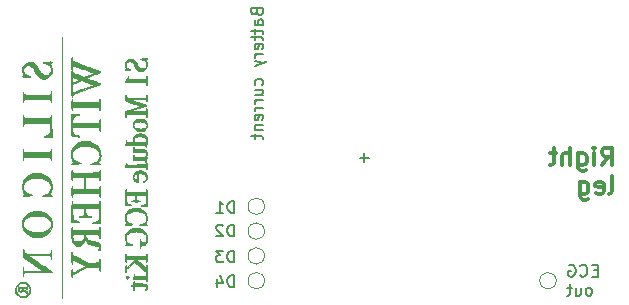
<source format=gbr>
%TF.GenerationSoftware,KiCad,Pcbnew,(6.0.0-0)*%
%TF.CreationDate,2022-01-28T12:00:07+01:00*%
%TF.ProjectId,s1-ecg-demo,73312d65-6367-42d6-9465-6d6f2e6b6963,2*%
%TF.SameCoordinates,Original*%
%TF.FileFunction,Legend,Bot*%
%TF.FilePolarity,Positive*%
%FSLAX46Y46*%
G04 Gerber Fmt 4.6, Leading zero omitted, Abs format (unit mm)*
G04 Created by KiCad (PCBNEW (6.0.0-0)) date 2022-01-28 12:00:07*
%MOMM*%
%LPD*%
G01*
G04 APERTURE LIST*
%ADD10C,0.200000*%
%ADD11C,0.300000*%
%ADD12C,0.010000*%
%ADD13C,0.120000*%
G04 APERTURE END LIST*
D10*
X127428571Y-90060476D02*
X127476190Y-90203333D01*
X127523809Y-90250952D01*
X127619047Y-90298571D01*
X127761904Y-90298571D01*
X127857142Y-90250952D01*
X127904761Y-90203333D01*
X127952380Y-90108095D01*
X127952380Y-89727142D01*
X126952380Y-89727142D01*
X126952380Y-90060476D01*
X127000000Y-90155714D01*
X127047619Y-90203333D01*
X127142857Y-90250952D01*
X127238095Y-90250952D01*
X127333333Y-90203333D01*
X127380952Y-90155714D01*
X127428571Y-90060476D01*
X127428571Y-89727142D01*
X127952380Y-91155714D02*
X127428571Y-91155714D01*
X127333333Y-91108095D01*
X127285714Y-91012857D01*
X127285714Y-90822380D01*
X127333333Y-90727142D01*
X127904761Y-91155714D02*
X127952380Y-91060476D01*
X127952380Y-90822380D01*
X127904761Y-90727142D01*
X127809523Y-90679523D01*
X127714285Y-90679523D01*
X127619047Y-90727142D01*
X127571428Y-90822380D01*
X127571428Y-91060476D01*
X127523809Y-91155714D01*
X127285714Y-91489047D02*
X127285714Y-91870000D01*
X126952380Y-91631904D02*
X127809523Y-91631904D01*
X127904761Y-91679523D01*
X127952380Y-91774761D01*
X127952380Y-91870000D01*
X127285714Y-92060476D02*
X127285714Y-92441428D01*
X126952380Y-92203333D02*
X127809523Y-92203333D01*
X127904761Y-92250952D01*
X127952380Y-92346190D01*
X127952380Y-92441428D01*
X127904761Y-93155714D02*
X127952380Y-93060476D01*
X127952380Y-92870000D01*
X127904761Y-92774761D01*
X127809523Y-92727142D01*
X127428571Y-92727142D01*
X127333333Y-92774761D01*
X127285714Y-92870000D01*
X127285714Y-93060476D01*
X127333333Y-93155714D01*
X127428571Y-93203333D01*
X127523809Y-93203333D01*
X127619047Y-92727142D01*
X127952380Y-93631904D02*
X127285714Y-93631904D01*
X127476190Y-93631904D02*
X127380952Y-93679523D01*
X127333333Y-93727142D01*
X127285714Y-93822380D01*
X127285714Y-93917619D01*
X127285714Y-94155714D02*
X127952380Y-94393809D01*
X127285714Y-94631904D02*
X127952380Y-94393809D01*
X128190476Y-94298571D01*
X128238095Y-94250952D01*
X128285714Y-94155714D01*
X127904761Y-96203333D02*
X127952380Y-96108095D01*
X127952380Y-95917619D01*
X127904761Y-95822380D01*
X127857142Y-95774761D01*
X127761904Y-95727142D01*
X127476190Y-95727142D01*
X127380952Y-95774761D01*
X127333333Y-95822380D01*
X127285714Y-95917619D01*
X127285714Y-96108095D01*
X127333333Y-96203333D01*
X127285714Y-97060476D02*
X127952380Y-97060476D01*
X127285714Y-96631904D02*
X127809523Y-96631904D01*
X127904761Y-96679523D01*
X127952380Y-96774761D01*
X127952380Y-96917619D01*
X127904761Y-97012857D01*
X127857142Y-97060476D01*
X127952380Y-97536666D02*
X127285714Y-97536666D01*
X127476190Y-97536666D02*
X127380952Y-97584285D01*
X127333333Y-97631904D01*
X127285714Y-97727142D01*
X127285714Y-97822380D01*
X127952380Y-98155714D02*
X127285714Y-98155714D01*
X127476190Y-98155714D02*
X127380952Y-98203333D01*
X127333333Y-98250952D01*
X127285714Y-98346190D01*
X127285714Y-98441428D01*
X127904761Y-99155714D02*
X127952380Y-99060476D01*
X127952380Y-98870000D01*
X127904761Y-98774761D01*
X127809523Y-98727142D01*
X127428571Y-98727142D01*
X127333333Y-98774761D01*
X127285714Y-98870000D01*
X127285714Y-99060476D01*
X127333333Y-99155714D01*
X127428571Y-99203333D01*
X127523809Y-99203333D01*
X127619047Y-98727142D01*
X127285714Y-99631904D02*
X127952380Y-99631904D01*
X127380952Y-99631904D02*
X127333333Y-99679523D01*
X127285714Y-99774761D01*
X127285714Y-99917619D01*
X127333333Y-100012857D01*
X127428571Y-100060476D01*
X127952380Y-100060476D01*
X127285714Y-100393809D02*
X127285714Y-100774761D01*
X126952380Y-100536666D02*
X127809523Y-100536666D01*
X127904761Y-100584285D01*
X127952380Y-100679523D01*
X127952380Y-100774761D01*
X136906904Y-102396428D02*
X136145000Y-102396428D01*
X136525952Y-102777380D02*
X136525952Y-102015476D01*
X125531904Y-113352380D02*
X125531904Y-112352380D01*
X125293809Y-112352380D01*
X125150952Y-112400000D01*
X125055714Y-112495238D01*
X125008095Y-112590476D01*
X124960476Y-112780952D01*
X124960476Y-112923809D01*
X125008095Y-113114285D01*
X125055714Y-113209523D01*
X125150952Y-113304761D01*
X125293809Y-113352380D01*
X125531904Y-113352380D01*
X124103333Y-112685714D02*
X124103333Y-113352380D01*
X124341428Y-112304761D02*
X124579523Y-113019047D01*
X123960476Y-113019047D01*
X125531904Y-111252380D02*
X125531904Y-110252380D01*
X125293809Y-110252380D01*
X125150952Y-110300000D01*
X125055714Y-110395238D01*
X125008095Y-110490476D01*
X124960476Y-110680952D01*
X124960476Y-110823809D01*
X125008095Y-111014285D01*
X125055714Y-111109523D01*
X125150952Y-111204761D01*
X125293809Y-111252380D01*
X125531904Y-111252380D01*
X124627142Y-110252380D02*
X124008095Y-110252380D01*
X124341428Y-110633333D01*
X124198571Y-110633333D01*
X124103333Y-110680952D01*
X124055714Y-110728571D01*
X124008095Y-110823809D01*
X124008095Y-111061904D01*
X124055714Y-111157142D01*
X124103333Y-111204761D01*
X124198571Y-111252380D01*
X124484285Y-111252380D01*
X124579523Y-111204761D01*
X124627142Y-111157142D01*
X125531904Y-109052380D02*
X125531904Y-108052380D01*
X125293809Y-108052380D01*
X125150952Y-108100000D01*
X125055714Y-108195238D01*
X125008095Y-108290476D01*
X124960476Y-108480952D01*
X124960476Y-108623809D01*
X125008095Y-108814285D01*
X125055714Y-108909523D01*
X125150952Y-109004761D01*
X125293809Y-109052380D01*
X125531904Y-109052380D01*
X124579523Y-108147619D02*
X124531904Y-108100000D01*
X124436666Y-108052380D01*
X124198571Y-108052380D01*
X124103333Y-108100000D01*
X124055714Y-108147619D01*
X124008095Y-108242857D01*
X124008095Y-108338095D01*
X124055714Y-108480952D01*
X124627142Y-109052380D01*
X124008095Y-109052380D01*
X125531904Y-107052380D02*
X125531904Y-106052380D01*
X125293809Y-106052380D01*
X125150952Y-106100000D01*
X125055714Y-106195238D01*
X125008095Y-106290476D01*
X124960476Y-106480952D01*
X124960476Y-106623809D01*
X125008095Y-106814285D01*
X125055714Y-106909523D01*
X125150952Y-107004761D01*
X125293809Y-107052380D01*
X125531904Y-107052380D01*
X124008095Y-107052380D02*
X124579523Y-107052380D01*
X124293809Y-107052380D02*
X124293809Y-106052380D01*
X124389047Y-106195238D01*
X124484285Y-106290476D01*
X124579523Y-106338095D01*
X156296666Y-111923571D02*
X155963333Y-111923571D01*
X155820476Y-112447380D02*
X156296666Y-112447380D01*
X156296666Y-111447380D01*
X155820476Y-111447380D01*
X154820476Y-112352142D02*
X154868095Y-112399761D01*
X155010952Y-112447380D01*
X155106190Y-112447380D01*
X155249047Y-112399761D01*
X155344285Y-112304523D01*
X155391904Y-112209285D01*
X155439523Y-112018809D01*
X155439523Y-111875952D01*
X155391904Y-111685476D01*
X155344285Y-111590238D01*
X155249047Y-111495000D01*
X155106190Y-111447380D01*
X155010952Y-111447380D01*
X154868095Y-111495000D01*
X154820476Y-111542619D01*
X153868095Y-111495000D02*
X153963333Y-111447380D01*
X154106190Y-111447380D01*
X154249047Y-111495000D01*
X154344285Y-111590238D01*
X154391904Y-111685476D01*
X154439523Y-111875952D01*
X154439523Y-112018809D01*
X154391904Y-112209285D01*
X154344285Y-112304523D01*
X154249047Y-112399761D01*
X154106190Y-112447380D01*
X154010952Y-112447380D01*
X153868095Y-112399761D01*
X153820476Y-112352142D01*
X153820476Y-112018809D01*
X154010952Y-112018809D01*
X155630000Y-114057380D02*
X155725238Y-114009761D01*
X155772857Y-113962142D01*
X155820476Y-113866904D01*
X155820476Y-113581190D01*
X155772857Y-113485952D01*
X155725238Y-113438333D01*
X155630000Y-113390714D01*
X155487142Y-113390714D01*
X155391904Y-113438333D01*
X155344285Y-113485952D01*
X155296666Y-113581190D01*
X155296666Y-113866904D01*
X155344285Y-113962142D01*
X155391904Y-114009761D01*
X155487142Y-114057380D01*
X155630000Y-114057380D01*
X154439523Y-113390714D02*
X154439523Y-114057380D01*
X154868095Y-113390714D02*
X154868095Y-113914523D01*
X154820476Y-114009761D01*
X154725238Y-114057380D01*
X154582380Y-114057380D01*
X154487142Y-114009761D01*
X154439523Y-113962142D01*
X154106190Y-113390714D02*
X153725238Y-113390714D01*
X153963333Y-113057380D02*
X153963333Y-113914523D01*
X153915714Y-114009761D01*
X153820476Y-114057380D01*
X153725238Y-114057380D01*
D11*
X156665714Y-103021071D02*
X157165714Y-102306785D01*
X157522857Y-103021071D02*
X157522857Y-101521071D01*
X156951428Y-101521071D01*
X156808571Y-101592500D01*
X156737142Y-101663928D01*
X156665714Y-101806785D01*
X156665714Y-102021071D01*
X156737142Y-102163928D01*
X156808571Y-102235357D01*
X156951428Y-102306785D01*
X157522857Y-102306785D01*
X156022857Y-103021071D02*
X156022857Y-102021071D01*
X156022857Y-101521071D02*
X156094285Y-101592500D01*
X156022857Y-101663928D01*
X155951428Y-101592500D01*
X156022857Y-101521071D01*
X156022857Y-101663928D01*
X154665714Y-102021071D02*
X154665714Y-103235357D01*
X154737142Y-103378214D01*
X154808571Y-103449642D01*
X154951428Y-103521071D01*
X155165714Y-103521071D01*
X155308571Y-103449642D01*
X154665714Y-102949642D02*
X154808571Y-103021071D01*
X155094285Y-103021071D01*
X155237142Y-102949642D01*
X155308571Y-102878214D01*
X155380000Y-102735357D01*
X155380000Y-102306785D01*
X155308571Y-102163928D01*
X155237142Y-102092500D01*
X155094285Y-102021071D01*
X154808571Y-102021071D01*
X154665714Y-102092500D01*
X153951428Y-103021071D02*
X153951428Y-101521071D01*
X153308571Y-103021071D02*
X153308571Y-102235357D01*
X153380000Y-102092500D01*
X153522857Y-102021071D01*
X153737142Y-102021071D01*
X153880000Y-102092500D01*
X153951428Y-102163928D01*
X152808571Y-102021071D02*
X152237142Y-102021071D01*
X152594285Y-101521071D02*
X152594285Y-102806785D01*
X152522857Y-102949642D01*
X152380000Y-103021071D01*
X152237142Y-103021071D01*
X157308571Y-105436071D02*
X157451428Y-105364642D01*
X157522857Y-105221785D01*
X157522857Y-103936071D01*
X156165714Y-105364642D02*
X156308571Y-105436071D01*
X156594285Y-105436071D01*
X156737142Y-105364642D01*
X156808571Y-105221785D01*
X156808571Y-104650357D01*
X156737142Y-104507500D01*
X156594285Y-104436071D01*
X156308571Y-104436071D01*
X156165714Y-104507500D01*
X156094285Y-104650357D01*
X156094285Y-104793214D01*
X156808571Y-104936071D01*
X154808571Y-104436071D02*
X154808571Y-105650357D01*
X154880000Y-105793214D01*
X154951428Y-105864642D01*
X155094285Y-105936071D01*
X155308571Y-105936071D01*
X155451428Y-105864642D01*
X154808571Y-105364642D02*
X154951428Y-105436071D01*
X155237142Y-105436071D01*
X155380000Y-105364642D01*
X155451428Y-105293214D01*
X155522857Y-105150357D01*
X155522857Y-104721785D01*
X155451428Y-104578928D01*
X155380000Y-104507500D01*
X155237142Y-104436071D01*
X154951428Y-104436071D01*
X154808571Y-104507500D01*
D12*
%TO.C,FID2*%
X116291482Y-94923078D02*
X116336248Y-94930084D01*
X116336248Y-94930084D02*
X116400803Y-94935015D01*
X116400803Y-94935015D02*
X116476924Y-94937785D01*
X116476924Y-94937785D02*
X116556386Y-94938306D01*
X116556386Y-94938306D02*
X116630967Y-94936491D01*
X116630967Y-94936491D02*
X116692443Y-94932253D01*
X116692443Y-94932253D02*
X116732590Y-94925503D01*
X116732590Y-94925503D02*
X116743661Y-94919071D01*
X116743661Y-94919071D02*
X116731435Y-94904226D01*
X116731435Y-94904226D02*
X116693289Y-94884479D01*
X116693289Y-94884479D02*
X116651226Y-94868792D01*
X116651226Y-94868792D02*
X116554494Y-94824770D01*
X116554494Y-94824770D02*
X116467447Y-94762132D01*
X116467447Y-94762132D02*
X116400560Y-94689259D01*
X116400560Y-94689259D02*
X116376851Y-94649321D01*
X116376851Y-94649321D02*
X116352475Y-94566119D01*
X116352475Y-94566119D02*
X116349078Y-94474207D01*
X116349078Y-94474207D02*
X116366292Y-94388924D01*
X116366292Y-94388924D02*
X116384014Y-94351052D01*
X116384014Y-94351052D02*
X116433688Y-94297501D01*
X116433688Y-94297501D02*
X116505240Y-94253294D01*
X116505240Y-94253294D02*
X116584303Y-94226072D01*
X116584303Y-94226072D02*
X116628500Y-94221071D01*
X116628500Y-94221071D02*
X116718902Y-94229293D01*
X116718902Y-94229293D02*
X116798506Y-94257251D01*
X116798506Y-94257251D02*
X116871317Y-94308293D01*
X116871317Y-94308293D02*
X116941340Y-94385765D01*
X116941340Y-94385765D02*
X117012581Y-94493014D01*
X117012581Y-94493014D02*
X117063851Y-94584823D01*
X117063851Y-94584823D02*
X117152653Y-94739451D01*
X117152653Y-94739451D02*
X117238574Y-94860736D01*
X117238574Y-94860736D02*
X117324499Y-94951158D01*
X117324499Y-94951158D02*
X117413312Y-95013201D01*
X117413312Y-95013201D02*
X117507895Y-95049344D01*
X117507895Y-95049344D02*
X117611133Y-95062070D01*
X117611133Y-95062070D02*
X117618538Y-95062148D01*
X117618538Y-95062148D02*
X117753464Y-95045955D01*
X117753464Y-95045955D02*
X117873821Y-94996909D01*
X117873821Y-94996909D02*
X117978205Y-94915967D01*
X117978205Y-94915967D02*
X118065217Y-94804087D01*
X118065217Y-94804087D02*
X118105308Y-94729399D01*
X118105308Y-94729399D02*
X118143312Y-94608468D01*
X118143312Y-94608468D02*
X118153544Y-94472568D01*
X118153544Y-94472568D02*
X118136072Y-94330002D01*
X118136072Y-94330002D02*
X118101092Y-94213876D01*
X118101092Y-94213876D02*
X118072452Y-94137509D01*
X118072452Y-94137509D02*
X118058094Y-94087948D01*
X118058094Y-94087948D02*
X118058240Y-94058549D01*
X118058240Y-94058549D02*
X118073113Y-94042665D01*
X118073113Y-94042665D02*
X118102934Y-94033651D01*
X118102934Y-94033651D02*
X118107143Y-94032793D01*
X118107143Y-94032793D02*
X118149553Y-94014952D01*
X118149553Y-94014952D02*
X118161571Y-93991712D01*
X118161571Y-93991712D02*
X118156487Y-93974562D01*
X118156487Y-93974562D02*
X118135631Y-93967950D01*
X118135631Y-93967950D02*
X118090593Y-93970222D01*
X118090593Y-93970222D02*
X118066321Y-93972958D01*
X118066321Y-93972958D02*
X118006671Y-93977870D01*
X118006671Y-93977870D02*
X117923836Y-93981761D01*
X117923836Y-93981761D02*
X117830916Y-93984108D01*
X117830916Y-93984108D02*
X117776035Y-93984557D01*
X117776035Y-93984557D02*
X117687667Y-93985457D01*
X117687667Y-93985457D02*
X117629816Y-93988520D01*
X117629816Y-93988520D02*
X117596739Y-93994540D01*
X117596739Y-93994540D02*
X117582693Y-94004314D01*
X117582693Y-94004314D02*
X117581000Y-94011583D01*
X117581000Y-94011583D02*
X117596628Y-94034515D01*
X117596628Y-94034515D02*
X117630893Y-94049452D01*
X117630893Y-94049452D02*
X117762516Y-94082954D01*
X117762516Y-94082954D02*
X117863886Y-94119936D01*
X117863886Y-94119936D02*
X117941033Y-94163516D01*
X117941033Y-94163516D02*
X117999987Y-94216810D01*
X117999987Y-94216810D02*
X118029642Y-94255493D01*
X118029642Y-94255493D02*
X118078723Y-94356619D01*
X118078723Y-94356619D02*
X118100227Y-94467285D01*
X118100227Y-94467285D02*
X118093669Y-94577574D01*
X118093669Y-94577574D02*
X118058563Y-94677566D01*
X118058563Y-94677566D02*
X118050992Y-94690755D01*
X118050992Y-94690755D02*
X117995878Y-94748945D01*
X117995878Y-94748945D02*
X117916600Y-94790686D01*
X117916600Y-94790686D02*
X117822211Y-94814130D01*
X117822211Y-94814130D02*
X117721768Y-94817428D01*
X117721768Y-94817428D02*
X117624324Y-94798732D01*
X117624324Y-94798732D02*
X117589059Y-94785066D01*
X117589059Y-94785066D02*
X117527210Y-94747935D01*
X117527210Y-94747935D02*
X117467173Y-94691759D01*
X117467173Y-94691759D02*
X117405476Y-94612272D01*
X117405476Y-94612272D02*
X117338645Y-94505208D01*
X117338645Y-94505208D02*
X117290714Y-94418634D01*
X117290714Y-94418634D02*
X117212065Y-94283276D01*
X117212065Y-94283276D02*
X117136746Y-94179789D01*
X117136746Y-94179789D02*
X117061172Y-94104425D01*
X117061172Y-94104425D02*
X116981762Y-94053433D01*
X116981762Y-94053433D02*
X116918637Y-94029248D01*
X116918637Y-94029248D02*
X116784475Y-94008687D01*
X116784475Y-94008687D02*
X116649640Y-94023605D01*
X116649640Y-94023605D02*
X116555928Y-94055671D01*
X116555928Y-94055671D02*
X116484291Y-94100607D01*
X116484291Y-94100607D02*
X116412268Y-94167200D01*
X116412268Y-94167200D02*
X116350842Y-94243581D01*
X116350842Y-94243581D02*
X116310998Y-94317882D01*
X116310998Y-94317882D02*
X116309578Y-94321884D01*
X116309578Y-94321884D02*
X116290485Y-94418078D01*
X116290485Y-94418078D02*
X116289770Y-94531213D01*
X116289770Y-94531213D02*
X116306813Y-94647313D01*
X116306813Y-94647313D02*
X116327139Y-94717804D01*
X116327139Y-94717804D02*
X116350639Y-94785244D01*
X116350639Y-94785244D02*
X116361469Y-94826661D01*
X116361469Y-94826661D02*
X116359263Y-94850170D01*
X116359263Y-94850170D02*
X116343652Y-94863886D01*
X116343652Y-94863886D02*
X116320071Y-94873714D01*
X116320071Y-94873714D02*
X116286361Y-94894230D01*
X116286361Y-94894230D02*
X116274729Y-94914087D01*
X116274729Y-94914087D02*
X116291482Y-94923078D01*
X116291482Y-94923078D02*
X116291482Y-94923078D01*
G36*
X118156487Y-93974562D02*
G01*
X118161571Y-93991712D01*
X118149553Y-94014952D01*
X118107143Y-94032793D01*
X118102934Y-94033651D01*
X118073113Y-94042665D01*
X118058240Y-94058549D01*
X118058094Y-94087948D01*
X118072452Y-94137509D01*
X118101092Y-94213876D01*
X118136072Y-94330002D01*
X118153544Y-94472568D01*
X118143312Y-94608468D01*
X118105308Y-94729399D01*
X118065217Y-94804087D01*
X117978205Y-94915967D01*
X117873821Y-94996909D01*
X117753464Y-95045955D01*
X117618538Y-95062148D01*
X117611133Y-95062070D01*
X117507895Y-95049344D01*
X117413312Y-95013201D01*
X117324499Y-94951158D01*
X117238574Y-94860736D01*
X117152653Y-94739451D01*
X117063851Y-94584823D01*
X117012581Y-94493014D01*
X116941340Y-94385765D01*
X116871317Y-94308293D01*
X116798506Y-94257251D01*
X116718902Y-94229293D01*
X116628500Y-94221071D01*
X116584303Y-94226072D01*
X116505240Y-94253294D01*
X116433688Y-94297501D01*
X116384014Y-94351052D01*
X116366292Y-94388924D01*
X116349078Y-94474207D01*
X116352475Y-94566119D01*
X116376851Y-94649321D01*
X116400560Y-94689259D01*
X116467447Y-94762132D01*
X116554494Y-94824770D01*
X116651226Y-94868792D01*
X116693289Y-94884479D01*
X116731435Y-94904226D01*
X116743661Y-94919071D01*
X116732590Y-94925503D01*
X116692443Y-94932253D01*
X116630967Y-94936491D01*
X116556386Y-94938306D01*
X116476924Y-94937785D01*
X116400803Y-94935015D01*
X116336248Y-94930084D01*
X116291482Y-94923078D01*
X116274729Y-94914087D01*
X116286361Y-94894230D01*
X116320071Y-94873714D01*
X116343652Y-94863886D01*
X116359263Y-94850170D01*
X116361469Y-94826661D01*
X116350639Y-94785244D01*
X116327139Y-94717804D01*
X116306813Y-94647313D01*
X116289770Y-94531213D01*
X116290485Y-94418078D01*
X116309578Y-94321884D01*
X116310998Y-94317882D01*
X116350842Y-94243581D01*
X116412268Y-94167200D01*
X116484291Y-94100607D01*
X116555928Y-94055671D01*
X116649640Y-94023605D01*
X116784475Y-94008687D01*
X116918637Y-94029248D01*
X116981762Y-94053433D01*
X117061172Y-94104425D01*
X117136746Y-94179789D01*
X117212065Y-94283276D01*
X117290714Y-94418634D01*
X117338645Y-94505208D01*
X117405476Y-94612272D01*
X117467173Y-94691759D01*
X117527210Y-94747935D01*
X117589059Y-94785066D01*
X117624324Y-94798732D01*
X117721768Y-94817428D01*
X117822211Y-94814130D01*
X117916600Y-94790686D01*
X117995878Y-94748945D01*
X118050992Y-94690755D01*
X118058563Y-94677566D01*
X118093669Y-94577574D01*
X118100227Y-94467285D01*
X118078723Y-94356619D01*
X118029642Y-94255493D01*
X117999987Y-94216810D01*
X117941033Y-94163516D01*
X117863886Y-94119936D01*
X117762516Y-94082954D01*
X117630893Y-94049452D01*
X117596628Y-94034515D01*
X117581000Y-94011583D01*
X117582693Y-94004314D01*
X117596739Y-93994540D01*
X117629816Y-93988520D01*
X117687667Y-93985457D01*
X117776035Y-93984557D01*
X117830916Y-93984108D01*
X117923836Y-93981761D01*
X118006671Y-93977870D01*
X118066321Y-93972958D01*
X118090593Y-93970222D01*
X118135631Y-93967950D01*
X118156487Y-93974562D01*
G37*
X118156487Y-93974562D02*
X118161571Y-93991712D01*
X118149553Y-94014952D01*
X118107143Y-94032793D01*
X118102934Y-94033651D01*
X118073113Y-94042665D01*
X118058240Y-94058549D01*
X118058094Y-94087948D01*
X118072452Y-94137509D01*
X118101092Y-94213876D01*
X118136072Y-94330002D01*
X118153544Y-94472568D01*
X118143312Y-94608468D01*
X118105308Y-94729399D01*
X118065217Y-94804087D01*
X117978205Y-94915967D01*
X117873821Y-94996909D01*
X117753464Y-95045955D01*
X117618538Y-95062148D01*
X117611133Y-95062070D01*
X117507895Y-95049344D01*
X117413312Y-95013201D01*
X117324499Y-94951158D01*
X117238574Y-94860736D01*
X117152653Y-94739451D01*
X117063851Y-94584823D01*
X117012581Y-94493014D01*
X116941340Y-94385765D01*
X116871317Y-94308293D01*
X116798506Y-94257251D01*
X116718902Y-94229293D01*
X116628500Y-94221071D01*
X116584303Y-94226072D01*
X116505240Y-94253294D01*
X116433688Y-94297501D01*
X116384014Y-94351052D01*
X116366292Y-94388924D01*
X116349078Y-94474207D01*
X116352475Y-94566119D01*
X116376851Y-94649321D01*
X116400560Y-94689259D01*
X116467447Y-94762132D01*
X116554494Y-94824770D01*
X116651226Y-94868792D01*
X116693289Y-94884479D01*
X116731435Y-94904226D01*
X116743661Y-94919071D01*
X116732590Y-94925503D01*
X116692443Y-94932253D01*
X116630967Y-94936491D01*
X116556386Y-94938306D01*
X116476924Y-94937785D01*
X116400803Y-94935015D01*
X116336248Y-94930084D01*
X116291482Y-94923078D01*
X116274729Y-94914087D01*
X116286361Y-94894230D01*
X116320071Y-94873714D01*
X116343652Y-94863886D01*
X116359263Y-94850170D01*
X116361469Y-94826661D01*
X116350639Y-94785244D01*
X116327139Y-94717804D01*
X116306813Y-94647313D01*
X116289770Y-94531213D01*
X116290485Y-94418078D01*
X116309578Y-94321884D01*
X116310998Y-94317882D01*
X116350842Y-94243581D01*
X116412268Y-94167200D01*
X116484291Y-94100607D01*
X116555928Y-94055671D01*
X116649640Y-94023605D01*
X116784475Y-94008687D01*
X116918637Y-94029248D01*
X116981762Y-94053433D01*
X117061172Y-94104425D01*
X117136746Y-94179789D01*
X117212065Y-94283276D01*
X117290714Y-94418634D01*
X117338645Y-94505208D01*
X117405476Y-94612272D01*
X117467173Y-94691759D01*
X117527210Y-94747935D01*
X117589059Y-94785066D01*
X117624324Y-94798732D01*
X117721768Y-94817428D01*
X117822211Y-94814130D01*
X117916600Y-94790686D01*
X117995878Y-94748945D01*
X118050992Y-94690755D01*
X118058563Y-94677566D01*
X118093669Y-94577574D01*
X118100227Y-94467285D01*
X118078723Y-94356619D01*
X118029642Y-94255493D01*
X117999987Y-94216810D01*
X117941033Y-94163516D01*
X117863886Y-94119936D01*
X117762516Y-94082954D01*
X117630893Y-94049452D01*
X117596628Y-94034515D01*
X117581000Y-94011583D01*
X117582693Y-94004314D01*
X117596739Y-93994540D01*
X117629816Y-93988520D01*
X117687667Y-93985457D01*
X117776035Y-93984557D01*
X117830916Y-93984108D01*
X117923836Y-93981761D01*
X118006671Y-93977870D01*
X118066321Y-93972958D01*
X118090593Y-93970222D01*
X118135631Y-93967950D01*
X118156487Y-93974562D01*
X116973409Y-99756221D02*
X117022480Y-99878494D01*
X117022480Y-99878494D02*
X117103713Y-99984070D01*
X117103713Y-99984070D02*
X117216990Y-100072776D01*
X117216990Y-100072776D02*
X117287817Y-100111834D01*
X117287817Y-100111834D02*
X117347058Y-100138069D01*
X117347058Y-100138069D02*
X117401038Y-100153376D01*
X117401038Y-100153376D02*
X117463786Y-100160504D01*
X117463786Y-100160504D02*
X117544714Y-100162206D01*
X117544714Y-100162206D02*
X117677801Y-100155265D01*
X117677801Y-100155265D02*
X117786331Y-100131995D01*
X117786331Y-100131995D02*
X117879707Y-100088850D01*
X117879707Y-100088850D02*
X117967330Y-100022286D01*
X117967330Y-100022286D02*
X118001029Y-99990159D01*
X118001029Y-99990159D02*
X118089705Y-99879772D01*
X118089705Y-99879772D02*
X118142987Y-99761465D01*
X118142987Y-99761465D02*
X118160823Y-99635453D01*
X118160823Y-99635453D02*
X118143164Y-99501949D01*
X118143164Y-99501949D02*
X118127988Y-99451746D01*
X118127988Y-99451746D02*
X118066972Y-99327577D01*
X118066972Y-99327577D02*
X117979660Y-99224889D01*
X117979660Y-99224889D02*
X117870616Y-99146081D01*
X117870616Y-99146081D02*
X117744409Y-99093551D01*
X117744409Y-99093551D02*
X117605605Y-99069700D01*
X117605605Y-99069700D02*
X117587359Y-99070597D01*
X117587359Y-99070597D02*
X117587359Y-99318723D01*
X117587359Y-99318723D02*
X117706421Y-99324913D01*
X117706421Y-99324913D02*
X117812753Y-99339474D01*
X117812753Y-99339474D02*
X117895939Y-99362176D01*
X117895939Y-99362176D02*
X117907571Y-99367074D01*
X117907571Y-99367074D02*
X118009615Y-99429320D01*
X118009615Y-99429320D02*
X118080217Y-99509449D01*
X118080217Y-99509449D02*
X118119780Y-99607945D01*
X118119780Y-99607945D02*
X118123548Y-99627143D01*
X118123548Y-99627143D02*
X118120124Y-99648867D01*
X118120124Y-99648867D02*
X118109711Y-99691331D01*
X118109711Y-99691331D02*
X118106405Y-99703468D01*
X118106405Y-99703468D02*
X118067955Y-99775278D01*
X118067955Y-99775278D02*
X117997234Y-99833049D01*
X117997234Y-99833049D02*
X117895655Y-99876233D01*
X117895655Y-99876233D02*
X117764632Y-99904279D01*
X117764632Y-99904279D02*
X117605580Y-99916638D01*
X117605580Y-99916638D02*
X117556705Y-99917213D01*
X117556705Y-99917213D02*
X117387650Y-99910138D01*
X117387650Y-99910138D02*
X117250954Y-99888839D01*
X117250954Y-99888839D02*
X117145301Y-99852614D01*
X117145301Y-99852614D02*
X117069378Y-99800760D01*
X117069378Y-99800760D02*
X117021871Y-99732574D01*
X117021871Y-99732574D02*
X117001465Y-99647355D01*
X117001465Y-99647355D02*
X117000428Y-99619860D01*
X117000428Y-99619860D02*
X117017346Y-99531909D01*
X117017346Y-99531909D02*
X117067584Y-99457180D01*
X117067584Y-99457180D02*
X117150368Y-99396477D01*
X117150368Y-99396477D02*
X117257943Y-99352687D01*
X117257943Y-99352687D02*
X117352705Y-99332379D01*
X117352705Y-99332379D02*
X117465982Y-99321135D01*
X117465982Y-99321135D02*
X117587359Y-99318723D01*
X117587359Y-99318723D02*
X117587359Y-99070597D01*
X117587359Y-99070597D02*
X117458769Y-99076926D01*
X117458769Y-99076926D02*
X117425976Y-99082897D01*
X117425976Y-99082897D02*
X117280077Y-99128177D01*
X117280077Y-99128177D02*
X117158939Y-99197518D01*
X117158939Y-99197518D02*
X117064421Y-99288803D01*
X117064421Y-99288803D02*
X116998385Y-99399913D01*
X116998385Y-99399913D02*
X116962690Y-99528730D01*
X116962690Y-99528730D02*
X116956615Y-99617425D01*
X116956615Y-99617425D02*
X116973409Y-99756221D01*
X116973409Y-99756221D02*
X116973409Y-99756221D01*
G36*
X117744409Y-99093551D02*
G01*
X117870616Y-99146081D01*
X117979660Y-99224889D01*
X118066972Y-99327577D01*
X118127988Y-99451746D01*
X118143164Y-99501949D01*
X118160823Y-99635453D01*
X118142987Y-99761465D01*
X118089705Y-99879772D01*
X118001029Y-99990159D01*
X117967330Y-100022286D01*
X117879707Y-100088850D01*
X117786331Y-100131995D01*
X117677801Y-100155265D01*
X117544714Y-100162206D01*
X117463786Y-100160504D01*
X117401038Y-100153376D01*
X117347058Y-100138069D01*
X117287817Y-100111834D01*
X117216990Y-100072776D01*
X117103713Y-99984070D01*
X117022480Y-99878494D01*
X116973409Y-99756221D01*
X116956910Y-99619860D01*
X117000428Y-99619860D01*
X117001465Y-99647355D01*
X117021871Y-99732574D01*
X117069378Y-99800760D01*
X117145301Y-99852614D01*
X117250954Y-99888839D01*
X117387650Y-99910138D01*
X117556705Y-99917213D01*
X117605580Y-99916638D01*
X117764632Y-99904279D01*
X117895655Y-99876233D01*
X117997234Y-99833049D01*
X118067955Y-99775278D01*
X118106405Y-99703468D01*
X118109711Y-99691331D01*
X118120124Y-99648867D01*
X118123548Y-99627143D01*
X118119780Y-99607945D01*
X118080217Y-99509449D01*
X118009615Y-99429320D01*
X117907571Y-99367074D01*
X117895939Y-99362176D01*
X117812753Y-99339474D01*
X117706421Y-99324913D01*
X117587359Y-99318723D01*
X117465982Y-99321135D01*
X117352705Y-99332379D01*
X117257943Y-99352687D01*
X117150368Y-99396477D01*
X117067584Y-99457180D01*
X117017346Y-99531909D01*
X117000428Y-99619860D01*
X116956910Y-99619860D01*
X116956615Y-99617425D01*
X116962690Y-99528730D01*
X116998385Y-99399913D01*
X117064421Y-99288803D01*
X117158939Y-99197518D01*
X117280077Y-99128177D01*
X117425976Y-99082897D01*
X117458769Y-99076926D01*
X117587359Y-99070597D01*
X117605605Y-99069700D01*
X117744409Y-99093551D01*
G37*
X117744409Y-99093551D02*
X117870616Y-99146081D01*
X117979660Y-99224889D01*
X118066972Y-99327577D01*
X118127988Y-99451746D01*
X118143164Y-99501949D01*
X118160823Y-99635453D01*
X118142987Y-99761465D01*
X118089705Y-99879772D01*
X118001029Y-99990159D01*
X117967330Y-100022286D01*
X117879707Y-100088850D01*
X117786331Y-100131995D01*
X117677801Y-100155265D01*
X117544714Y-100162206D01*
X117463786Y-100160504D01*
X117401038Y-100153376D01*
X117347058Y-100138069D01*
X117287817Y-100111834D01*
X117216990Y-100072776D01*
X117103713Y-99984070D01*
X117022480Y-99878494D01*
X116973409Y-99756221D01*
X116956910Y-99619860D01*
X117000428Y-99619860D01*
X117001465Y-99647355D01*
X117021871Y-99732574D01*
X117069378Y-99800760D01*
X117145301Y-99852614D01*
X117250954Y-99888839D01*
X117387650Y-99910138D01*
X117556705Y-99917213D01*
X117605580Y-99916638D01*
X117764632Y-99904279D01*
X117895655Y-99876233D01*
X117997234Y-99833049D01*
X118067955Y-99775278D01*
X118106405Y-99703468D01*
X118109711Y-99691331D01*
X118120124Y-99648867D01*
X118123548Y-99627143D01*
X118119780Y-99607945D01*
X118080217Y-99509449D01*
X118009615Y-99429320D01*
X117907571Y-99367074D01*
X117895939Y-99362176D01*
X117812753Y-99339474D01*
X117706421Y-99324913D01*
X117587359Y-99318723D01*
X117465982Y-99321135D01*
X117352705Y-99332379D01*
X117257943Y-99352687D01*
X117150368Y-99396477D01*
X117067584Y-99457180D01*
X117017346Y-99531909D01*
X117000428Y-99619860D01*
X116956910Y-99619860D01*
X116956615Y-99617425D01*
X116962690Y-99528730D01*
X116998385Y-99399913D01*
X117064421Y-99288803D01*
X117158939Y-99197518D01*
X117280077Y-99128177D01*
X117425976Y-99082897D01*
X117458769Y-99076926D01*
X117587359Y-99070597D01*
X117605605Y-99069700D01*
X117744409Y-99093551D01*
X116284977Y-101316356D02*
X116304726Y-101319728D01*
X116304726Y-101319728D02*
X116357484Y-101322836D01*
X116357484Y-101322836D02*
X116439973Y-101325621D01*
X116439973Y-101325621D02*
X116548918Y-101328021D01*
X116548918Y-101328021D02*
X116681040Y-101329976D01*
X116681040Y-101329976D02*
X116833064Y-101331426D01*
X116833064Y-101331426D02*
X117001713Y-101332310D01*
X117001713Y-101332310D02*
X117162844Y-101332571D01*
X117162844Y-101332571D02*
X117365777Y-101332490D01*
X117365777Y-101332490D02*
X117535399Y-101332492D01*
X117535399Y-101332492D02*
X117674680Y-101332946D01*
X117674680Y-101332946D02*
X117786594Y-101334221D01*
X117786594Y-101334221D02*
X117874113Y-101336685D01*
X117874113Y-101336685D02*
X117940208Y-101340706D01*
X117940208Y-101340706D02*
X117987854Y-101346653D01*
X117987854Y-101346653D02*
X118020021Y-101354895D01*
X118020021Y-101354895D02*
X118039682Y-101365800D01*
X118039682Y-101365800D02*
X118049809Y-101379737D01*
X118049809Y-101379737D02*
X118053376Y-101397075D01*
X118053376Y-101397075D02*
X118053353Y-101418181D01*
X118053353Y-101418181D02*
X118052714Y-101442912D01*
X118052714Y-101442912D02*
X118058105Y-101480482D01*
X118058105Y-101480482D02*
X118070857Y-101495857D01*
X118070857Y-101495857D02*
X118081131Y-101479490D01*
X118081131Y-101479490D02*
X118088068Y-101437450D01*
X118088068Y-101437450D02*
X118089796Y-101400607D01*
X118089796Y-101400607D02*
X118095920Y-101328247D01*
X118095920Y-101328247D02*
X118110434Y-101256951D01*
X118110434Y-101256951D02*
X118118203Y-101232786D01*
X118118203Y-101232786D02*
X118143404Y-101165392D01*
X118143404Y-101165392D02*
X118155706Y-101125000D01*
X118155706Y-101125000D02*
X118155114Y-101104698D01*
X118155114Y-101104698D02*
X118141636Y-101097572D01*
X118141636Y-101097572D02*
X118118330Y-101096714D01*
X118118330Y-101096714D02*
X118083220Y-101095221D01*
X118083220Y-101095221D02*
X118070933Y-101092178D01*
X118070933Y-101092178D02*
X118078467Y-101074918D01*
X118078467Y-101074918D02*
X118097812Y-101035196D01*
X118097812Y-101035196D02*
X118116290Y-100998389D01*
X118116290Y-100998389D02*
X118151316Y-100902722D01*
X118151316Y-100902722D02*
X118158191Y-100803521D01*
X118158191Y-100803521D02*
X118137375Y-100691233D01*
X118137375Y-100691233D02*
X118131963Y-100672898D01*
X118131963Y-100672898D02*
X118086385Y-100579516D01*
X118086385Y-100579516D02*
X118012602Y-100492148D01*
X118012602Y-100492148D02*
X117918647Y-100418680D01*
X117918647Y-100418680D02*
X117824856Y-100371480D01*
X117824856Y-100371480D02*
X117694057Y-100337352D01*
X117694057Y-100337352D02*
X117553352Y-100327572D01*
X117553352Y-100327572D02*
X117504774Y-100332210D01*
X117504774Y-100332210D02*
X117504774Y-100571409D01*
X117504774Y-100571409D02*
X117648592Y-100572951D01*
X117648592Y-100572951D02*
X117785684Y-100591250D01*
X117785684Y-100591250D02*
X117906193Y-100626564D01*
X117906193Y-100626564D02*
X117943857Y-100643612D01*
X117943857Y-100643612D02*
X118010357Y-100687235D01*
X118010357Y-100687235D02*
X118065516Y-100741092D01*
X118065516Y-100741092D02*
X118095245Y-100788286D01*
X118095245Y-100788286D02*
X118102121Y-100838050D01*
X118102121Y-100838050D02*
X118095502Y-100903184D01*
X118095502Y-100903184D02*
X118078084Y-100966587D01*
X118078084Y-100966587D02*
X118062008Y-100999135D01*
X118062008Y-100999135D02*
X118037084Y-101030718D01*
X118037084Y-101030718D02*
X118005767Y-101054802D01*
X118005767Y-101054802D02*
X117963151Y-101072355D01*
X117963151Y-101072355D02*
X117904333Y-101084345D01*
X117904333Y-101084345D02*
X117824409Y-101091739D01*
X117824409Y-101091739D02*
X117718474Y-101095505D01*
X117718474Y-101095505D02*
X117581623Y-101096611D01*
X117581623Y-101096611D02*
X117567975Y-101096613D01*
X117567975Y-101096613D02*
X117455456Y-101095595D01*
X117455456Y-101095595D02*
X117351057Y-101092831D01*
X117351057Y-101092831D02*
X117261956Y-101088649D01*
X117261956Y-101088649D02*
X117195328Y-101083381D01*
X117195328Y-101083381D02*
X117159960Y-101077833D01*
X117159960Y-101077833D02*
X117091222Y-101042413D01*
X117091222Y-101042413D02*
X117044549Y-100985518D01*
X117044549Y-100985518D02*
X117020473Y-100914877D01*
X117020473Y-100914877D02*
X117019527Y-100838223D01*
X117019527Y-100838223D02*
X117042243Y-100763284D01*
X117042243Y-100763284D02*
X117089153Y-100697792D01*
X117089153Y-100697792D02*
X117131524Y-100664767D01*
X117131524Y-100664767D02*
X117236384Y-100617574D01*
X117236384Y-100617574D02*
X117364086Y-100586370D01*
X117364086Y-100586370D02*
X117504774Y-100571409D01*
X117504774Y-100571409D02*
X117504774Y-100332210D01*
X117504774Y-100332210D02*
X117412265Y-100341043D01*
X117412265Y-100341043D02*
X117280322Y-100376668D01*
X117280322Y-100376668D02*
X117167051Y-100433351D01*
X117167051Y-100433351D02*
X117143801Y-100449891D01*
X117143801Y-100449891D02*
X117061090Y-100531576D01*
X117061090Y-100531576D02*
X117000689Y-100629287D01*
X117000689Y-100629287D02*
X116964070Y-100735898D01*
X116964070Y-100735898D02*
X116952706Y-100844283D01*
X116952706Y-100844283D02*
X116968071Y-100947315D01*
X116968071Y-100947315D02*
X117011637Y-101037867D01*
X117011637Y-101037867D02*
X117019950Y-101048989D01*
X117019950Y-101048989D02*
X117057491Y-101096714D01*
X117057491Y-101096714D02*
X116758300Y-101096714D01*
X116758300Y-101096714D02*
X116656012Y-101096070D01*
X116656012Y-101096070D02*
X116565176Y-101094288D01*
X116565176Y-101094288D02*
X116492563Y-101091597D01*
X116492563Y-101091597D02*
X116444943Y-101088223D01*
X116444943Y-101088223D02*
X116430412Y-101085702D01*
X116430412Y-101085702D02*
X116410273Y-101063335D01*
X116410273Y-101063335D02*
X116402094Y-101013051D01*
X116402094Y-101013051D02*
X116401714Y-100993476D01*
X116401714Y-100993476D02*
X116397632Y-100938806D01*
X116397632Y-100938806D02*
X116387334Y-100916639D01*
X116387334Y-100916639D02*
X116373736Y-100924361D01*
X116373736Y-100924361D02*
X116359759Y-100959359D01*
X116359759Y-100959359D02*
X116348320Y-101019018D01*
X116348320Y-101019018D02*
X116345595Y-101043731D01*
X116345595Y-101043731D02*
X116334862Y-101118583D01*
X116334862Y-101118583D02*
X116318381Y-101190269D01*
X116318381Y-101190269D02*
X116304894Y-101230177D01*
X116304894Y-101230177D02*
X116288450Y-101277276D01*
X116288450Y-101277276D02*
X116283465Y-101310623D01*
X116283465Y-101310623D02*
X116284977Y-101316356D01*
X116284977Y-101316356D02*
X116284977Y-101316356D01*
G36*
X117694057Y-100337352D02*
G01*
X117824856Y-100371480D01*
X117918647Y-100418680D01*
X118012602Y-100492148D01*
X118086385Y-100579516D01*
X118131963Y-100672898D01*
X118137375Y-100691233D01*
X118158191Y-100803521D01*
X118151316Y-100902722D01*
X118116290Y-100998389D01*
X118097812Y-101035196D01*
X118078467Y-101074918D01*
X118070933Y-101092178D01*
X118083220Y-101095221D01*
X118118330Y-101096714D01*
X118141636Y-101097572D01*
X118155114Y-101104698D01*
X118155706Y-101125000D01*
X118143404Y-101165392D01*
X118118203Y-101232786D01*
X118110434Y-101256951D01*
X118095920Y-101328247D01*
X118089796Y-101400607D01*
X118088068Y-101437450D01*
X118081131Y-101479490D01*
X118070857Y-101495857D01*
X118058105Y-101480482D01*
X118052714Y-101442912D01*
X118053353Y-101418181D01*
X118053376Y-101397075D01*
X118049809Y-101379737D01*
X118039682Y-101365800D01*
X118020021Y-101354895D01*
X117987854Y-101346653D01*
X117940208Y-101340706D01*
X117874113Y-101336685D01*
X117786594Y-101334221D01*
X117674680Y-101332946D01*
X117535399Y-101332492D01*
X117365777Y-101332490D01*
X117162844Y-101332571D01*
X117001713Y-101332310D01*
X116833064Y-101331426D01*
X116681040Y-101329976D01*
X116548918Y-101328021D01*
X116439973Y-101325621D01*
X116357484Y-101322836D01*
X116304726Y-101319728D01*
X116284977Y-101316356D01*
X116283465Y-101310623D01*
X116288450Y-101277276D01*
X116304894Y-101230177D01*
X116318381Y-101190269D01*
X116334862Y-101118583D01*
X116345595Y-101043731D01*
X116348320Y-101019018D01*
X116359759Y-100959359D01*
X116373736Y-100924361D01*
X116387334Y-100916639D01*
X116397632Y-100938806D01*
X116401714Y-100993476D01*
X116402094Y-101013051D01*
X116410273Y-101063335D01*
X116430412Y-101085702D01*
X116444943Y-101088223D01*
X116492563Y-101091597D01*
X116565176Y-101094288D01*
X116656012Y-101096070D01*
X116758300Y-101096714D01*
X117057491Y-101096714D01*
X117019950Y-101048989D01*
X117011637Y-101037867D01*
X116968071Y-100947315D01*
X116952706Y-100844283D01*
X116953341Y-100838223D01*
X117019527Y-100838223D01*
X117020473Y-100914877D01*
X117044549Y-100985518D01*
X117091222Y-101042413D01*
X117159960Y-101077833D01*
X117195328Y-101083381D01*
X117261956Y-101088649D01*
X117351057Y-101092831D01*
X117455456Y-101095595D01*
X117567975Y-101096613D01*
X117581623Y-101096611D01*
X117718474Y-101095505D01*
X117824409Y-101091739D01*
X117904333Y-101084345D01*
X117963151Y-101072355D01*
X118005767Y-101054802D01*
X118037084Y-101030718D01*
X118062008Y-100999135D01*
X118078084Y-100966587D01*
X118095502Y-100903184D01*
X118102121Y-100838050D01*
X118095245Y-100788286D01*
X118065516Y-100741092D01*
X118010357Y-100687235D01*
X117943857Y-100643612D01*
X117906193Y-100626564D01*
X117785684Y-100591250D01*
X117648592Y-100572951D01*
X117504774Y-100571409D01*
X117364086Y-100586370D01*
X117236384Y-100617574D01*
X117131524Y-100664767D01*
X117089153Y-100697792D01*
X117042243Y-100763284D01*
X117019527Y-100838223D01*
X116953341Y-100838223D01*
X116964070Y-100735898D01*
X117000689Y-100629287D01*
X117061090Y-100531576D01*
X117143801Y-100449891D01*
X117167051Y-100433351D01*
X117280322Y-100376668D01*
X117412265Y-100341043D01*
X117504774Y-100332210D01*
X117553352Y-100327572D01*
X117694057Y-100337352D01*
G37*
X117694057Y-100337352D02*
X117824856Y-100371480D01*
X117918647Y-100418680D01*
X118012602Y-100492148D01*
X118086385Y-100579516D01*
X118131963Y-100672898D01*
X118137375Y-100691233D01*
X118158191Y-100803521D01*
X118151316Y-100902722D01*
X118116290Y-100998389D01*
X118097812Y-101035196D01*
X118078467Y-101074918D01*
X118070933Y-101092178D01*
X118083220Y-101095221D01*
X118118330Y-101096714D01*
X118141636Y-101097572D01*
X118155114Y-101104698D01*
X118155706Y-101125000D01*
X118143404Y-101165392D01*
X118118203Y-101232786D01*
X118110434Y-101256951D01*
X118095920Y-101328247D01*
X118089796Y-101400607D01*
X118088068Y-101437450D01*
X118081131Y-101479490D01*
X118070857Y-101495857D01*
X118058105Y-101480482D01*
X118052714Y-101442912D01*
X118053353Y-101418181D01*
X118053376Y-101397075D01*
X118049809Y-101379737D01*
X118039682Y-101365800D01*
X118020021Y-101354895D01*
X117987854Y-101346653D01*
X117940208Y-101340706D01*
X117874113Y-101336685D01*
X117786594Y-101334221D01*
X117674680Y-101332946D01*
X117535399Y-101332492D01*
X117365777Y-101332490D01*
X117162844Y-101332571D01*
X117001713Y-101332310D01*
X116833064Y-101331426D01*
X116681040Y-101329976D01*
X116548918Y-101328021D01*
X116439973Y-101325621D01*
X116357484Y-101322836D01*
X116304726Y-101319728D01*
X116284977Y-101316356D01*
X116283465Y-101310623D01*
X116288450Y-101277276D01*
X116304894Y-101230177D01*
X116318381Y-101190269D01*
X116334862Y-101118583D01*
X116345595Y-101043731D01*
X116348320Y-101019018D01*
X116359759Y-100959359D01*
X116373736Y-100924361D01*
X116387334Y-100916639D01*
X116397632Y-100938806D01*
X116401714Y-100993476D01*
X116402094Y-101013051D01*
X116410273Y-101063335D01*
X116430412Y-101085702D01*
X116444943Y-101088223D01*
X116492563Y-101091597D01*
X116565176Y-101094288D01*
X116656012Y-101096070D01*
X116758300Y-101096714D01*
X117057491Y-101096714D01*
X117019950Y-101048989D01*
X117011637Y-101037867D01*
X116968071Y-100947315D01*
X116952706Y-100844283D01*
X116953341Y-100838223D01*
X117019527Y-100838223D01*
X117020473Y-100914877D01*
X117044549Y-100985518D01*
X117091222Y-101042413D01*
X117159960Y-101077833D01*
X117195328Y-101083381D01*
X117261956Y-101088649D01*
X117351057Y-101092831D01*
X117455456Y-101095595D01*
X117567975Y-101096613D01*
X117581623Y-101096611D01*
X117718474Y-101095505D01*
X117824409Y-101091739D01*
X117904333Y-101084345D01*
X117963151Y-101072355D01*
X118005767Y-101054802D01*
X118037084Y-101030718D01*
X118062008Y-100999135D01*
X118078084Y-100966587D01*
X118095502Y-100903184D01*
X118102121Y-100838050D01*
X118095245Y-100788286D01*
X118065516Y-100741092D01*
X118010357Y-100687235D01*
X117943857Y-100643612D01*
X117906193Y-100626564D01*
X117785684Y-100591250D01*
X117648592Y-100572951D01*
X117504774Y-100571409D01*
X117364086Y-100586370D01*
X117236384Y-100617574D01*
X117131524Y-100664767D01*
X117089153Y-100697792D01*
X117042243Y-100763284D01*
X117019527Y-100838223D01*
X116953341Y-100838223D01*
X116964070Y-100735898D01*
X117000689Y-100629287D01*
X117061090Y-100531576D01*
X117143801Y-100449891D01*
X117167051Y-100433351D01*
X117280322Y-100376668D01*
X117412265Y-100341043D01*
X117504774Y-100332210D01*
X117553352Y-100327572D01*
X117694057Y-100337352D01*
X117979375Y-101922214D02*
X118028008Y-101970876D01*
X118028008Y-101970876D02*
X118060484Y-102012145D01*
X118060484Y-102012145D02*
X118073911Y-102059401D01*
X118073911Y-102059401D02*
X118075378Y-102103110D01*
X118075378Y-102103110D02*
X118061048Y-102193070D01*
X118061048Y-102193070D02*
X118019280Y-102261241D01*
X118019280Y-102261241D02*
X117957293Y-102307233D01*
X117957293Y-102307233D02*
X117932297Y-102318232D01*
X117932297Y-102318232D02*
X117899502Y-102326705D01*
X117899502Y-102326705D02*
X117853768Y-102333090D01*
X117853768Y-102333090D02*
X117789954Y-102337830D01*
X117789954Y-102337830D02*
X117702918Y-102341366D01*
X117702918Y-102341366D02*
X117587520Y-102344138D01*
X117587520Y-102344138D02*
X117511419Y-102345475D01*
X117511419Y-102345475D02*
X117394132Y-102346865D01*
X117394132Y-102346865D02*
X117287158Y-102347181D01*
X117287158Y-102347181D02*
X117196530Y-102346482D01*
X117196530Y-102346482D02*
X117128282Y-102344826D01*
X117128282Y-102344826D02*
X117088447Y-102342272D01*
X117088447Y-102342272D02*
X117082897Y-102341328D01*
X117082897Y-102341328D02*
X117056549Y-102328224D01*
X117056549Y-102328224D02*
X117040615Y-102299081D01*
X117040615Y-102299081D02*
X117029947Y-102244097D01*
X117029947Y-102244097D02*
X117029304Y-102239331D01*
X117029304Y-102239331D02*
X117018931Y-102181533D01*
X117018931Y-102181533D02*
X117008428Y-102157678D01*
X117008428Y-102157678D02*
X116998655Y-102165437D01*
X116998655Y-102165437D02*
X116990472Y-102202479D01*
X116990472Y-102202479D02*
X116984738Y-102266476D01*
X116984738Y-102266476D02*
X116982313Y-102355097D01*
X116982313Y-102355097D02*
X116982285Y-102366719D01*
X116982285Y-102366719D02*
X116982285Y-102564153D01*
X116982285Y-102564153D02*
X117481897Y-102569755D01*
X117481897Y-102569755D02*
X117634985Y-102571445D01*
X117634985Y-102571445D02*
X117755650Y-102573351D01*
X117755650Y-102573351D02*
X117847745Y-102576461D01*
X117847745Y-102576461D02*
X117915125Y-102581764D01*
X117915125Y-102581764D02*
X117961644Y-102590250D01*
X117961644Y-102590250D02*
X117991156Y-102602909D01*
X117991156Y-102602909D02*
X118007514Y-102620729D01*
X118007514Y-102620729D02*
X118014574Y-102644699D01*
X118014574Y-102644699D02*
X118016188Y-102675810D01*
X118016188Y-102675810D02*
X118016151Y-102706893D01*
X118016151Y-102706893D02*
X118021236Y-102760838D01*
X118021236Y-102760838D02*
X118033129Y-102781730D01*
X118033129Y-102781730D02*
X118047543Y-102768700D01*
X118047543Y-102768700D02*
X118060189Y-102720881D01*
X118060189Y-102720881D02*
X118060933Y-102715964D01*
X118060933Y-102715964D02*
X118070754Y-102661983D01*
X118070754Y-102661983D02*
X118086884Y-102586649D01*
X118086884Y-102586649D02*
X118106172Y-102503641D01*
X118106172Y-102503641D02*
X118125466Y-102426637D01*
X118125466Y-102426637D02*
X118138261Y-102380321D01*
X118138261Y-102380321D02*
X118138645Y-102360183D01*
X118138645Y-102360183D02*
X118118667Y-102350842D01*
X118118667Y-102350842D02*
X118070862Y-102348571D01*
X118070862Y-102348571D02*
X117994063Y-102348571D01*
X117994063Y-102348571D02*
X118058467Y-102277284D01*
X118058467Y-102277284D02*
X118123674Y-102179310D01*
X118123674Y-102179310D02*
X118156100Y-102067727D01*
X118156100Y-102067727D02*
X118155071Y-101945826D01*
X118155071Y-101945826D02*
X118140364Y-101876857D01*
X118140364Y-101876857D02*
X118101237Y-101796962D01*
X118101237Y-101796962D02*
X118038194Y-101732912D01*
X118038194Y-101732912D02*
X117963031Y-101695415D01*
X117963031Y-101695415D02*
X117926743Y-101690300D01*
X117926743Y-101690300D02*
X117860211Y-101685746D01*
X117860211Y-101685746D02*
X117769475Y-101681971D01*
X117769475Y-101681971D02*
X117660577Y-101679196D01*
X117660577Y-101679196D02*
X117539556Y-101677642D01*
X117539556Y-101677642D02*
X117468830Y-101677387D01*
X117468830Y-101677387D02*
X117333101Y-101677231D01*
X117333101Y-101677231D02*
X117229242Y-101676592D01*
X117229242Y-101676592D02*
X117152838Y-101675109D01*
X117152838Y-101675109D02*
X117099471Y-101672419D01*
X117099471Y-101672419D02*
X117064727Y-101668158D01*
X117064727Y-101668158D02*
X117044190Y-101661965D01*
X117044190Y-101661965D02*
X117033443Y-101653477D01*
X117033443Y-101653477D02*
X117028072Y-101642331D01*
X117028072Y-101642331D02*
X117027694Y-101641162D01*
X117027694Y-101641162D02*
X117023215Y-101603337D01*
X117023215Y-101603337D02*
X117027643Y-101586571D01*
X117027643Y-101586571D02*
X117032650Y-101558446D01*
X117032650Y-101558446D02*
X117025043Y-101526518D01*
X117025043Y-101526518D02*
X117010157Y-101505909D01*
X117010157Y-101505909D02*
X116999122Y-101505736D01*
X116999122Y-101505736D02*
X116992290Y-101527064D01*
X116992290Y-101527064D02*
X116986791Y-101576790D01*
X116986791Y-101576790D02*
X116983262Y-101647032D01*
X116983262Y-101647032D02*
X116982285Y-101713822D01*
X116982285Y-101713822D02*
X116982285Y-101911502D01*
X116982285Y-101911502D02*
X117979375Y-101922214D01*
X117979375Y-101922214D02*
X117979375Y-101922214D01*
G36*
X117010157Y-101505909D02*
G01*
X117025043Y-101526518D01*
X117032650Y-101558446D01*
X117027643Y-101586571D01*
X117023215Y-101603337D01*
X117027694Y-101641162D01*
X117028072Y-101642331D01*
X117033443Y-101653477D01*
X117044190Y-101661965D01*
X117064727Y-101668158D01*
X117099471Y-101672419D01*
X117152838Y-101675109D01*
X117229242Y-101676592D01*
X117333101Y-101677231D01*
X117468830Y-101677387D01*
X117539556Y-101677642D01*
X117660577Y-101679196D01*
X117769475Y-101681971D01*
X117860211Y-101685746D01*
X117926743Y-101690300D01*
X117963031Y-101695415D01*
X118038194Y-101732912D01*
X118101237Y-101796962D01*
X118140364Y-101876857D01*
X118155071Y-101945826D01*
X118156100Y-102067727D01*
X118123674Y-102179310D01*
X118058467Y-102277284D01*
X117994063Y-102348571D01*
X118070862Y-102348571D01*
X118118667Y-102350842D01*
X118138645Y-102360183D01*
X118138261Y-102380321D01*
X118125466Y-102426637D01*
X118106172Y-102503641D01*
X118086884Y-102586649D01*
X118070754Y-102661983D01*
X118060933Y-102715964D01*
X118060189Y-102720881D01*
X118047543Y-102768700D01*
X118033129Y-102781730D01*
X118021236Y-102760838D01*
X118016151Y-102706893D01*
X118016188Y-102675810D01*
X118014574Y-102644699D01*
X118007514Y-102620729D01*
X117991156Y-102602909D01*
X117961644Y-102590250D01*
X117915125Y-102581764D01*
X117847745Y-102576461D01*
X117755650Y-102573351D01*
X117634985Y-102571445D01*
X117481897Y-102569755D01*
X116982285Y-102564153D01*
X116982285Y-102366719D01*
X116982313Y-102355097D01*
X116984738Y-102266476D01*
X116990472Y-102202479D01*
X116998655Y-102165437D01*
X117008428Y-102157678D01*
X117018931Y-102181533D01*
X117029304Y-102239331D01*
X117029947Y-102244097D01*
X117040615Y-102299081D01*
X117056549Y-102328224D01*
X117082897Y-102341328D01*
X117088447Y-102342272D01*
X117128282Y-102344826D01*
X117196530Y-102346482D01*
X117287158Y-102347181D01*
X117394132Y-102346865D01*
X117511419Y-102345475D01*
X117587520Y-102344138D01*
X117702918Y-102341366D01*
X117789954Y-102337830D01*
X117853768Y-102333090D01*
X117899502Y-102326705D01*
X117932297Y-102318232D01*
X117957293Y-102307233D01*
X118019280Y-102261241D01*
X118061048Y-102193070D01*
X118075378Y-102103110D01*
X118073911Y-102059401D01*
X118060484Y-102012145D01*
X118028008Y-101970876D01*
X117979375Y-101922214D01*
X116982285Y-101911502D01*
X116982285Y-101713822D01*
X116983262Y-101647032D01*
X116986791Y-101576790D01*
X116992290Y-101527064D01*
X116999122Y-101505736D01*
X117010157Y-101505909D01*
G37*
X117010157Y-101505909D02*
X117025043Y-101526518D01*
X117032650Y-101558446D01*
X117027643Y-101586571D01*
X117023215Y-101603337D01*
X117027694Y-101641162D01*
X117028072Y-101642331D01*
X117033443Y-101653477D01*
X117044190Y-101661965D01*
X117064727Y-101668158D01*
X117099471Y-101672419D01*
X117152838Y-101675109D01*
X117229242Y-101676592D01*
X117333101Y-101677231D01*
X117468830Y-101677387D01*
X117539556Y-101677642D01*
X117660577Y-101679196D01*
X117769475Y-101681971D01*
X117860211Y-101685746D01*
X117926743Y-101690300D01*
X117963031Y-101695415D01*
X118038194Y-101732912D01*
X118101237Y-101796962D01*
X118140364Y-101876857D01*
X118155071Y-101945826D01*
X118156100Y-102067727D01*
X118123674Y-102179310D01*
X118058467Y-102277284D01*
X117994063Y-102348571D01*
X118070862Y-102348571D01*
X118118667Y-102350842D01*
X118138645Y-102360183D01*
X118138261Y-102380321D01*
X118125466Y-102426637D01*
X118106172Y-102503641D01*
X118086884Y-102586649D01*
X118070754Y-102661983D01*
X118060933Y-102715964D01*
X118060189Y-102720881D01*
X118047543Y-102768700D01*
X118033129Y-102781730D01*
X118021236Y-102760838D01*
X118016151Y-102706893D01*
X118016188Y-102675810D01*
X118014574Y-102644699D01*
X118007514Y-102620729D01*
X117991156Y-102602909D01*
X117961644Y-102590250D01*
X117915125Y-102581764D01*
X117847745Y-102576461D01*
X117755650Y-102573351D01*
X117634985Y-102571445D01*
X117481897Y-102569755D01*
X116982285Y-102564153D01*
X116982285Y-102366719D01*
X116982313Y-102355097D01*
X116984738Y-102266476D01*
X116990472Y-102202479D01*
X116998655Y-102165437D01*
X117008428Y-102157678D01*
X117018931Y-102181533D01*
X117029304Y-102239331D01*
X117029947Y-102244097D01*
X117040615Y-102299081D01*
X117056549Y-102328224D01*
X117082897Y-102341328D01*
X117088447Y-102342272D01*
X117128282Y-102344826D01*
X117196530Y-102346482D01*
X117287158Y-102347181D01*
X117394132Y-102346865D01*
X117511419Y-102345475D01*
X117587520Y-102344138D01*
X117702918Y-102341366D01*
X117789954Y-102337830D01*
X117853768Y-102333090D01*
X117899502Y-102326705D01*
X117932297Y-102318232D01*
X117957293Y-102307233D01*
X118019280Y-102261241D01*
X118061048Y-102193070D01*
X118075378Y-102103110D01*
X118073911Y-102059401D01*
X118060484Y-102012145D01*
X118028008Y-101970876D01*
X117979375Y-101922214D01*
X116982285Y-101911502D01*
X116982285Y-101713822D01*
X116983262Y-101647032D01*
X116986791Y-101576790D01*
X116992290Y-101527064D01*
X116999122Y-101505736D01*
X117010157Y-101505909D01*
X116969496Y-104120441D02*
X117014508Y-104230339D01*
X117014508Y-104230339D02*
X117086369Y-104324088D01*
X117086369Y-104324088D02*
X117124324Y-104356986D01*
X117124324Y-104356986D02*
X117182065Y-104393333D01*
X117182065Y-104393333D02*
X117243250Y-104419922D01*
X117243250Y-104419922D02*
X117297710Y-104433492D01*
X117297710Y-104433492D02*
X117335271Y-104430782D01*
X117335271Y-104430782D02*
X117341453Y-104426585D01*
X117341453Y-104426585D02*
X117346479Y-104404461D01*
X117346479Y-104404461D02*
X117350797Y-104353563D01*
X117350797Y-104353563D02*
X117353955Y-104281402D01*
X117353955Y-104281402D02*
X117355500Y-104195489D01*
X117355500Y-104195489D02*
X117355515Y-104193085D01*
X117355515Y-104193085D02*
X117356334Y-104090732D01*
X117356334Y-104090732D02*
X117357536Y-103986165D01*
X117357536Y-103986165D02*
X117358941Y-103893284D01*
X117358941Y-103893284D02*
X117360050Y-103838491D01*
X117360050Y-103838491D02*
X117363286Y-103704625D01*
X117363286Y-103704625D02*
X117560513Y-103712751D01*
X117560513Y-103712751D02*
X117655245Y-103717884D01*
X117655245Y-103717884D02*
X117724501Y-103725534D01*
X117724501Y-103725534D02*
X117779089Y-103737809D01*
X117779089Y-103737809D02*
X117829817Y-103756816D01*
X117829817Y-103756816D02*
X117860795Y-103771297D01*
X117860795Y-103771297D02*
X117956609Y-103831394D01*
X117956609Y-103831394D02*
X118019998Y-103904128D01*
X118019998Y-103904128D02*
X118053906Y-103994031D01*
X118053906Y-103994031D02*
X118061785Y-104080687D01*
X118061785Y-104080687D02*
X118054594Y-104170236D01*
X118054594Y-104170236D02*
X118029147Y-104238686D01*
X118029147Y-104238686D02*
X117979636Y-104296033D01*
X117979636Y-104296033D02*
X117906037Y-104348701D01*
X117906037Y-104348701D02*
X117846207Y-104389688D01*
X117846207Y-104389688D02*
X117819961Y-104417473D01*
X117819961Y-104417473D02*
X117827164Y-104432260D01*
X117827164Y-104432260D02*
X117850032Y-104435000D01*
X117850032Y-104435000D02*
X117896330Y-104421827D01*
X117896330Y-104421827D02*
X117954877Y-104387322D01*
X117954877Y-104387322D02*
X118015918Y-104339007D01*
X118015918Y-104339007D02*
X118069697Y-104284402D01*
X118069697Y-104284402D02*
X118100606Y-104241811D01*
X118100606Y-104241811D02*
X118141853Y-104138684D01*
X118141853Y-104138684D02*
X118157208Y-104021243D01*
X118157208Y-104021243D02*
X118145820Y-103901436D01*
X118145820Y-103901436D02*
X118129100Y-103842317D01*
X118129100Y-103842317D02*
X118074678Y-103725702D01*
X118074678Y-103725702D02*
X118000644Y-103632313D01*
X118000644Y-103632313D02*
X117901189Y-103556135D01*
X117901189Y-103556135D02*
X117804048Y-103505609D01*
X117804048Y-103505609D02*
X117745420Y-103483966D01*
X117745420Y-103483966D02*
X117681893Y-103472041D01*
X117681893Y-103472041D02*
X117600367Y-103467776D01*
X117600367Y-103467776D02*
X117562857Y-103467729D01*
X117562857Y-103467729D02*
X117401580Y-103482891D01*
X117401580Y-103482891D02*
X117293946Y-103516405D01*
X117293946Y-103516405D02*
X117293946Y-103727429D01*
X117293946Y-103727429D02*
X117299425Y-103744462D01*
X117299425Y-103744462D02*
X117303998Y-103791131D01*
X117303998Y-103791131D02*
X117307256Y-103860788D01*
X117307256Y-103860788D02*
X117308791Y-103946788D01*
X117308791Y-103946788D02*
X117308857Y-103969648D01*
X117308857Y-103969648D02*
X117308857Y-104211867D01*
X117308857Y-104211867D02*
X117219349Y-104197717D01*
X117219349Y-104197717D02*
X117121232Y-104173463D01*
X117121232Y-104173463D02*
X117054311Y-104134863D01*
X117054311Y-104134863D02*
X117015247Y-104078704D01*
X117015247Y-104078704D02*
X117000703Y-104001775D01*
X117000703Y-104001775D02*
X117000428Y-103987094D01*
X117000428Y-103987094D02*
X117017672Y-103905921D01*
X117017672Y-103905921D02*
X117066380Y-103834703D01*
X117066380Y-103834703D02*
X117142023Y-103778828D01*
X117142023Y-103778828D02*
X117194705Y-103756163D01*
X117194705Y-103756163D02*
X117246768Y-103739386D01*
X117246768Y-103739386D02*
X117284330Y-103729034D01*
X117284330Y-103729034D02*
X117293946Y-103727429D01*
X117293946Y-103727429D02*
X117293946Y-103516405D01*
X117293946Y-103516405D02*
X117263299Y-103525948D01*
X117263299Y-103525948D02*
X117147433Y-103597214D01*
X117147433Y-103597214D02*
X117053399Y-103697003D01*
X117053399Y-103697003D02*
X117009613Y-103766276D01*
X117009613Y-103766276D02*
X116965642Y-103881167D01*
X116965642Y-103881167D02*
X116952739Y-104001636D01*
X116952739Y-104001636D02*
X116969496Y-104120441D01*
X116969496Y-104120441D02*
X116969496Y-104120441D01*
G36*
X117562857Y-103467729D02*
G01*
X117600367Y-103467776D01*
X117681893Y-103472041D01*
X117745420Y-103483966D01*
X117804048Y-103505609D01*
X117901189Y-103556135D01*
X118000644Y-103632313D01*
X118074678Y-103725702D01*
X118129100Y-103842317D01*
X118145820Y-103901436D01*
X118157208Y-104021243D01*
X118141853Y-104138684D01*
X118100606Y-104241811D01*
X118069697Y-104284402D01*
X118015918Y-104339007D01*
X117954877Y-104387322D01*
X117896330Y-104421827D01*
X117850032Y-104435000D01*
X117827164Y-104432260D01*
X117819961Y-104417473D01*
X117846207Y-104389688D01*
X117906037Y-104348701D01*
X117979636Y-104296033D01*
X118029147Y-104238686D01*
X118054594Y-104170236D01*
X118061785Y-104080687D01*
X118053906Y-103994031D01*
X118019998Y-103904128D01*
X117956609Y-103831394D01*
X117860795Y-103771297D01*
X117829817Y-103756816D01*
X117779089Y-103737809D01*
X117724501Y-103725534D01*
X117655245Y-103717884D01*
X117560513Y-103712751D01*
X117363286Y-103704625D01*
X117360050Y-103838491D01*
X117358941Y-103893284D01*
X117357536Y-103986165D01*
X117356334Y-104090732D01*
X117355515Y-104193085D01*
X117355500Y-104195489D01*
X117353955Y-104281402D01*
X117350797Y-104353563D01*
X117346479Y-104404461D01*
X117341453Y-104426585D01*
X117335271Y-104430782D01*
X117297710Y-104433492D01*
X117243250Y-104419922D01*
X117182065Y-104393333D01*
X117124324Y-104356986D01*
X117086369Y-104324088D01*
X117014508Y-104230339D01*
X116969496Y-104120441D01*
X116952739Y-104001636D01*
X116954297Y-103987094D01*
X117000428Y-103987094D01*
X117000703Y-104001775D01*
X117015247Y-104078704D01*
X117054311Y-104134863D01*
X117121232Y-104173463D01*
X117219349Y-104197717D01*
X117308857Y-104211867D01*
X117308857Y-103969648D01*
X117308791Y-103946788D01*
X117307256Y-103860788D01*
X117303998Y-103791131D01*
X117299425Y-103744462D01*
X117293946Y-103727429D01*
X117284330Y-103729034D01*
X117246768Y-103739386D01*
X117194705Y-103756163D01*
X117142023Y-103778828D01*
X117066380Y-103834703D01*
X117017672Y-103905921D01*
X117000428Y-103987094D01*
X116954297Y-103987094D01*
X116965642Y-103881167D01*
X117009613Y-103766276D01*
X117053399Y-103697003D01*
X117147433Y-103597214D01*
X117263299Y-103525948D01*
X117293946Y-103516405D01*
X117401580Y-103482891D01*
X117562857Y-103467729D01*
G37*
X117562857Y-103467729D02*
X117600367Y-103467776D01*
X117681893Y-103472041D01*
X117745420Y-103483966D01*
X117804048Y-103505609D01*
X117901189Y-103556135D01*
X118000644Y-103632313D01*
X118074678Y-103725702D01*
X118129100Y-103842317D01*
X118145820Y-103901436D01*
X118157208Y-104021243D01*
X118141853Y-104138684D01*
X118100606Y-104241811D01*
X118069697Y-104284402D01*
X118015918Y-104339007D01*
X117954877Y-104387322D01*
X117896330Y-104421827D01*
X117850032Y-104435000D01*
X117827164Y-104432260D01*
X117819961Y-104417473D01*
X117846207Y-104389688D01*
X117906037Y-104348701D01*
X117979636Y-104296033D01*
X118029147Y-104238686D01*
X118054594Y-104170236D01*
X118061785Y-104080687D01*
X118053906Y-103994031D01*
X118019998Y-103904128D01*
X117956609Y-103831394D01*
X117860795Y-103771297D01*
X117829817Y-103756816D01*
X117779089Y-103737809D01*
X117724501Y-103725534D01*
X117655245Y-103717884D01*
X117560513Y-103712751D01*
X117363286Y-103704625D01*
X117360050Y-103838491D01*
X117358941Y-103893284D01*
X117357536Y-103986165D01*
X117356334Y-104090732D01*
X117355515Y-104193085D01*
X117355500Y-104195489D01*
X117353955Y-104281402D01*
X117350797Y-104353563D01*
X117346479Y-104404461D01*
X117341453Y-104426585D01*
X117335271Y-104430782D01*
X117297710Y-104433492D01*
X117243250Y-104419922D01*
X117182065Y-104393333D01*
X117124324Y-104356986D01*
X117086369Y-104324088D01*
X117014508Y-104230339D01*
X116969496Y-104120441D01*
X116952739Y-104001636D01*
X116954297Y-103987094D01*
X117000428Y-103987094D01*
X117000703Y-104001775D01*
X117015247Y-104078704D01*
X117054311Y-104134863D01*
X117121232Y-104173463D01*
X117219349Y-104197717D01*
X117308857Y-104211867D01*
X117308857Y-103969648D01*
X117308791Y-103946788D01*
X117307256Y-103860788D01*
X117303998Y-103791131D01*
X117299425Y-103744462D01*
X117293946Y-103727429D01*
X117284330Y-103729034D01*
X117246768Y-103739386D01*
X117194705Y-103756163D01*
X117142023Y-103778828D01*
X117066380Y-103834703D01*
X117017672Y-103905921D01*
X117000428Y-103987094D01*
X116954297Y-103987094D01*
X116965642Y-103881167D01*
X117009613Y-103766276D01*
X117053399Y-103697003D01*
X117147433Y-103597214D01*
X117263299Y-103525948D01*
X117293946Y-103516405D01*
X117401580Y-103482891D01*
X117562857Y-103467729D01*
X116286425Y-107547612D02*
X116322828Y-107706065D01*
X116322828Y-107706065D02*
X116358524Y-107793405D01*
X116358524Y-107793405D02*
X116387767Y-107857503D01*
X116387767Y-107857503D02*
X116409435Y-107910859D01*
X116409435Y-107910859D02*
X116419564Y-107943573D01*
X116419564Y-107943573D02*
X116419857Y-107946655D01*
X116419857Y-107946655D02*
X116405169Y-107971473D01*
X116405169Y-107971473D02*
X116369410Y-107997945D01*
X116369410Y-107997945D02*
X116365428Y-108000071D01*
X116365428Y-108000071D02*
X116328536Y-108023403D01*
X116328536Y-108023403D02*
X116311191Y-108042749D01*
X116311191Y-108042749D02*
X116311000Y-108044186D01*
X116311000Y-108044186D02*
X116327878Y-108048594D01*
X116327878Y-108048594D02*
X116373545Y-108051317D01*
X116373545Y-108051317D02*
X116440549Y-108052482D01*
X116440549Y-108052482D02*
X116521439Y-108052217D01*
X116521439Y-108052217D02*
X116608763Y-108050649D01*
X116608763Y-108050649D02*
X116695070Y-108047907D01*
X116695070Y-108047907D02*
X116772907Y-108044117D01*
X116772907Y-108044117D02*
X116834824Y-108039407D01*
X116834824Y-108039407D02*
X116870182Y-108034611D01*
X116870182Y-108034611D02*
X116902927Y-108021543D01*
X116902927Y-108021543D02*
X116901665Y-108004030D01*
X116901665Y-108004030D02*
X116868190Y-107983539D01*
X116868190Y-107983539D02*
X116804295Y-107961532D01*
X116804295Y-107961532D02*
X116769384Y-107952328D01*
X116769384Y-107952328D02*
X116630654Y-107909128D01*
X116630654Y-107909128D02*
X116522954Y-107854071D01*
X116522954Y-107854071D02*
X116442136Y-107784208D01*
X116442136Y-107784208D02*
X116384056Y-107696592D01*
X116384056Y-107696592D02*
X116371750Y-107669547D01*
X116371750Y-107669547D02*
X116354660Y-107601295D01*
X116354660Y-107601295D02*
X116347809Y-107512559D01*
X116347809Y-107512559D02*
X116350860Y-107417563D01*
X116350860Y-107417563D02*
X116363475Y-107330534D01*
X116363475Y-107330534D02*
X116381122Y-107274201D01*
X116381122Y-107274201D02*
X116440900Y-107184186D01*
X116440900Y-107184186D02*
X116533348Y-107102250D01*
X116533348Y-107102250D02*
X116655334Y-107030568D01*
X116655334Y-107030568D02*
X116803725Y-106971314D01*
X116803725Y-106971314D02*
X116828846Y-106963395D01*
X116828846Y-106963395D02*
X116902922Y-106947984D01*
X116902922Y-106947984D02*
X117003188Y-106937004D01*
X117003188Y-106937004D02*
X117119807Y-106930571D01*
X117119807Y-106930571D02*
X117242940Y-106928798D01*
X117242940Y-106928798D02*
X117362751Y-106931798D01*
X117362751Y-106931798D02*
X117469400Y-106939686D01*
X117469400Y-106939686D02*
X117553052Y-106952574D01*
X117553052Y-106952574D02*
X117562857Y-106954908D01*
X117562857Y-106954908D02*
X117726733Y-107009531D01*
X117726733Y-107009531D02*
X117862128Y-107082616D01*
X117862128Y-107082616D02*
X117967899Y-107172993D01*
X117967899Y-107172993D02*
X118042901Y-107279492D01*
X118042901Y-107279492D02*
X118085991Y-107400942D01*
X118085991Y-107400942D02*
X118096678Y-107501143D01*
X118096678Y-107501143D02*
X118083541Y-107637061D01*
X118083541Y-107637061D02*
X118040348Y-107753458D01*
X118040348Y-107753458D02*
X117966593Y-107850980D01*
X117966593Y-107850980D02*
X117861772Y-107930276D01*
X117861772Y-107930276D02*
X117725379Y-107991992D01*
X117725379Y-107991992D02*
X117709758Y-107997296D01*
X117709758Y-107997296D02*
X117639454Y-108019488D01*
X117639454Y-108019488D02*
X117580279Y-108036270D01*
X117580279Y-108036270D02*
X117542249Y-108044862D01*
X117542249Y-108044862D02*
X117536276Y-108045428D01*
X117536276Y-108045428D02*
X117511795Y-108058665D01*
X117511795Y-108058665D02*
X117508428Y-108070651D01*
X117508428Y-108070651D02*
X117514382Y-108079957D01*
X117514382Y-108079957D02*
X117535229Y-108086678D01*
X117535229Y-108086678D02*
X117575445Y-108091151D01*
X117575445Y-108091151D02*
X117639507Y-108093715D01*
X117639507Y-108093715D02*
X117731891Y-108094708D01*
X117731891Y-108094708D02*
X117825928Y-108094611D01*
X117825928Y-108094611D02*
X117944930Y-108093583D01*
X117944930Y-108093583D02*
X118031830Y-108091364D01*
X118031830Y-108091364D02*
X118090801Y-108087622D01*
X118090801Y-108087622D02*
X118126016Y-108082026D01*
X118126016Y-108082026D02*
X118141650Y-108074243D01*
X118141650Y-108074243D02*
X118143428Y-108069389D01*
X118143428Y-108069389D02*
X118135178Y-108047334D01*
X118135178Y-108047334D02*
X118129821Y-108045361D01*
X118129821Y-108045361D02*
X118106803Y-108036648D01*
X118106803Y-108036648D02*
X118066998Y-108015166D01*
X118066998Y-108015166D02*
X118056659Y-108008982D01*
X118056659Y-108008982D02*
X117997103Y-107972672D01*
X117997103Y-107972672D02*
X118043530Y-107904729D01*
X118043530Y-107904729D02*
X118104974Y-107785596D01*
X118104974Y-107785596D02*
X118143476Y-107646081D01*
X118143476Y-107646081D02*
X118157543Y-107495069D01*
X118157543Y-107495069D02*
X118145683Y-107341443D01*
X118145683Y-107341443D02*
X118141769Y-107319714D01*
X118141769Y-107319714D02*
X118104718Y-107198749D01*
X118104718Y-107198749D02*
X118043039Y-107074088D01*
X118043039Y-107074088D02*
X117964219Y-106958919D01*
X117964219Y-106958919D02*
X117892972Y-106881661D01*
X117892972Y-106881661D02*
X117765364Y-106778706D01*
X117765364Y-106778706D02*
X117634027Y-106704803D01*
X117634027Y-106704803D02*
X117491549Y-106657214D01*
X117491549Y-106657214D02*
X117330520Y-106633198D01*
X117330520Y-106633198D02*
X117209071Y-106628933D01*
X117209071Y-106628933D02*
X117048471Y-106636779D01*
X117048471Y-106636779D02*
X116909569Y-106661789D01*
X116909569Y-106661789D02*
X116780813Y-106706598D01*
X116780813Y-106706598D02*
X116703522Y-106744135D01*
X116703522Y-106744135D02*
X116566162Y-106836757D01*
X116566162Y-106836757D02*
X116453856Y-106952232D01*
X116453856Y-106952232D02*
X116368167Y-107085807D01*
X116368167Y-107085807D02*
X116310657Y-107232731D01*
X116310657Y-107232731D02*
X116282889Y-107388249D01*
X116282889Y-107388249D02*
X116286425Y-107547612D01*
X116286425Y-107547612D02*
X116286425Y-107547612D01*
G36*
X117330520Y-106633198D02*
G01*
X117491549Y-106657214D01*
X117634027Y-106704803D01*
X117765364Y-106778706D01*
X117892972Y-106881661D01*
X117964219Y-106958919D01*
X118043039Y-107074088D01*
X118104718Y-107198749D01*
X118141769Y-107319714D01*
X118145683Y-107341443D01*
X118157543Y-107495069D01*
X118143476Y-107646081D01*
X118104974Y-107785596D01*
X118043530Y-107904729D01*
X117997103Y-107972672D01*
X118056659Y-108008982D01*
X118066998Y-108015166D01*
X118106803Y-108036648D01*
X118129821Y-108045361D01*
X118135178Y-108047334D01*
X118143428Y-108069389D01*
X118141650Y-108074243D01*
X118126016Y-108082026D01*
X118090801Y-108087622D01*
X118031830Y-108091364D01*
X117944930Y-108093583D01*
X117825928Y-108094611D01*
X117731891Y-108094708D01*
X117639507Y-108093715D01*
X117575445Y-108091151D01*
X117535229Y-108086678D01*
X117514382Y-108079957D01*
X117508428Y-108070651D01*
X117511795Y-108058665D01*
X117536276Y-108045428D01*
X117542249Y-108044862D01*
X117580279Y-108036270D01*
X117639454Y-108019488D01*
X117709758Y-107997296D01*
X117725379Y-107991992D01*
X117861772Y-107930276D01*
X117966593Y-107850980D01*
X118040348Y-107753458D01*
X118083541Y-107637061D01*
X118096678Y-107501143D01*
X118085991Y-107400942D01*
X118042901Y-107279492D01*
X117967899Y-107172993D01*
X117862128Y-107082616D01*
X117726733Y-107009531D01*
X117562857Y-106954908D01*
X117553052Y-106952574D01*
X117469400Y-106939686D01*
X117362751Y-106931798D01*
X117242940Y-106928798D01*
X117119807Y-106930571D01*
X117003188Y-106937004D01*
X116902922Y-106947984D01*
X116828846Y-106963395D01*
X116803725Y-106971314D01*
X116655334Y-107030568D01*
X116533348Y-107102250D01*
X116440900Y-107184186D01*
X116381122Y-107274201D01*
X116363475Y-107330534D01*
X116350860Y-107417563D01*
X116347809Y-107512559D01*
X116354660Y-107601295D01*
X116371750Y-107669547D01*
X116384056Y-107696592D01*
X116442136Y-107784208D01*
X116522954Y-107854071D01*
X116630654Y-107909128D01*
X116769384Y-107952328D01*
X116804295Y-107961532D01*
X116868190Y-107983539D01*
X116901665Y-108004030D01*
X116902927Y-108021543D01*
X116870182Y-108034611D01*
X116834824Y-108039407D01*
X116772907Y-108044117D01*
X116695070Y-108047907D01*
X116608763Y-108050649D01*
X116521439Y-108052217D01*
X116440549Y-108052482D01*
X116373545Y-108051317D01*
X116327878Y-108048594D01*
X116311000Y-108044186D01*
X116311191Y-108042749D01*
X116328536Y-108023403D01*
X116365428Y-108000071D01*
X116369410Y-107997945D01*
X116405169Y-107971473D01*
X116419857Y-107946655D01*
X116419564Y-107943573D01*
X116409435Y-107910859D01*
X116387767Y-107857503D01*
X116358524Y-107793405D01*
X116322828Y-107706065D01*
X116286425Y-107547612D01*
X116282889Y-107388249D01*
X116310657Y-107232731D01*
X116368167Y-107085807D01*
X116453856Y-106952232D01*
X116566162Y-106836757D01*
X116703522Y-106744135D01*
X116780813Y-106706598D01*
X116909569Y-106661789D01*
X117048471Y-106636779D01*
X117209071Y-106628933D01*
X117330520Y-106633198D01*
G37*
X117330520Y-106633198D02*
X117491549Y-106657214D01*
X117634027Y-106704803D01*
X117765364Y-106778706D01*
X117892972Y-106881661D01*
X117964219Y-106958919D01*
X118043039Y-107074088D01*
X118104718Y-107198749D01*
X118141769Y-107319714D01*
X118145683Y-107341443D01*
X118157543Y-107495069D01*
X118143476Y-107646081D01*
X118104974Y-107785596D01*
X118043530Y-107904729D01*
X117997103Y-107972672D01*
X118056659Y-108008982D01*
X118066998Y-108015166D01*
X118106803Y-108036648D01*
X118129821Y-108045361D01*
X118135178Y-108047334D01*
X118143428Y-108069389D01*
X118141650Y-108074243D01*
X118126016Y-108082026D01*
X118090801Y-108087622D01*
X118031830Y-108091364D01*
X117944930Y-108093583D01*
X117825928Y-108094611D01*
X117731891Y-108094708D01*
X117639507Y-108093715D01*
X117575445Y-108091151D01*
X117535229Y-108086678D01*
X117514382Y-108079957D01*
X117508428Y-108070651D01*
X117511795Y-108058665D01*
X117536276Y-108045428D01*
X117542249Y-108044862D01*
X117580279Y-108036270D01*
X117639454Y-108019488D01*
X117709758Y-107997296D01*
X117725379Y-107991992D01*
X117861772Y-107930276D01*
X117966593Y-107850980D01*
X118040348Y-107753458D01*
X118083541Y-107637061D01*
X118096678Y-107501143D01*
X118085991Y-107400942D01*
X118042901Y-107279492D01*
X117967899Y-107172993D01*
X117862128Y-107082616D01*
X117726733Y-107009531D01*
X117562857Y-106954908D01*
X117553052Y-106952574D01*
X117469400Y-106939686D01*
X117362751Y-106931798D01*
X117242940Y-106928798D01*
X117119807Y-106930571D01*
X117003188Y-106937004D01*
X116902922Y-106947984D01*
X116828846Y-106963395D01*
X116803725Y-106971314D01*
X116655334Y-107030568D01*
X116533348Y-107102250D01*
X116440900Y-107184186D01*
X116381122Y-107274201D01*
X116363475Y-107330534D01*
X116350860Y-107417563D01*
X116347809Y-107512559D01*
X116354660Y-107601295D01*
X116371750Y-107669547D01*
X116384056Y-107696592D01*
X116442136Y-107784208D01*
X116522954Y-107854071D01*
X116630654Y-107909128D01*
X116769384Y-107952328D01*
X116804295Y-107961532D01*
X116868190Y-107983539D01*
X116901665Y-108004030D01*
X116902927Y-108021543D01*
X116870182Y-108034611D01*
X116834824Y-108039407D01*
X116772907Y-108044117D01*
X116695070Y-108047907D01*
X116608763Y-108050649D01*
X116521439Y-108052217D01*
X116440549Y-108052482D01*
X116373545Y-108051317D01*
X116327878Y-108048594D01*
X116311000Y-108044186D01*
X116311191Y-108042749D01*
X116328536Y-108023403D01*
X116365428Y-108000071D01*
X116369410Y-107997945D01*
X116405169Y-107971473D01*
X116419857Y-107946655D01*
X116419564Y-107943573D01*
X116409435Y-107910859D01*
X116387767Y-107857503D01*
X116358524Y-107793405D01*
X116322828Y-107706065D01*
X116286425Y-107547612D01*
X116282889Y-107388249D01*
X116310657Y-107232731D01*
X116368167Y-107085807D01*
X116453856Y-106952232D01*
X116566162Y-106836757D01*
X116703522Y-106744135D01*
X116780813Y-106706598D01*
X116909569Y-106661789D01*
X117048471Y-106636779D01*
X117209071Y-106628933D01*
X117330520Y-106633198D01*
X116294332Y-109320250D02*
X116333747Y-109462321D01*
X116333747Y-109462321D02*
X116356493Y-109522742D01*
X116356493Y-109522742D02*
X116385454Y-109603087D01*
X116385454Y-109603087D02*
X116396197Y-109658250D01*
X116396197Y-109658250D02*
X116388573Y-109694515D01*
X116388573Y-109694515D02*
X116362433Y-109718165D01*
X116362433Y-109718165D02*
X116351715Y-109723409D01*
X116351715Y-109723409D02*
X116320436Y-109744386D01*
X116320436Y-109744386D02*
X116311000Y-109761278D01*
X116311000Y-109761278D02*
X116327883Y-109767818D01*
X116327883Y-109767818D02*
X116373651Y-109772114D01*
X116373651Y-109772114D02*
X116440986Y-109774328D01*
X116440986Y-109774328D02*
X116522566Y-109774624D01*
X116522566Y-109774624D02*
X116611072Y-109773167D01*
X116611072Y-109773167D02*
X116699184Y-109770119D01*
X116699184Y-109770119D02*
X116779582Y-109765646D01*
X116779582Y-109765646D02*
X116844946Y-109759909D01*
X116844946Y-109759909D02*
X116887956Y-109753074D01*
X116887956Y-109753074D02*
X116900491Y-109748089D01*
X116900491Y-109748089D02*
X116905480Y-109727548D01*
X116905480Y-109727548D02*
X116881575Y-109709694D01*
X116881575Y-109709694D02*
X116836141Y-109698535D01*
X116836141Y-109698535D02*
X116806073Y-109696706D01*
X116806073Y-109696706D02*
X116718754Y-109683188D01*
X116718754Y-109683188D02*
X116622315Y-109647469D01*
X116622315Y-109647469D02*
X116530303Y-109595688D01*
X116530303Y-109595688D02*
X116463570Y-109541525D01*
X116463570Y-109541525D02*
X116387132Y-109440985D01*
X116387132Y-109440985D02*
X116343530Y-109326367D01*
X116343530Y-109326367D02*
X116333313Y-109200152D01*
X116333313Y-109200152D02*
X116357033Y-109064822D01*
X116357033Y-109064822D02*
X116357571Y-109062998D01*
X116357571Y-109062998D02*
X116410345Y-108947478D01*
X116410345Y-108947478D02*
X116494212Y-108848357D01*
X116494212Y-108848357D02*
X116607434Y-108766586D01*
X116607434Y-108766586D02*
X116748273Y-108703113D01*
X116748273Y-108703113D02*
X116914991Y-108658889D01*
X116914991Y-108658889D02*
X117105849Y-108634862D01*
X117105849Y-108634862D02*
X117145571Y-108632619D01*
X117145571Y-108632619D02*
X117355783Y-108634008D01*
X117355783Y-108634008D02*
X117543847Y-108658012D01*
X117543847Y-108658012D02*
X117708076Y-108703989D01*
X117708076Y-108703989D02*
X117846781Y-108771299D01*
X117846781Y-108771299D02*
X117958275Y-108859301D01*
X117958275Y-108859301D02*
X118040871Y-108967355D01*
X118040871Y-108967355D02*
X118044569Y-108973916D01*
X118044569Y-108973916D02*
X118072634Y-109029384D01*
X118072634Y-109029384D02*
X118088793Y-109078633D01*
X118088793Y-109078633D02*
X118096153Y-109135762D01*
X118096153Y-109135762D02*
X118097819Y-109214871D01*
X118097819Y-109214871D02*
X118097818Y-109215643D01*
X118097818Y-109215643D02*
X118090083Y-109332742D01*
X118090083Y-109332742D02*
X118065112Y-109419798D01*
X118065112Y-109419798D02*
X118019556Y-109480289D01*
X118019556Y-109480289D02*
X117950066Y-109517696D01*
X117950066Y-109517696D02*
X117853293Y-109535497D01*
X117853293Y-109535497D02*
X117787363Y-109538191D01*
X117787363Y-109538191D02*
X117702639Y-109535902D01*
X117702639Y-109535902D02*
X117647702Y-109524556D01*
X117647702Y-109524556D02*
X117616305Y-109499397D01*
X117616305Y-109499397D02*
X117602206Y-109455669D01*
X117602206Y-109455669D02*
X117599143Y-109394850D01*
X117599143Y-109394850D02*
X117596661Y-109335654D01*
X117596661Y-109335654D02*
X117587892Y-109305473D01*
X117587892Y-109305473D02*
X117571545Y-109297286D01*
X117571545Y-109297286D02*
X117562057Y-109301312D01*
X117562057Y-109301312D02*
X117555168Y-109316392D01*
X117555168Y-109316392D02*
X117550592Y-109347031D01*
X117550592Y-109347031D02*
X117548045Y-109397732D01*
X117548045Y-109397732D02*
X117547240Y-109473000D01*
X117547240Y-109473000D02*
X117547895Y-109577338D01*
X117547895Y-109577338D02*
X117548866Y-109655607D01*
X117548866Y-109655607D02*
X117551574Y-109787570D01*
X117551574Y-109787570D02*
X117555608Y-109890749D01*
X117555608Y-109890749D02*
X117560837Y-109963109D01*
X117560837Y-109963109D02*
X117567127Y-110002610D01*
X117567127Y-110002610D02*
X117571928Y-110009667D01*
X117571928Y-110009667D02*
X117583658Y-109990717D01*
X117583658Y-109990717D02*
X117592954Y-109947390D01*
X117592954Y-109947390D02*
X117595767Y-109919414D01*
X117595767Y-109919414D02*
X117603033Y-109863254D01*
X117603033Y-109863254D02*
X117614806Y-109820813D01*
X117614806Y-109820813D02*
X117620667Y-109810282D01*
X117620667Y-109810282D02*
X117651481Y-109796779D01*
X117651481Y-109796779D02*
X117717018Y-109789119D01*
X117717018Y-109789119D02*
X117798367Y-109787143D01*
X117798367Y-109787143D02*
X117956862Y-109787143D01*
X117956862Y-109787143D02*
X118019574Y-109691893D01*
X118019574Y-109691893D02*
X118060219Y-109624536D01*
X118060219Y-109624536D02*
X118097257Y-109553844D01*
X118097257Y-109553844D02*
X118114555Y-109515000D01*
X118114555Y-109515000D02*
X118136567Y-109433412D01*
X118136567Y-109433412D02*
X118150186Y-109328599D01*
X118150186Y-109328599D02*
X118154948Y-109212745D01*
X118154948Y-109212745D02*
X118150390Y-109098033D01*
X118150390Y-109098033D02*
X118136046Y-108996647D01*
X118136046Y-108996647D02*
X118134564Y-108989924D01*
X118134564Y-108989924D02*
X118079147Y-108820386D01*
X118079147Y-108820386D02*
X117995803Y-108673367D01*
X117995803Y-108673367D02*
X117885976Y-108550394D01*
X117885976Y-108550394D02*
X117751109Y-108452993D01*
X117751109Y-108452993D02*
X117592648Y-108382693D01*
X117592648Y-108382693D02*
X117547335Y-108368924D01*
X117547335Y-108368924D02*
X117440933Y-108348498D01*
X117440933Y-108348498D02*
X117313170Y-108337874D01*
X117313170Y-108337874D02*
X117177659Y-108337181D01*
X117177659Y-108337181D02*
X117048009Y-108346546D01*
X117048009Y-108346546D02*
X116949176Y-108363303D01*
X116949176Y-108363303D02*
X116776963Y-108420790D01*
X116776963Y-108420790D02*
X116626794Y-108505732D01*
X116626794Y-108505732D02*
X116500738Y-108615955D01*
X116500738Y-108615955D02*
X116400862Y-108749285D01*
X116400862Y-108749285D02*
X116329237Y-108903546D01*
X116329237Y-108903546D02*
X116291235Y-109054782D01*
X116291235Y-109054782D02*
X116280626Y-109187741D01*
X116280626Y-109187741D02*
X116294332Y-109320250D01*
X116294332Y-109320250D02*
X116294332Y-109320250D01*
G36*
X117313170Y-108337874D02*
G01*
X117440933Y-108348498D01*
X117547335Y-108368924D01*
X117592648Y-108382693D01*
X117751109Y-108452993D01*
X117885976Y-108550394D01*
X117995803Y-108673367D01*
X118079147Y-108820386D01*
X118134564Y-108989924D01*
X118136046Y-108996647D01*
X118150390Y-109098033D01*
X118154948Y-109212745D01*
X118150186Y-109328599D01*
X118136567Y-109433412D01*
X118114555Y-109515000D01*
X118097257Y-109553844D01*
X118060219Y-109624536D01*
X118019574Y-109691893D01*
X117956862Y-109787143D01*
X117798367Y-109787143D01*
X117717018Y-109789119D01*
X117651481Y-109796779D01*
X117620667Y-109810282D01*
X117614806Y-109820813D01*
X117603033Y-109863254D01*
X117595767Y-109919414D01*
X117592954Y-109947390D01*
X117583658Y-109990717D01*
X117571928Y-110009667D01*
X117567127Y-110002610D01*
X117560837Y-109963109D01*
X117555608Y-109890749D01*
X117551574Y-109787570D01*
X117548866Y-109655607D01*
X117547895Y-109577338D01*
X117547240Y-109473000D01*
X117548045Y-109397732D01*
X117550592Y-109347031D01*
X117555168Y-109316392D01*
X117562057Y-109301312D01*
X117571545Y-109297286D01*
X117587892Y-109305473D01*
X117596661Y-109335654D01*
X117599143Y-109394850D01*
X117602206Y-109455669D01*
X117616305Y-109499397D01*
X117647702Y-109524556D01*
X117702639Y-109535902D01*
X117787363Y-109538191D01*
X117853293Y-109535497D01*
X117950066Y-109517696D01*
X118019556Y-109480289D01*
X118065112Y-109419798D01*
X118090083Y-109332742D01*
X118097818Y-109215643D01*
X118097819Y-109214871D01*
X118096153Y-109135762D01*
X118088793Y-109078633D01*
X118072634Y-109029384D01*
X118044569Y-108973916D01*
X118040871Y-108967355D01*
X117958275Y-108859301D01*
X117846781Y-108771299D01*
X117708076Y-108703989D01*
X117543847Y-108658012D01*
X117355783Y-108634008D01*
X117145571Y-108632619D01*
X117105849Y-108634862D01*
X116914991Y-108658889D01*
X116748273Y-108703113D01*
X116607434Y-108766586D01*
X116494212Y-108848357D01*
X116410345Y-108947478D01*
X116357571Y-109062998D01*
X116357033Y-109064822D01*
X116333313Y-109200152D01*
X116343530Y-109326367D01*
X116387132Y-109440985D01*
X116463570Y-109541525D01*
X116530303Y-109595688D01*
X116622315Y-109647469D01*
X116718754Y-109683188D01*
X116806073Y-109696706D01*
X116836141Y-109698535D01*
X116881575Y-109709694D01*
X116905480Y-109727548D01*
X116900491Y-109748089D01*
X116887956Y-109753074D01*
X116844946Y-109759909D01*
X116779582Y-109765646D01*
X116699184Y-109770119D01*
X116611072Y-109773167D01*
X116522566Y-109774624D01*
X116440986Y-109774328D01*
X116373651Y-109772114D01*
X116327883Y-109767818D01*
X116311000Y-109761278D01*
X116320436Y-109744386D01*
X116351715Y-109723409D01*
X116362433Y-109718165D01*
X116388573Y-109694515D01*
X116396197Y-109658250D01*
X116385454Y-109603087D01*
X116356493Y-109522742D01*
X116333747Y-109462321D01*
X116294332Y-109320250D01*
X116280626Y-109187741D01*
X116291235Y-109054782D01*
X116329237Y-108903546D01*
X116400862Y-108749285D01*
X116500738Y-108615955D01*
X116626794Y-108505732D01*
X116776963Y-108420790D01*
X116949176Y-108363303D01*
X117048009Y-108346546D01*
X117177659Y-108337181D01*
X117313170Y-108337874D01*
G37*
X117313170Y-108337874D02*
X117440933Y-108348498D01*
X117547335Y-108368924D01*
X117592648Y-108382693D01*
X117751109Y-108452993D01*
X117885976Y-108550394D01*
X117995803Y-108673367D01*
X118079147Y-108820386D01*
X118134564Y-108989924D01*
X118136046Y-108996647D01*
X118150390Y-109098033D01*
X118154948Y-109212745D01*
X118150186Y-109328599D01*
X118136567Y-109433412D01*
X118114555Y-109515000D01*
X118097257Y-109553844D01*
X118060219Y-109624536D01*
X118019574Y-109691893D01*
X117956862Y-109787143D01*
X117798367Y-109787143D01*
X117717018Y-109789119D01*
X117651481Y-109796779D01*
X117620667Y-109810282D01*
X117614806Y-109820813D01*
X117603033Y-109863254D01*
X117595767Y-109919414D01*
X117592954Y-109947390D01*
X117583658Y-109990717D01*
X117571928Y-110009667D01*
X117567127Y-110002610D01*
X117560837Y-109963109D01*
X117555608Y-109890749D01*
X117551574Y-109787570D01*
X117548866Y-109655607D01*
X117547895Y-109577338D01*
X117547240Y-109473000D01*
X117548045Y-109397732D01*
X117550592Y-109347031D01*
X117555168Y-109316392D01*
X117562057Y-109301312D01*
X117571545Y-109297286D01*
X117587892Y-109305473D01*
X117596661Y-109335654D01*
X117599143Y-109394850D01*
X117602206Y-109455669D01*
X117616305Y-109499397D01*
X117647702Y-109524556D01*
X117702639Y-109535902D01*
X117787363Y-109538191D01*
X117853293Y-109535497D01*
X117950066Y-109517696D01*
X118019556Y-109480289D01*
X118065112Y-109419798D01*
X118090083Y-109332742D01*
X118097818Y-109215643D01*
X118097819Y-109214871D01*
X118096153Y-109135762D01*
X118088793Y-109078633D01*
X118072634Y-109029384D01*
X118044569Y-108973916D01*
X118040871Y-108967355D01*
X117958275Y-108859301D01*
X117846781Y-108771299D01*
X117708076Y-108703989D01*
X117543847Y-108658012D01*
X117355783Y-108634008D01*
X117145571Y-108632619D01*
X117105849Y-108634862D01*
X116914991Y-108658889D01*
X116748273Y-108703113D01*
X116607434Y-108766586D01*
X116494212Y-108848357D01*
X116410345Y-108947478D01*
X116357571Y-109062998D01*
X116357033Y-109064822D01*
X116333313Y-109200152D01*
X116343530Y-109326367D01*
X116387132Y-109440985D01*
X116463570Y-109541525D01*
X116530303Y-109595688D01*
X116622315Y-109647469D01*
X116718754Y-109683188D01*
X116806073Y-109696706D01*
X116836141Y-109698535D01*
X116881575Y-109709694D01*
X116905480Y-109727548D01*
X116900491Y-109748089D01*
X116887956Y-109753074D01*
X116844946Y-109759909D01*
X116779582Y-109765646D01*
X116699184Y-109770119D01*
X116611072Y-109773167D01*
X116522566Y-109774624D01*
X116440986Y-109774328D01*
X116373651Y-109772114D01*
X116327883Y-109767818D01*
X116311000Y-109761278D01*
X116320436Y-109744386D01*
X116351715Y-109723409D01*
X116362433Y-109718165D01*
X116388573Y-109694515D01*
X116396197Y-109658250D01*
X116385454Y-109603087D01*
X116356493Y-109522742D01*
X116333747Y-109462321D01*
X116294332Y-109320250D01*
X116280626Y-109187741D01*
X116291235Y-109054782D01*
X116329237Y-108903546D01*
X116400862Y-108749285D01*
X116500738Y-108615955D01*
X116626794Y-108505732D01*
X116776963Y-108420790D01*
X116949176Y-108363303D01*
X117048009Y-108346546D01*
X117177659Y-108337181D01*
X117313170Y-108337874D01*
X116780852Y-113248209D02*
X116822269Y-113252036D01*
X116822269Y-113252036D02*
X116850750Y-113252706D01*
X116850750Y-113252706D02*
X116914809Y-113255314D01*
X116914809Y-113255314D02*
X116954464Y-113267227D01*
X116954464Y-113267227D02*
X116975190Y-113295332D01*
X116975190Y-113295332D02*
X116982466Y-113346520D01*
X116982466Y-113346520D02*
X116982045Y-113417837D01*
X116982045Y-113417837D02*
X116980162Y-113498682D01*
X116980162Y-113498682D02*
X116980541Y-113548229D01*
X116980541Y-113548229D02*
X116984213Y-113571446D01*
X116984213Y-113571446D02*
X116992210Y-113573300D01*
X116992210Y-113573300D02*
X117005562Y-113558758D01*
X117005562Y-113558758D02*
X117010077Y-113552854D01*
X117010077Y-113552854D02*
X117027515Y-113507204D01*
X117027515Y-113507204D02*
X117035872Y-113427830D01*
X117035872Y-113427830D02*
X117036714Y-113382464D01*
X117036714Y-113382464D02*
X117036714Y-113247292D01*
X117036714Y-113247292D02*
X117503893Y-113256967D01*
X117503893Y-113256967D02*
X117631800Y-113260058D01*
X117631800Y-113260058D02*
X117748692Y-113263720D01*
X117748692Y-113263720D02*
X117849365Y-113267725D01*
X117849365Y-113267725D02*
X117928612Y-113271840D01*
X117928612Y-113271840D02*
X117981229Y-113275837D01*
X117981229Y-113275837D02*
X118001160Y-113278982D01*
X118001160Y-113278982D02*
X118029438Y-113303785D01*
X118029438Y-113303785D02*
X118052600Y-113342868D01*
X118052600Y-113342868D02*
X118063450Y-113381262D01*
X118063450Y-113381262D02*
X118058686Y-113419657D01*
X118058686Y-113419657D02*
X118036570Y-113473100D01*
X118036570Y-113473100D02*
X118009307Y-113527104D01*
X118009307Y-113527104D02*
X117984369Y-113571068D01*
X117984369Y-113571068D02*
X117976700Y-113582665D01*
X117976700Y-113582665D02*
X117964638Y-113613333D01*
X117964638Y-113613333D02*
X117968986Y-113628023D01*
X117968986Y-113628023D02*
X117987909Y-113623655D01*
X117987909Y-113623655D02*
X118021432Y-113597308D01*
X118021432Y-113597308D02*
X118051243Y-113566756D01*
X118051243Y-113566756D02*
X118120135Y-113464647D01*
X118120135Y-113464647D02*
X118155364Y-113353045D01*
X118155364Y-113353045D02*
X118155964Y-113236459D01*
X118155964Y-113236459D02*
X118137869Y-113161714D01*
X118137869Y-113161714D02*
X118123829Y-113126518D01*
X118123829Y-113126518D02*
X118105689Y-113098478D01*
X118105689Y-113098478D02*
X118079475Y-113076788D01*
X118079475Y-113076788D02*
X118041212Y-113060638D01*
X118041212Y-113060638D02*
X117986925Y-113049223D01*
X117986925Y-113049223D02*
X117912639Y-113041733D01*
X117912639Y-113041733D02*
X117814380Y-113037363D01*
X117814380Y-113037363D02*
X117688173Y-113035303D01*
X117688173Y-113035303D02*
X117530043Y-113034746D01*
X117530043Y-113034746D02*
X117512964Y-113034742D01*
X117512964Y-113034742D02*
X117036714Y-113034714D01*
X117036714Y-113034714D02*
X117036714Y-112954142D01*
X117036714Y-112954142D02*
X117032285Y-112903881D01*
X117032285Y-112903881D02*
X117021420Y-112868637D01*
X117021420Y-112868637D02*
X117007755Y-112855052D01*
X117007755Y-112855052D02*
X116994925Y-112869769D01*
X116994925Y-112869769D02*
X116993301Y-112874814D01*
X116993301Y-112874814D02*
X116984545Y-112906096D01*
X116984545Y-112906096D02*
X116970651Y-112956585D01*
X116970651Y-112956585D02*
X116964688Y-112978415D01*
X116964688Y-112978415D02*
X116930982Y-113053303D01*
X116930982Y-113053303D02*
X116868155Y-113130680D01*
X116868155Y-113130680D02*
X116853759Y-113145058D01*
X116853759Y-113145058D02*
X116809154Y-113189888D01*
X116809154Y-113189888D02*
X116777171Y-113224671D01*
X116777171Y-113224671D02*
X116764579Y-113242036D01*
X116764579Y-113242036D02*
X116764571Y-113242179D01*
X116764571Y-113242179D02*
X116780852Y-113248209D01*
X116780852Y-113248209D02*
X116780852Y-113248209D01*
G36*
X117021420Y-112868637D02*
G01*
X117032285Y-112903881D01*
X117036714Y-112954142D01*
X117036714Y-113034714D01*
X117512964Y-113034742D01*
X117530043Y-113034746D01*
X117688173Y-113035303D01*
X117814380Y-113037363D01*
X117912639Y-113041733D01*
X117986925Y-113049223D01*
X118041212Y-113060638D01*
X118079475Y-113076788D01*
X118105689Y-113098478D01*
X118123829Y-113126518D01*
X118137869Y-113161714D01*
X118155964Y-113236459D01*
X118155364Y-113353045D01*
X118120135Y-113464647D01*
X118051243Y-113566756D01*
X118021432Y-113597308D01*
X117987909Y-113623655D01*
X117968986Y-113628023D01*
X117964638Y-113613333D01*
X117976700Y-113582665D01*
X117984369Y-113571068D01*
X118009307Y-113527104D01*
X118036570Y-113473100D01*
X118058686Y-113419657D01*
X118063450Y-113381262D01*
X118052600Y-113342868D01*
X118029438Y-113303785D01*
X118001160Y-113278982D01*
X117981229Y-113275837D01*
X117928612Y-113271840D01*
X117849365Y-113267725D01*
X117748692Y-113263720D01*
X117631800Y-113260058D01*
X117503893Y-113256967D01*
X117036714Y-113247292D01*
X117036714Y-113382464D01*
X117035872Y-113427830D01*
X117027515Y-113507204D01*
X117010077Y-113552854D01*
X117005562Y-113558758D01*
X116992210Y-113573300D01*
X116984213Y-113571446D01*
X116980541Y-113548229D01*
X116980162Y-113498682D01*
X116982045Y-113417837D01*
X116982466Y-113346520D01*
X116975190Y-113295332D01*
X116954464Y-113267227D01*
X116914809Y-113255314D01*
X116850750Y-113252706D01*
X116822269Y-113252036D01*
X116780852Y-113248209D01*
X116764571Y-113242179D01*
X116764579Y-113242036D01*
X116777171Y-113224671D01*
X116809154Y-113189888D01*
X116853759Y-113145058D01*
X116868155Y-113130680D01*
X116930982Y-113053303D01*
X116964688Y-112978415D01*
X116970651Y-112956585D01*
X116984545Y-112906096D01*
X116993301Y-112874814D01*
X116994925Y-112869769D01*
X117007755Y-112855052D01*
X117021420Y-112868637D01*
G37*
X117021420Y-112868637D02*
X117032285Y-112903881D01*
X117036714Y-112954142D01*
X117036714Y-113034714D01*
X117512964Y-113034742D01*
X117530043Y-113034746D01*
X117688173Y-113035303D01*
X117814380Y-113037363D01*
X117912639Y-113041733D01*
X117986925Y-113049223D01*
X118041212Y-113060638D01*
X118079475Y-113076788D01*
X118105689Y-113098478D01*
X118123829Y-113126518D01*
X118137869Y-113161714D01*
X118155964Y-113236459D01*
X118155364Y-113353045D01*
X118120135Y-113464647D01*
X118051243Y-113566756D01*
X118021432Y-113597308D01*
X117987909Y-113623655D01*
X117968986Y-113628023D01*
X117964638Y-113613333D01*
X117976700Y-113582665D01*
X117984369Y-113571068D01*
X118009307Y-113527104D01*
X118036570Y-113473100D01*
X118058686Y-113419657D01*
X118063450Y-113381262D01*
X118052600Y-113342868D01*
X118029438Y-113303785D01*
X118001160Y-113278982D01*
X117981229Y-113275837D01*
X117928612Y-113271840D01*
X117849365Y-113267725D01*
X117748692Y-113263720D01*
X117631800Y-113260058D01*
X117503893Y-113256967D01*
X117036714Y-113247292D01*
X117036714Y-113382464D01*
X117035872Y-113427830D01*
X117027515Y-113507204D01*
X117010077Y-113552854D01*
X117005562Y-113558758D01*
X116992210Y-113573300D01*
X116984213Y-113571446D01*
X116980541Y-113548229D01*
X116980162Y-113498682D01*
X116982045Y-113417837D01*
X116982466Y-113346520D01*
X116975190Y-113295332D01*
X116954464Y-113267227D01*
X116914809Y-113255314D01*
X116850750Y-113252706D01*
X116822269Y-113252036D01*
X116780852Y-113248209D01*
X116764571Y-113242179D01*
X116764579Y-113242036D01*
X116777171Y-113224671D01*
X116809154Y-113189888D01*
X116853759Y-113145058D01*
X116868155Y-113130680D01*
X116930982Y-113053303D01*
X116964688Y-112978415D01*
X116970651Y-112956585D01*
X116984545Y-112906096D01*
X116993301Y-112874814D01*
X116994925Y-112869769D01*
X117007755Y-112855052D01*
X117021420Y-112868637D01*
X116285065Y-103163268D02*
X116304809Y-103165582D01*
X116304809Y-103165582D02*
X116357317Y-103168091D01*
X116357317Y-103168091D02*
X116439071Y-103170716D01*
X116439071Y-103170716D02*
X116546549Y-103173381D01*
X116546549Y-103173381D02*
X116676232Y-103176009D01*
X116676232Y-103176009D02*
X116824599Y-103178521D01*
X116824599Y-103178521D02*
X116988131Y-103180840D01*
X116988131Y-103180840D02*
X117163308Y-103182889D01*
X117163308Y-103182889D02*
X117187892Y-103183143D01*
X117187892Y-103183143D02*
X118079928Y-103192214D01*
X118079928Y-103192214D02*
X118085458Y-103278393D01*
X118085458Y-103278393D02*
X118091923Y-103328652D01*
X118091923Y-103328652D02*
X118102158Y-103359707D01*
X118102158Y-103359707D02*
X118108137Y-103364571D01*
X118108137Y-103364571D02*
X118114818Y-103347357D01*
X118114818Y-103347357D02*
X118120159Y-103299401D01*
X118120159Y-103299401D02*
X118123772Y-103226235D01*
X118123772Y-103226235D02*
X118125267Y-103133393D01*
X118125267Y-103133393D02*
X118125285Y-103121127D01*
X118125285Y-103121127D02*
X118125975Y-103029123D01*
X118125975Y-103029123D02*
X118127863Y-102949115D01*
X118127863Y-102949115D02*
X118130677Y-102888676D01*
X118130677Y-102888676D02*
X118134146Y-102855379D01*
X118134146Y-102855379D02*
X118134921Y-102852572D01*
X118134921Y-102852572D02*
X118136344Y-102822533D01*
X118136344Y-102822533D02*
X118131897Y-102814802D01*
X118131897Y-102814802D02*
X118108944Y-102802794D01*
X118108944Y-102802794D02*
X118093994Y-102822846D01*
X118093994Y-102822846D02*
X118085685Y-102876850D01*
X118085685Y-102876850D02*
X118085507Y-102879250D01*
X118085507Y-102879250D02*
X118079928Y-102956357D01*
X118079928Y-102956357D02*
X116421860Y-102965793D01*
X116421860Y-102965793D02*
X116416323Y-102883694D01*
X116416323Y-102883694D02*
X116408054Y-102825538D01*
X116408054Y-102825538D02*
X116395213Y-102802545D01*
X116395213Y-102802545D02*
X116380400Y-102814309D01*
X116380400Y-102814309D02*
X116366212Y-102860423D01*
X116366212Y-102860423D02*
X116360704Y-102892402D01*
X116360704Y-102892402D02*
X116344752Y-102967834D01*
X116344752Y-102967834D02*
X116320848Y-103044795D01*
X116320848Y-103044795D02*
X116310592Y-103070363D01*
X116310592Y-103070363D02*
X116291644Y-103119676D01*
X116291644Y-103119676D02*
X116283587Y-103154418D01*
X116283587Y-103154418D02*
X116285065Y-103163268D01*
X116285065Y-103163268D02*
X116285065Y-103163268D01*
G36*
X116408054Y-102825538D02*
G01*
X116416323Y-102883694D01*
X116421860Y-102965793D01*
X118079928Y-102956357D01*
X118085507Y-102879250D01*
X118085685Y-102876850D01*
X118093994Y-102822846D01*
X118108944Y-102802794D01*
X118131897Y-102814802D01*
X118136344Y-102822533D01*
X118134921Y-102852572D01*
X118134146Y-102855379D01*
X118130677Y-102888676D01*
X118127863Y-102949115D01*
X118125975Y-103029123D01*
X118125285Y-103121127D01*
X118125267Y-103133393D01*
X118123772Y-103226235D01*
X118120159Y-103299401D01*
X118114818Y-103347357D01*
X118108137Y-103364571D01*
X118102158Y-103359707D01*
X118091923Y-103328652D01*
X118085458Y-103278393D01*
X118079928Y-103192214D01*
X117187892Y-103183143D01*
X117163308Y-103182889D01*
X116988131Y-103180840D01*
X116824599Y-103178521D01*
X116676232Y-103176009D01*
X116546549Y-103173381D01*
X116439071Y-103170716D01*
X116357317Y-103168091D01*
X116304809Y-103165582D01*
X116285065Y-103163268D01*
X116283587Y-103154418D01*
X116291644Y-103119676D01*
X116310592Y-103070363D01*
X116320848Y-103044795D01*
X116344752Y-102967834D01*
X116360704Y-102892402D01*
X116366212Y-102860423D01*
X116380400Y-102814309D01*
X116395213Y-102802545D01*
X116408054Y-102825538D01*
G37*
X116408054Y-102825538D02*
X116416323Y-102883694D01*
X116421860Y-102965793D01*
X118079928Y-102956357D01*
X118085507Y-102879250D01*
X118085685Y-102876850D01*
X118093994Y-102822846D01*
X118108944Y-102802794D01*
X118131897Y-102814802D01*
X118136344Y-102822533D01*
X118134921Y-102852572D01*
X118134146Y-102855379D01*
X118130677Y-102888676D01*
X118127863Y-102949115D01*
X118125975Y-103029123D01*
X118125285Y-103121127D01*
X118125267Y-103133393D01*
X118123772Y-103226235D01*
X118120159Y-103299401D01*
X118114818Y-103347357D01*
X118108137Y-103364571D01*
X118102158Y-103359707D01*
X118091923Y-103328652D01*
X118085458Y-103278393D01*
X118079928Y-103192214D01*
X117187892Y-103183143D01*
X117163308Y-103182889D01*
X116988131Y-103180840D01*
X116824599Y-103178521D01*
X116676232Y-103176009D01*
X116546549Y-103173381D01*
X116439071Y-103170716D01*
X116357317Y-103168091D01*
X116304809Y-103165582D01*
X116285065Y-103163268D01*
X116283587Y-103154418D01*
X116291644Y-103119676D01*
X116310592Y-103070363D01*
X116320848Y-103044795D01*
X116344752Y-102967834D01*
X116360704Y-102892402D01*
X116366212Y-102860423D01*
X116380400Y-102814309D01*
X116395213Y-102802545D01*
X116408054Y-102825538D01*
X116307615Y-106365572D02*
X116337201Y-106373917D01*
X116337201Y-106373917D02*
X116393360Y-106380804D01*
X116393360Y-106380804D02*
X116422927Y-106383621D01*
X116422927Y-106383621D02*
X116510527Y-106391781D01*
X116510527Y-106391781D02*
X116603594Y-106400526D01*
X116603594Y-106400526D02*
X116669321Y-106406758D01*
X116669321Y-106406758D02*
X116732044Y-106411428D01*
X116732044Y-106411428D02*
X116766621Y-106409458D01*
X116766621Y-106409458D02*
X116780787Y-106399606D01*
X116780787Y-106399606D02*
X116782714Y-106388562D01*
X116782714Y-106388562D02*
X116764888Y-106363209D01*
X116764888Y-106363209D02*
X116712289Y-106342406D01*
X116712289Y-106342406D02*
X116705607Y-106340715D01*
X116705607Y-106340715D02*
X116610676Y-106309459D01*
X116610676Y-106309459D02*
X116523829Y-106266259D01*
X116523829Y-106266259D02*
X116455996Y-106217133D01*
X116455996Y-106217133D02*
X116430214Y-106189040D01*
X116430214Y-106189040D02*
X116416031Y-106166530D01*
X116416031Y-106166530D02*
X116405662Y-106139449D01*
X116405662Y-106139449D02*
X116398342Y-106101679D01*
X116398342Y-106101679D02*
X116393308Y-106047103D01*
X116393308Y-106047103D02*
X116389793Y-105969602D01*
X116389793Y-105969602D02*
X116387033Y-105863060D01*
X116387033Y-105863060D02*
X116386546Y-105839790D01*
X116386546Y-105839790D02*
X116380449Y-105541714D01*
X116380449Y-105541714D02*
X117127428Y-105541714D01*
X117127428Y-105541714D02*
X117127428Y-105693221D01*
X117127428Y-105693221D02*
X117124427Y-105803456D01*
X117124427Y-105803456D02*
X117112687Y-105883658D01*
X117112687Y-105883658D02*
X117088107Y-105939780D01*
X117088107Y-105939780D02*
X117046584Y-105977778D01*
X117046584Y-105977778D02*
X116984017Y-106003606D01*
X116984017Y-106003606D02*
X116900643Y-106022424D01*
X116900643Y-106022424D02*
X116833894Y-106038644D01*
X116833894Y-106038644D02*
X116797499Y-106056540D01*
X116797499Y-106056540D02*
X116791786Y-106066842D01*
X116791786Y-106066842D02*
X116798346Y-106075205D01*
X116798346Y-106075205D02*
X116820650Y-106081607D01*
X116820650Y-106081607D02*
X116862633Y-106086314D01*
X116862633Y-106086314D02*
X116928232Y-106089596D01*
X116928232Y-106089596D02*
X117021383Y-106091721D01*
X117021383Y-106091721D02*
X117146020Y-106092956D01*
X117146020Y-106092956D02*
X117177779Y-106093134D01*
X117177779Y-106093134D02*
X117307464Y-106093468D01*
X117307464Y-106093468D02*
X117405048Y-106092817D01*
X117405048Y-106092817D02*
X117474708Y-106090915D01*
X117474708Y-106090915D02*
X117520623Y-106087497D01*
X117520623Y-106087497D02*
X117546969Y-106082297D01*
X117546969Y-106082297D02*
X117557925Y-106075049D01*
X117557925Y-106075049D02*
X117558735Y-106068917D01*
X117558735Y-106068917D02*
X117537292Y-106049836D01*
X117537292Y-106049836D02*
X117481800Y-106031289D01*
X117481800Y-106031289D02*
X117426741Y-106019589D01*
X117426741Y-106019589D02*
X117351478Y-106002966D01*
X117351478Y-106002966D02*
X117300714Y-105983003D01*
X117300714Y-105983003D02*
X117262710Y-105954493D01*
X117262710Y-105954493D02*
X117249893Y-105941135D01*
X117249893Y-105941135D02*
X117226520Y-105912879D01*
X117226520Y-105912879D02*
X117211867Y-105884912D01*
X117211867Y-105884912D02*
X117203912Y-105848016D01*
X117203912Y-105848016D02*
X117200630Y-105792976D01*
X117200630Y-105792976D02*
X117200000Y-105713785D01*
X117200000Y-105713785D02*
X117200000Y-105541714D01*
X117200000Y-105541714D02*
X118076522Y-105541714D01*
X118076522Y-105541714D02*
X118064123Y-105871993D01*
X118064123Y-105871993D02*
X118058277Y-106005504D01*
X118058277Y-106005504D02*
X118051043Y-106107899D01*
X118051043Y-106107899D02*
X118040899Y-106184351D01*
X118040899Y-106184351D02*
X118026321Y-106240028D01*
X118026321Y-106240028D02*
X118005784Y-106280102D01*
X118005784Y-106280102D02*
X117977766Y-106309743D01*
X117977766Y-106309743D02*
X117940741Y-106334122D01*
X117940741Y-106334122D02*
X117925523Y-106342290D01*
X117925523Y-106342290D02*
X117869379Y-106364327D01*
X117869379Y-106364327D02*
X117798353Y-106383148D01*
X117798353Y-106383148D02*
X117762237Y-106389667D01*
X117762237Y-106389667D02*
X117698254Y-106402744D01*
X117698254Y-106402744D02*
X117667063Y-106419460D01*
X117667063Y-106419460D02*
X117662643Y-106430964D01*
X117662643Y-106430964D02*
X117663551Y-106441304D01*
X117663551Y-106441304D02*
X117669613Y-106448688D01*
X117669613Y-106448688D02*
X117685836Y-106453457D01*
X117685836Y-106453457D02*
X117717223Y-106455952D01*
X117717223Y-106455952D02*
X117768782Y-106456513D01*
X117768782Y-106456513D02*
X117845519Y-106455481D01*
X117845519Y-106455481D02*
X117952438Y-106453197D01*
X117952438Y-106453197D02*
X117980143Y-106452568D01*
X117980143Y-106452568D02*
X118143428Y-106448857D01*
X118143428Y-106448857D02*
X118139187Y-106262893D01*
X118139187Y-106262893D02*
X118137860Y-106194110D01*
X118137860Y-106194110D02*
X118136307Y-106096107D01*
X118136307Y-106096107D02*
X118134622Y-105975950D01*
X118134622Y-105975950D02*
X118132900Y-105840702D01*
X118132900Y-105840702D02*
X118131235Y-105697429D01*
X118131235Y-105697429D02*
X118129833Y-105564393D01*
X118129833Y-105564393D02*
X118127293Y-105390102D01*
X118127293Y-105390102D02*
X118123513Y-105251901D01*
X118123513Y-105251901D02*
X118118495Y-105149817D01*
X118118495Y-105149817D02*
X118112243Y-105083874D01*
X118112243Y-105083874D02*
X118104759Y-105054102D01*
X118104759Y-105054102D02*
X118096048Y-105060524D01*
X118096048Y-105060524D02*
X118086113Y-105103170D01*
X118086113Y-105103170D02*
X118079435Y-105147107D01*
X118079435Y-105147107D02*
X118068486Y-105203324D01*
X118068486Y-105203324D02*
X118054526Y-105243879D01*
X118054526Y-105243879D02*
X118045983Y-105255686D01*
X118045983Y-105255686D02*
X118023561Y-105258753D01*
X118023561Y-105258753D02*
X117969352Y-105261408D01*
X117969352Y-105261408D02*
X117887851Y-105263653D01*
X117887851Y-105263653D02*
X117783555Y-105265488D01*
X117783555Y-105265488D02*
X117660958Y-105266914D01*
X117660958Y-105266914D02*
X117524558Y-105267931D01*
X117524558Y-105267931D02*
X117378849Y-105268542D01*
X117378849Y-105268542D02*
X117228327Y-105268745D01*
X117228327Y-105268745D02*
X117077489Y-105268543D01*
X117077489Y-105268543D02*
X116930830Y-105267936D01*
X116930830Y-105267936D02*
X116792846Y-105266925D01*
X116792846Y-105266925D02*
X116668033Y-105265510D01*
X116668033Y-105265510D02*
X116560887Y-105263693D01*
X116560887Y-105263693D02*
X116475903Y-105261475D01*
X116475903Y-105261475D02*
X116417578Y-105258855D01*
X116417578Y-105258855D02*
X116390407Y-105255835D01*
X116390407Y-105255835D02*
X116389357Y-105255388D01*
X116389357Y-105255388D02*
X116375032Y-105230240D01*
X116375032Y-105230240D02*
X116364398Y-105183160D01*
X116364398Y-105183160D02*
X116362143Y-105161826D01*
X116362143Y-105161826D02*
X116353938Y-105111742D01*
X116353938Y-105111742D02*
X116340069Y-105079490D01*
X116340069Y-105079490D02*
X116333678Y-105074434D01*
X116333678Y-105074434D02*
X116327324Y-105079561D01*
X116327324Y-105079561D02*
X116322189Y-105101501D01*
X116322189Y-105101501D02*
X116318160Y-105143183D01*
X116318160Y-105143183D02*
X116315129Y-105207536D01*
X116315129Y-105207536D02*
X116312983Y-105297491D01*
X116312983Y-105297491D02*
X116311613Y-105415977D01*
X116311613Y-105415977D02*
X116310907Y-105565925D01*
X116310907Y-105565925D02*
X116310752Y-105680809D01*
X116310752Y-105680809D02*
X116310397Y-105828028D01*
X116310397Y-105828028D02*
X116309501Y-105964838D01*
X116309501Y-105964838D02*
X116308138Y-106086707D01*
X116308138Y-106086707D02*
X116306381Y-106189105D01*
X116306381Y-106189105D02*
X116304304Y-106267501D01*
X116304304Y-106267501D02*
X116301979Y-106317365D01*
X116301979Y-106317365D02*
X116300215Y-106332976D01*
X116300215Y-106332976D02*
X116297615Y-106352886D01*
X116297615Y-106352886D02*
X116307615Y-106365572D01*
X116307615Y-106365572D02*
X116307615Y-106365572D01*
G36*
X118112243Y-105083874D02*
G01*
X118118495Y-105149817D01*
X118123513Y-105251901D01*
X118127293Y-105390102D01*
X118129833Y-105564393D01*
X118131235Y-105697429D01*
X118132900Y-105840702D01*
X118134622Y-105975950D01*
X118136307Y-106096107D01*
X118137860Y-106194110D01*
X118139187Y-106262893D01*
X118143428Y-106448857D01*
X117980143Y-106452568D01*
X117952438Y-106453197D01*
X117845519Y-106455481D01*
X117768782Y-106456513D01*
X117717223Y-106455952D01*
X117685836Y-106453457D01*
X117669613Y-106448688D01*
X117663551Y-106441304D01*
X117662643Y-106430964D01*
X117667063Y-106419460D01*
X117698254Y-106402744D01*
X117762237Y-106389667D01*
X117798353Y-106383148D01*
X117869379Y-106364327D01*
X117925523Y-106342290D01*
X117940741Y-106334122D01*
X117977766Y-106309743D01*
X118005784Y-106280102D01*
X118026321Y-106240028D01*
X118040899Y-106184351D01*
X118051043Y-106107899D01*
X118058277Y-106005504D01*
X118064123Y-105871993D01*
X118076522Y-105541714D01*
X117200000Y-105541714D01*
X117200000Y-105713785D01*
X117200630Y-105792976D01*
X117203912Y-105848016D01*
X117211867Y-105884912D01*
X117226520Y-105912879D01*
X117249893Y-105941135D01*
X117262710Y-105954493D01*
X117300714Y-105983003D01*
X117351478Y-106002966D01*
X117426741Y-106019589D01*
X117481800Y-106031289D01*
X117537292Y-106049836D01*
X117558735Y-106068917D01*
X117557925Y-106075049D01*
X117546969Y-106082297D01*
X117520623Y-106087497D01*
X117474708Y-106090915D01*
X117405048Y-106092817D01*
X117307464Y-106093468D01*
X117177779Y-106093134D01*
X117146020Y-106092956D01*
X117021383Y-106091721D01*
X116928232Y-106089596D01*
X116862633Y-106086314D01*
X116820650Y-106081607D01*
X116798346Y-106075205D01*
X116791786Y-106066842D01*
X116797499Y-106056540D01*
X116833894Y-106038644D01*
X116900643Y-106022424D01*
X116984017Y-106003606D01*
X117046584Y-105977778D01*
X117088107Y-105939780D01*
X117112687Y-105883658D01*
X117124427Y-105803456D01*
X117127428Y-105693221D01*
X117127428Y-105541714D01*
X116380449Y-105541714D01*
X116386546Y-105839790D01*
X116387033Y-105863060D01*
X116389793Y-105969602D01*
X116393308Y-106047103D01*
X116398342Y-106101679D01*
X116405662Y-106139449D01*
X116416031Y-106166530D01*
X116430214Y-106189040D01*
X116455996Y-106217133D01*
X116523829Y-106266259D01*
X116610676Y-106309459D01*
X116705607Y-106340715D01*
X116712289Y-106342406D01*
X116764888Y-106363209D01*
X116782714Y-106388562D01*
X116780787Y-106399606D01*
X116766621Y-106409458D01*
X116732044Y-106411428D01*
X116669321Y-106406758D01*
X116603594Y-106400526D01*
X116510527Y-106391781D01*
X116422927Y-106383621D01*
X116393360Y-106380804D01*
X116337201Y-106373917D01*
X116307615Y-106365572D01*
X116297615Y-106352886D01*
X116300215Y-106332976D01*
X116301979Y-106317365D01*
X116304304Y-106267501D01*
X116306381Y-106189105D01*
X116308138Y-106086707D01*
X116309501Y-105964838D01*
X116310397Y-105828028D01*
X116310752Y-105680809D01*
X116310907Y-105565925D01*
X116311613Y-105415977D01*
X116312983Y-105297491D01*
X116315129Y-105207536D01*
X116318160Y-105143183D01*
X116322189Y-105101501D01*
X116327324Y-105079561D01*
X116333678Y-105074434D01*
X116340069Y-105079490D01*
X116353938Y-105111742D01*
X116362143Y-105161826D01*
X116364398Y-105183160D01*
X116375032Y-105230240D01*
X116389357Y-105255388D01*
X116390407Y-105255835D01*
X116417578Y-105258855D01*
X116475903Y-105261475D01*
X116560887Y-105263693D01*
X116668033Y-105265510D01*
X116792846Y-105266925D01*
X116930830Y-105267936D01*
X117077489Y-105268543D01*
X117228327Y-105268745D01*
X117378849Y-105268542D01*
X117524558Y-105267931D01*
X117660958Y-105266914D01*
X117783555Y-105265488D01*
X117887851Y-105263653D01*
X117969352Y-105261408D01*
X118023561Y-105258753D01*
X118045983Y-105255686D01*
X118054526Y-105243879D01*
X118068486Y-105203324D01*
X118079435Y-105147107D01*
X118086113Y-105103170D01*
X118096048Y-105060524D01*
X118104759Y-105054102D01*
X118112243Y-105083874D01*
G37*
X118112243Y-105083874D02*
X118118495Y-105149817D01*
X118123513Y-105251901D01*
X118127293Y-105390102D01*
X118129833Y-105564393D01*
X118131235Y-105697429D01*
X118132900Y-105840702D01*
X118134622Y-105975950D01*
X118136307Y-106096107D01*
X118137860Y-106194110D01*
X118139187Y-106262893D01*
X118143428Y-106448857D01*
X117980143Y-106452568D01*
X117952438Y-106453197D01*
X117845519Y-106455481D01*
X117768782Y-106456513D01*
X117717223Y-106455952D01*
X117685836Y-106453457D01*
X117669613Y-106448688D01*
X117663551Y-106441304D01*
X117662643Y-106430964D01*
X117667063Y-106419460D01*
X117698254Y-106402744D01*
X117762237Y-106389667D01*
X117798353Y-106383148D01*
X117869379Y-106364327D01*
X117925523Y-106342290D01*
X117940741Y-106334122D01*
X117977766Y-106309743D01*
X118005784Y-106280102D01*
X118026321Y-106240028D01*
X118040899Y-106184351D01*
X118051043Y-106107899D01*
X118058277Y-106005504D01*
X118064123Y-105871993D01*
X118076522Y-105541714D01*
X117200000Y-105541714D01*
X117200000Y-105713785D01*
X117200630Y-105792976D01*
X117203912Y-105848016D01*
X117211867Y-105884912D01*
X117226520Y-105912879D01*
X117249893Y-105941135D01*
X117262710Y-105954493D01*
X117300714Y-105983003D01*
X117351478Y-106002966D01*
X117426741Y-106019589D01*
X117481800Y-106031289D01*
X117537292Y-106049836D01*
X117558735Y-106068917D01*
X117557925Y-106075049D01*
X117546969Y-106082297D01*
X117520623Y-106087497D01*
X117474708Y-106090915D01*
X117405048Y-106092817D01*
X117307464Y-106093468D01*
X117177779Y-106093134D01*
X117146020Y-106092956D01*
X117021383Y-106091721D01*
X116928232Y-106089596D01*
X116862633Y-106086314D01*
X116820650Y-106081607D01*
X116798346Y-106075205D01*
X116791786Y-106066842D01*
X116797499Y-106056540D01*
X116833894Y-106038644D01*
X116900643Y-106022424D01*
X116984017Y-106003606D01*
X117046584Y-105977778D01*
X117088107Y-105939780D01*
X117112687Y-105883658D01*
X117124427Y-105803456D01*
X117127428Y-105693221D01*
X117127428Y-105541714D01*
X116380449Y-105541714D01*
X116386546Y-105839790D01*
X116387033Y-105863060D01*
X116389793Y-105969602D01*
X116393308Y-106047103D01*
X116398342Y-106101679D01*
X116405662Y-106139449D01*
X116416031Y-106166530D01*
X116430214Y-106189040D01*
X116455996Y-106217133D01*
X116523829Y-106266259D01*
X116610676Y-106309459D01*
X116705607Y-106340715D01*
X116712289Y-106342406D01*
X116764888Y-106363209D01*
X116782714Y-106388562D01*
X116780787Y-106399606D01*
X116766621Y-106409458D01*
X116732044Y-106411428D01*
X116669321Y-106406758D01*
X116603594Y-106400526D01*
X116510527Y-106391781D01*
X116422927Y-106383621D01*
X116393360Y-106380804D01*
X116337201Y-106373917D01*
X116307615Y-106365572D01*
X116297615Y-106352886D01*
X116300215Y-106332976D01*
X116301979Y-106317365D01*
X116304304Y-106267501D01*
X116306381Y-106189105D01*
X116308138Y-106086707D01*
X116309501Y-105964838D01*
X116310397Y-105828028D01*
X116310752Y-105680809D01*
X116310907Y-105565925D01*
X116311613Y-105415977D01*
X116312983Y-105297491D01*
X116315129Y-105207536D01*
X116318160Y-105143183D01*
X116322189Y-105101501D01*
X116327324Y-105079561D01*
X116333678Y-105074434D01*
X116340069Y-105079490D01*
X116353938Y-105111742D01*
X116362143Y-105161826D01*
X116364398Y-105183160D01*
X116375032Y-105230240D01*
X116389357Y-105255388D01*
X116390407Y-105255835D01*
X116417578Y-105258855D01*
X116475903Y-105261475D01*
X116560887Y-105263693D01*
X116668033Y-105265510D01*
X116792846Y-105266925D01*
X116930830Y-105267936D01*
X117077489Y-105268543D01*
X117228327Y-105268745D01*
X117378849Y-105268542D01*
X117524558Y-105267931D01*
X117660958Y-105266914D01*
X117783555Y-105265488D01*
X117887851Y-105263653D01*
X117969352Y-105261408D01*
X118023561Y-105258753D01*
X118045983Y-105255686D01*
X118054526Y-105243879D01*
X118068486Y-105203324D01*
X118079435Y-105147107D01*
X118086113Y-105103170D01*
X118096048Y-105060524D01*
X118104759Y-105054102D01*
X118112243Y-105083874D01*
X116312402Y-111905567D02*
X116316587Y-111994497D01*
X116316587Y-111994497D02*
X116323521Y-112048101D01*
X116323521Y-112048101D02*
X116331171Y-112065325D01*
X116331171Y-112065325D02*
X116355995Y-112065347D01*
X116355995Y-112065347D02*
X116373321Y-112032014D01*
X116373321Y-112032014D02*
X116382253Y-111967652D01*
X116382253Y-111967652D02*
X116383293Y-111930083D01*
X116383293Y-111930083D02*
X116383571Y-111832380D01*
X116383571Y-111832380D02*
X116712737Y-111512797D01*
X116712737Y-111512797D02*
X116802964Y-111425714D01*
X116802964Y-111425714D02*
X116884851Y-111347664D01*
X116884851Y-111347664D02*
X116954758Y-111282038D01*
X116954758Y-111282038D02*
X117009047Y-111232224D01*
X117009047Y-111232224D02*
X117044077Y-111201611D01*
X117044077Y-111201611D02*
X117055913Y-111193214D01*
X117055913Y-111193214D02*
X117073487Y-111204777D01*
X117073487Y-111204777D02*
X117112956Y-111236717D01*
X117112956Y-111236717D02*
X117169448Y-111284909D01*
X117169448Y-111284909D02*
X117238095Y-111345228D01*
X117238095Y-111345228D02*
X117284640Y-111386923D01*
X117284640Y-111386923D02*
X117374759Y-111467117D01*
X117374759Y-111467117D02*
X117482309Y-111561090D01*
X117482309Y-111561090D02*
X117596644Y-111659637D01*
X117596644Y-111659637D02*
X117707115Y-111753554D01*
X117707115Y-111753554D02*
X117762428Y-111799949D01*
X117762428Y-111799949D02*
X117846621Y-111870850D01*
X117846621Y-111870850D02*
X117921961Y-111935634D01*
X117921961Y-111935634D02*
X117983638Y-111990059D01*
X117983638Y-111990059D02*
X118026844Y-112029882D01*
X118026844Y-112029882D02*
X118046689Y-112050741D01*
X118046689Y-112050741D02*
X118058580Y-112083555D01*
X118058580Y-112083555D02*
X118070280Y-112140894D01*
X118070280Y-112140894D02*
X118079463Y-112211062D01*
X118079463Y-112211062D02*
X118080277Y-112219688D01*
X118080277Y-112219688D02*
X118085056Y-112273807D01*
X118085056Y-112273807D02*
X118086469Y-112317771D01*
X118086469Y-112317771D02*
X118081227Y-112352487D01*
X118081227Y-112352487D02*
X118066042Y-112378859D01*
X118066042Y-112378859D02*
X118037624Y-112397793D01*
X118037624Y-112397793D02*
X117992685Y-112410194D01*
X117992685Y-112410194D02*
X117927937Y-112416969D01*
X117927937Y-112416969D02*
X117840091Y-112419023D01*
X117840091Y-112419023D02*
X117725857Y-112417261D01*
X117725857Y-112417261D02*
X117581949Y-112412588D01*
X117581949Y-112412588D02*
X117405076Y-112405911D01*
X117405076Y-112405911D02*
X117404107Y-112405874D01*
X117404107Y-112405874D02*
X117091143Y-112394003D01*
X117091143Y-112394003D02*
X117091143Y-112315216D01*
X117091143Y-112315216D02*
X117086562Y-112263030D01*
X117086562Y-112263030D02*
X117074809Y-112238003D01*
X117074809Y-112238003D02*
X117058870Y-112243579D01*
X117058870Y-112243579D02*
X117047727Y-112265127D01*
X117047727Y-112265127D02*
X117039667Y-112303466D01*
X117039667Y-112303466D02*
X117036283Y-112351305D01*
X117036283Y-112351305D02*
X117029070Y-112399735D01*
X117029070Y-112399735D02*
X117010911Y-112464385D01*
X117010911Y-112464385D02*
X116993361Y-112512100D01*
X116993361Y-112512100D02*
X116970894Y-112570545D01*
X116970894Y-112570545D02*
X116963166Y-112604197D01*
X116963166Y-112604197D02*
X116969055Y-112620900D01*
X116969055Y-112620900D02*
X116977132Y-112625493D01*
X116977132Y-112625493D02*
X117001404Y-112628060D01*
X117001404Y-112628060D02*
X117057175Y-112630385D01*
X117057175Y-112630385D02*
X117139658Y-112632383D01*
X117139658Y-112632383D02*
X117244067Y-112633968D01*
X117244067Y-112633968D02*
X117365614Y-112635052D01*
X117365614Y-112635052D02*
X117499514Y-112635549D01*
X117499514Y-112635549D02*
X117535185Y-112635571D01*
X117535185Y-112635571D02*
X117691589Y-112635488D01*
X117691589Y-112635488D02*
X117815482Y-112635786D01*
X117815482Y-112635786D02*
X117910638Y-112637289D01*
X117910638Y-112637289D02*
X117980830Y-112640822D01*
X117980830Y-112640822D02*
X118029831Y-112647208D01*
X118029831Y-112647208D02*
X118061413Y-112657271D01*
X118061413Y-112657271D02*
X118079351Y-112671835D01*
X118079351Y-112671835D02*
X118087416Y-112691724D01*
X118087416Y-112691724D02*
X118089382Y-112717761D01*
X118089382Y-112717761D02*
X118089021Y-112750771D01*
X118089021Y-112750771D02*
X118089000Y-112756496D01*
X118089000Y-112756496D02*
X118094315Y-112801659D01*
X118094315Y-112801659D02*
X118110461Y-112812833D01*
X118110461Y-112812833D02*
X118111678Y-112812473D01*
X118111678Y-112812473D02*
X118132673Y-112790164D01*
X118132673Y-112790164D02*
X118134746Y-112779211D01*
X118134746Y-112779211D02*
X118134693Y-112755571D01*
X118134693Y-112755571D02*
X118134367Y-112699994D01*
X118134367Y-112699994D02*
X118133799Y-112616828D01*
X118133799Y-112616828D02*
X118133022Y-112510418D01*
X118133022Y-112510418D02*
X118132066Y-112385113D01*
X118132066Y-112385113D02*
X118130964Y-112245260D01*
X118130964Y-112245260D02*
X118129975Y-112123036D01*
X118129975Y-112123036D02*
X118128184Y-111961566D01*
X118128184Y-111961566D02*
X118125664Y-111818794D01*
X118125664Y-111818794D02*
X118122525Y-111697886D01*
X118122525Y-111697886D02*
X118118878Y-111602009D01*
X118118878Y-111602009D02*
X118114832Y-111534333D01*
X118114832Y-111534333D02*
X118110498Y-111498024D01*
X118110498Y-111498024D02*
X118108019Y-111492571D01*
X118108019Y-111492571D02*
X118095444Y-111508690D01*
X118095444Y-111508690D02*
X118083377Y-111549330D01*
X118083377Y-111549330D02*
X118079430Y-111571213D01*
X118079430Y-111571213D02*
X118069674Y-111628047D01*
X118069674Y-111628047D02*
X118057500Y-111662820D01*
X118057500Y-111662820D02*
X118038057Y-111675284D01*
X118038057Y-111675284D02*
X118006495Y-111665191D01*
X118006495Y-111665191D02*
X117957962Y-111632296D01*
X117957962Y-111632296D02*
X117887608Y-111576350D01*
X117887608Y-111576350D02*
X117868140Y-111560450D01*
X117868140Y-111560450D02*
X117795339Y-111500090D01*
X117795339Y-111500090D02*
X117704380Y-111423448D01*
X117704380Y-111423448D02*
X117604331Y-111338229D01*
X117604331Y-111338229D02*
X117504257Y-111252142D01*
X117504257Y-111252142D02*
X117448007Y-111203308D01*
X117448007Y-111203308D02*
X117197086Y-110984571D01*
X117197086Y-110984571D02*
X117598878Y-110984571D01*
X117598878Y-110984571D02*
X117734834Y-110985431D01*
X117734834Y-110985431D02*
X117850437Y-110987896D01*
X117850437Y-110987896D02*
X117941726Y-110991797D01*
X117941726Y-110991797D02*
X118004740Y-110996963D01*
X118004740Y-110996963D02*
X118035517Y-111003224D01*
X118035517Y-111003224D02*
X118035764Y-111003353D01*
X118035764Y-111003353D02*
X118063883Y-111036274D01*
X118063883Y-111036274D02*
X118070857Y-111083512D01*
X118070857Y-111083512D02*
X118074021Y-111134708D01*
X118074021Y-111134708D02*
X118081654Y-111173015D01*
X118081654Y-111173015D02*
X118081869Y-111173587D01*
X118081869Y-111173587D02*
X118095811Y-111200166D01*
X118095811Y-111200166D02*
X118106795Y-111198173D01*
X118106795Y-111198173D02*
X118115027Y-111166109D01*
X118115027Y-111166109D02*
X118120714Y-111102475D01*
X118120714Y-111102475D02*
X118124061Y-111005773D01*
X118124061Y-111005773D02*
X118125273Y-110874502D01*
X118125273Y-110874502D02*
X118125285Y-110857571D01*
X118125285Y-110857571D02*
X118124476Y-110749812D01*
X118124476Y-110749812D02*
X118122221Y-110655944D01*
X118122221Y-110655944D02*
X118118779Y-110581491D01*
X118118779Y-110581491D02*
X118114411Y-110531973D01*
X118114411Y-110531973D02*
X118109375Y-110512912D01*
X118109375Y-110512912D02*
X118109084Y-110512857D01*
X118109084Y-110512857D02*
X118088414Y-110529174D01*
X118088414Y-110529174D02*
X118074458Y-110571009D01*
X118074458Y-110571009D02*
X118070857Y-110612643D01*
X118070857Y-110612643D02*
X118071331Y-110635933D01*
X118071331Y-110635933D02*
X118070717Y-110655298D01*
X118070717Y-110655298D02*
X118065957Y-110671097D01*
X118065957Y-110671097D02*
X118053995Y-110683692D01*
X118053995Y-110683692D02*
X118031776Y-110693445D01*
X118031776Y-110693445D02*
X117996241Y-110700716D01*
X117996241Y-110700716D02*
X117944335Y-110705866D01*
X117944335Y-110705866D02*
X117873002Y-110709257D01*
X117873002Y-110709257D02*
X117779185Y-110711250D01*
X117779185Y-110711250D02*
X117659827Y-110712206D01*
X117659827Y-110712206D02*
X117511872Y-110712486D01*
X117511872Y-110712486D02*
X117332264Y-110712451D01*
X117332264Y-110712451D02*
X117226344Y-110712428D01*
X117226344Y-110712428D02*
X117022331Y-110712213D01*
X117022331Y-110712213D02*
X116852042Y-110711520D01*
X116852042Y-110711520D02*
X116712919Y-110710279D01*
X116712919Y-110710279D02*
X116602402Y-110708423D01*
X116602402Y-110708423D02*
X116517933Y-110705881D01*
X116517933Y-110705881D02*
X116456952Y-110702584D01*
X116456952Y-110702584D02*
X116416902Y-110698462D01*
X116416902Y-110698462D02*
X116395221Y-110693447D01*
X116395221Y-110693447D02*
X116389814Y-110689750D01*
X116389814Y-110689750D02*
X116378346Y-110657850D01*
X116378346Y-110657850D02*
X116367820Y-110607781D01*
X116367820Y-110607781D02*
X116366064Y-110595977D01*
X116366064Y-110595977D02*
X116354538Y-110548874D01*
X116354538Y-110548874D02*
X116337943Y-110520067D01*
X116337943Y-110520067D02*
X116333272Y-110517222D01*
X116333272Y-110517222D02*
X116324987Y-110521594D01*
X116324987Y-110521594D02*
X116319138Y-110543685D01*
X116319138Y-110543685D02*
X116315507Y-110587422D01*
X116315507Y-110587422D02*
X116313878Y-110656738D01*
X116313878Y-110656738D02*
X116314036Y-110755561D01*
X116314036Y-110755561D02*
X116315129Y-110846883D01*
X116315129Y-110846883D02*
X116317900Y-110971190D01*
X116317900Y-110971190D02*
X116322090Y-111069785D01*
X116322090Y-111069785D02*
X116327498Y-111139736D01*
X116327498Y-111139736D02*
X116333923Y-111178112D01*
X116333923Y-111178112D02*
X116338214Y-111184763D01*
X116338214Y-111184763D02*
X116351227Y-111168979D01*
X116351227Y-111168979D02*
X116362647Y-111128581D01*
X116362647Y-111128581D02*
X116365899Y-111107626D01*
X116365899Y-111107626D02*
X116375006Y-111054028D01*
X116375006Y-111054028D02*
X116386182Y-111014409D01*
X116386182Y-111014409D02*
X116389648Y-111007250D01*
X116389648Y-111007250D02*
X116404822Y-110998995D01*
X116404822Y-110998995D02*
X116440909Y-110992854D01*
X116440909Y-110992854D02*
X116501379Y-110988622D01*
X116501379Y-110988622D02*
X116589704Y-110986098D01*
X116589704Y-110986098D02*
X116709356Y-110985079D01*
X116709356Y-110985079D02*
X116770178Y-110985052D01*
X116770178Y-110985052D02*
X117136500Y-110985533D01*
X117136500Y-110985533D02*
X116767421Y-111350788D01*
X116767421Y-111350788D02*
X116655471Y-111461298D01*
X116655471Y-111461298D02*
X116566554Y-111547749D01*
X116566554Y-111547749D02*
X116498012Y-111611706D01*
X116498012Y-111611706D02*
X116447189Y-111654739D01*
X116447189Y-111654739D02*
X116411431Y-111678413D01*
X116411431Y-111678413D02*
X116388079Y-111684296D01*
X116388079Y-111684296D02*
X116374478Y-111673956D01*
X116374478Y-111673956D02*
X116367972Y-111648960D01*
X116367972Y-111648960D02*
X116365904Y-111610875D01*
X116365904Y-111610875D02*
X116365706Y-111587821D01*
X116365706Y-111587821D02*
X116361493Y-111535593D01*
X116361493Y-111535593D02*
X116347916Y-111512898D01*
X116347916Y-111512898D02*
X116338214Y-111510714D01*
X116338214Y-111510714D02*
X116327545Y-111515659D01*
X116327545Y-111515659D02*
X116320010Y-111533860D01*
X116320010Y-111533860D02*
X116315103Y-111570372D01*
X116315103Y-111570372D02*
X116312316Y-111630245D01*
X116312316Y-111630245D02*
X116311142Y-111718533D01*
X116311142Y-111718533D02*
X116311000Y-111781786D01*
X116311000Y-111781786D02*
X116312402Y-111905567D01*
X116312402Y-111905567D02*
X116312402Y-111905567D01*
G36*
X118109375Y-110512912D02*
G01*
X118114411Y-110531973D01*
X118118779Y-110581491D01*
X118122221Y-110655944D01*
X118124476Y-110749812D01*
X118125285Y-110857571D01*
X118125273Y-110874502D01*
X118124061Y-111005773D01*
X118120714Y-111102475D01*
X118115027Y-111166109D01*
X118106795Y-111198173D01*
X118095811Y-111200166D01*
X118081869Y-111173587D01*
X118081654Y-111173015D01*
X118074021Y-111134708D01*
X118070857Y-111083512D01*
X118063883Y-111036274D01*
X118035764Y-111003353D01*
X118035517Y-111003224D01*
X118004740Y-110996963D01*
X117941726Y-110991797D01*
X117850437Y-110987896D01*
X117734834Y-110985431D01*
X117598878Y-110984571D01*
X117197086Y-110984571D01*
X117448007Y-111203308D01*
X117504257Y-111252142D01*
X117604331Y-111338229D01*
X117704380Y-111423448D01*
X117795339Y-111500090D01*
X117868140Y-111560450D01*
X117887608Y-111576350D01*
X117957962Y-111632296D01*
X118006495Y-111665191D01*
X118038057Y-111675284D01*
X118057500Y-111662820D01*
X118069674Y-111628047D01*
X118079430Y-111571213D01*
X118083377Y-111549330D01*
X118095444Y-111508690D01*
X118108019Y-111492571D01*
X118110498Y-111498024D01*
X118114832Y-111534333D01*
X118118878Y-111602009D01*
X118122525Y-111697886D01*
X118125664Y-111818794D01*
X118128184Y-111961566D01*
X118129975Y-112123036D01*
X118130964Y-112245260D01*
X118132066Y-112385113D01*
X118133022Y-112510418D01*
X118133799Y-112616828D01*
X118134367Y-112699994D01*
X118134693Y-112755571D01*
X118134746Y-112779211D01*
X118132673Y-112790164D01*
X118111678Y-112812473D01*
X118110461Y-112812833D01*
X118094315Y-112801659D01*
X118089000Y-112756496D01*
X118089021Y-112750771D01*
X118089382Y-112717761D01*
X118087416Y-112691724D01*
X118079351Y-112671835D01*
X118061413Y-112657271D01*
X118029831Y-112647208D01*
X117980830Y-112640822D01*
X117910638Y-112637289D01*
X117815482Y-112635786D01*
X117691589Y-112635488D01*
X117535185Y-112635571D01*
X117499514Y-112635549D01*
X117365614Y-112635052D01*
X117244067Y-112633968D01*
X117139658Y-112632383D01*
X117057175Y-112630385D01*
X117001404Y-112628060D01*
X116977132Y-112625493D01*
X116969055Y-112620900D01*
X116963166Y-112604197D01*
X116970894Y-112570545D01*
X116993361Y-112512100D01*
X117010911Y-112464385D01*
X117029070Y-112399735D01*
X117036283Y-112351305D01*
X117039667Y-112303466D01*
X117047727Y-112265127D01*
X117058870Y-112243579D01*
X117074809Y-112238003D01*
X117086562Y-112263030D01*
X117091143Y-112315216D01*
X117091143Y-112394003D01*
X117404107Y-112405874D01*
X117405076Y-112405911D01*
X117581949Y-112412588D01*
X117725857Y-112417261D01*
X117840091Y-112419023D01*
X117927937Y-112416969D01*
X117992685Y-112410194D01*
X118037624Y-112397793D01*
X118066042Y-112378859D01*
X118081227Y-112352487D01*
X118086469Y-112317771D01*
X118085056Y-112273807D01*
X118080277Y-112219688D01*
X118079463Y-112211062D01*
X118070280Y-112140894D01*
X118058580Y-112083555D01*
X118046689Y-112050741D01*
X118026844Y-112029882D01*
X117983638Y-111990059D01*
X117921961Y-111935634D01*
X117846621Y-111870850D01*
X117762428Y-111799949D01*
X117707115Y-111753554D01*
X117596644Y-111659637D01*
X117482309Y-111561090D01*
X117374759Y-111467117D01*
X117284640Y-111386923D01*
X117238095Y-111345228D01*
X117169448Y-111284909D01*
X117112956Y-111236717D01*
X117073487Y-111204777D01*
X117055913Y-111193214D01*
X117044077Y-111201611D01*
X117009047Y-111232224D01*
X116954758Y-111282038D01*
X116884851Y-111347664D01*
X116802964Y-111425714D01*
X116712737Y-111512797D01*
X116383571Y-111832380D01*
X116383293Y-111930083D01*
X116382253Y-111967652D01*
X116373321Y-112032014D01*
X116355995Y-112065347D01*
X116331171Y-112065325D01*
X116323521Y-112048101D01*
X116316587Y-111994497D01*
X116312402Y-111905567D01*
X116311000Y-111781786D01*
X116311142Y-111718533D01*
X116312316Y-111630245D01*
X116315103Y-111570372D01*
X116320010Y-111533860D01*
X116327545Y-111515659D01*
X116338214Y-111510714D01*
X116347916Y-111512898D01*
X116361493Y-111535593D01*
X116365706Y-111587821D01*
X116365904Y-111610875D01*
X116367972Y-111648960D01*
X116374478Y-111673956D01*
X116388079Y-111684296D01*
X116411431Y-111678413D01*
X116447189Y-111654739D01*
X116498012Y-111611706D01*
X116566554Y-111547749D01*
X116655471Y-111461298D01*
X116767421Y-111350788D01*
X117136500Y-110985533D01*
X116770178Y-110985052D01*
X116709356Y-110985079D01*
X116589704Y-110986098D01*
X116501379Y-110988622D01*
X116440909Y-110992854D01*
X116404822Y-110998995D01*
X116389648Y-111007250D01*
X116386182Y-111014409D01*
X116375006Y-111054028D01*
X116365899Y-111107626D01*
X116362647Y-111128581D01*
X116351227Y-111168979D01*
X116338214Y-111184763D01*
X116333923Y-111178112D01*
X116327498Y-111139736D01*
X116322090Y-111069785D01*
X116317900Y-110971190D01*
X116315129Y-110846883D01*
X116314036Y-110755561D01*
X116313878Y-110656738D01*
X116315507Y-110587422D01*
X116319138Y-110543685D01*
X116324987Y-110521594D01*
X116333272Y-110517222D01*
X116337943Y-110520067D01*
X116354538Y-110548874D01*
X116366064Y-110595977D01*
X116367820Y-110607781D01*
X116378346Y-110657850D01*
X116389814Y-110689750D01*
X116395221Y-110693447D01*
X116416902Y-110698462D01*
X116456952Y-110702584D01*
X116517933Y-110705881D01*
X116602402Y-110708423D01*
X116712919Y-110710279D01*
X116852042Y-110711520D01*
X117022331Y-110712213D01*
X117226344Y-110712428D01*
X117332264Y-110712451D01*
X117511872Y-110712486D01*
X117659827Y-110712206D01*
X117779185Y-110711250D01*
X117873002Y-110709257D01*
X117944335Y-110705866D01*
X117996241Y-110700716D01*
X118031776Y-110693445D01*
X118053995Y-110683692D01*
X118065957Y-110671097D01*
X118070717Y-110655298D01*
X118071331Y-110635933D01*
X118070857Y-110612643D01*
X118074458Y-110571009D01*
X118088414Y-110529174D01*
X118109084Y-110512857D01*
X118109375Y-110512912D01*
G37*
X118109375Y-110512912D02*
X118114411Y-110531973D01*
X118118779Y-110581491D01*
X118122221Y-110655944D01*
X118124476Y-110749812D01*
X118125285Y-110857571D01*
X118125273Y-110874502D01*
X118124061Y-111005773D01*
X118120714Y-111102475D01*
X118115027Y-111166109D01*
X118106795Y-111198173D01*
X118095811Y-111200166D01*
X118081869Y-111173587D01*
X118081654Y-111173015D01*
X118074021Y-111134708D01*
X118070857Y-111083512D01*
X118063883Y-111036274D01*
X118035764Y-111003353D01*
X118035517Y-111003224D01*
X118004740Y-110996963D01*
X117941726Y-110991797D01*
X117850437Y-110987896D01*
X117734834Y-110985431D01*
X117598878Y-110984571D01*
X117197086Y-110984571D01*
X117448007Y-111203308D01*
X117504257Y-111252142D01*
X117604331Y-111338229D01*
X117704380Y-111423448D01*
X117795339Y-111500090D01*
X117868140Y-111560450D01*
X117887608Y-111576350D01*
X117957962Y-111632296D01*
X118006495Y-111665191D01*
X118038057Y-111675284D01*
X118057500Y-111662820D01*
X118069674Y-111628047D01*
X118079430Y-111571213D01*
X118083377Y-111549330D01*
X118095444Y-111508690D01*
X118108019Y-111492571D01*
X118110498Y-111498024D01*
X118114832Y-111534333D01*
X118118878Y-111602009D01*
X118122525Y-111697886D01*
X118125664Y-111818794D01*
X118128184Y-111961566D01*
X118129975Y-112123036D01*
X118130964Y-112245260D01*
X118132066Y-112385113D01*
X118133022Y-112510418D01*
X118133799Y-112616828D01*
X118134367Y-112699994D01*
X118134693Y-112755571D01*
X118134746Y-112779211D01*
X118132673Y-112790164D01*
X118111678Y-112812473D01*
X118110461Y-112812833D01*
X118094315Y-112801659D01*
X118089000Y-112756496D01*
X118089021Y-112750771D01*
X118089382Y-112717761D01*
X118087416Y-112691724D01*
X118079351Y-112671835D01*
X118061413Y-112657271D01*
X118029831Y-112647208D01*
X117980830Y-112640822D01*
X117910638Y-112637289D01*
X117815482Y-112635786D01*
X117691589Y-112635488D01*
X117535185Y-112635571D01*
X117499514Y-112635549D01*
X117365614Y-112635052D01*
X117244067Y-112633968D01*
X117139658Y-112632383D01*
X117057175Y-112630385D01*
X117001404Y-112628060D01*
X116977132Y-112625493D01*
X116969055Y-112620900D01*
X116963166Y-112604197D01*
X116970894Y-112570545D01*
X116993361Y-112512100D01*
X117010911Y-112464385D01*
X117029070Y-112399735D01*
X117036283Y-112351305D01*
X117039667Y-112303466D01*
X117047727Y-112265127D01*
X117058870Y-112243579D01*
X117074809Y-112238003D01*
X117086562Y-112263030D01*
X117091143Y-112315216D01*
X117091143Y-112394003D01*
X117404107Y-112405874D01*
X117405076Y-112405911D01*
X117581949Y-112412588D01*
X117725857Y-112417261D01*
X117840091Y-112419023D01*
X117927937Y-112416969D01*
X117992685Y-112410194D01*
X118037624Y-112397793D01*
X118066042Y-112378859D01*
X118081227Y-112352487D01*
X118086469Y-112317771D01*
X118085056Y-112273807D01*
X118080277Y-112219688D01*
X118079463Y-112211062D01*
X118070280Y-112140894D01*
X118058580Y-112083555D01*
X118046689Y-112050741D01*
X118026844Y-112029882D01*
X117983638Y-111990059D01*
X117921961Y-111935634D01*
X117846621Y-111870850D01*
X117762428Y-111799949D01*
X117707115Y-111753554D01*
X117596644Y-111659637D01*
X117482309Y-111561090D01*
X117374759Y-111467117D01*
X117284640Y-111386923D01*
X117238095Y-111345228D01*
X117169448Y-111284909D01*
X117112956Y-111236717D01*
X117073487Y-111204777D01*
X117055913Y-111193214D01*
X117044077Y-111201611D01*
X117009047Y-111232224D01*
X116954758Y-111282038D01*
X116884851Y-111347664D01*
X116802964Y-111425714D01*
X116712737Y-111512797D01*
X116383571Y-111832380D01*
X116383293Y-111930083D01*
X116382253Y-111967652D01*
X116373321Y-112032014D01*
X116355995Y-112065347D01*
X116331171Y-112065325D01*
X116323521Y-112048101D01*
X116316587Y-111994497D01*
X116312402Y-111905567D01*
X116311000Y-111781786D01*
X116311142Y-111718533D01*
X116312316Y-111630245D01*
X116315103Y-111570372D01*
X116320010Y-111533860D01*
X116327545Y-111515659D01*
X116338214Y-111510714D01*
X116347916Y-111512898D01*
X116361493Y-111535593D01*
X116365706Y-111587821D01*
X116365904Y-111610875D01*
X116367972Y-111648960D01*
X116374478Y-111673956D01*
X116388079Y-111684296D01*
X116411431Y-111678413D01*
X116447189Y-111654739D01*
X116498012Y-111611706D01*
X116566554Y-111547749D01*
X116655471Y-111461298D01*
X116767421Y-111350788D01*
X117136500Y-110985533D01*
X116770178Y-110985052D01*
X116709356Y-110985079D01*
X116589704Y-110986098D01*
X116501379Y-110988622D01*
X116440909Y-110992854D01*
X116404822Y-110998995D01*
X116389648Y-111007250D01*
X116386182Y-111014409D01*
X116375006Y-111054028D01*
X116365899Y-111107626D01*
X116362647Y-111128581D01*
X116351227Y-111168979D01*
X116338214Y-111184763D01*
X116333923Y-111178112D01*
X116327498Y-111139736D01*
X116322090Y-111069785D01*
X116317900Y-110971190D01*
X116315129Y-110846883D01*
X116314036Y-110755561D01*
X116313878Y-110656738D01*
X116315507Y-110587422D01*
X116319138Y-110543685D01*
X116324987Y-110521594D01*
X116333272Y-110517222D01*
X116337943Y-110520067D01*
X116354538Y-110548874D01*
X116366064Y-110595977D01*
X116367820Y-110607781D01*
X116378346Y-110657850D01*
X116389814Y-110689750D01*
X116395221Y-110693447D01*
X116416902Y-110698462D01*
X116456952Y-110702584D01*
X116517933Y-110705881D01*
X116602402Y-110708423D01*
X116712919Y-110710279D01*
X116852042Y-110711520D01*
X117022331Y-110712213D01*
X117226344Y-110712428D01*
X117332264Y-110712451D01*
X117511872Y-110712486D01*
X117659827Y-110712206D01*
X117779185Y-110711250D01*
X117873002Y-110709257D01*
X117944335Y-110705866D01*
X117996241Y-110700716D01*
X118031776Y-110693445D01*
X118053995Y-110683692D01*
X118065957Y-110671097D01*
X118070717Y-110655298D01*
X118071331Y-110635933D01*
X118070857Y-110612643D01*
X118074458Y-110571009D01*
X118088414Y-110529174D01*
X118109084Y-110512857D01*
X118109375Y-110512912D01*
X116270383Y-95988193D02*
X116290042Y-95990240D01*
X116290042Y-95990240D02*
X116342474Y-95992154D01*
X116342474Y-95992154D02*
X116424168Y-95993893D01*
X116424168Y-95993893D02*
X116531612Y-95995418D01*
X116531612Y-95995418D02*
X116661294Y-95996688D01*
X116661294Y-95996688D02*
X116809703Y-95997663D01*
X116809703Y-95997663D02*
X116973325Y-95998302D01*
X116973325Y-95998302D02*
X117148650Y-95998567D01*
X117148650Y-95998567D02*
X117175809Y-95998571D01*
X117175809Y-95998571D02*
X118070857Y-95998571D01*
X118070857Y-95998571D02*
X118071057Y-96057536D01*
X118071057Y-96057536D02*
X118074333Y-96123227D01*
X118074333Y-96123227D02*
X118082478Y-96181927D01*
X118082478Y-96181927D02*
X118093638Y-96224733D01*
X118093638Y-96224733D02*
X118105960Y-96242739D01*
X118105960Y-96242739D02*
X118109458Y-96242069D01*
X118109458Y-96242069D02*
X118114850Y-96221664D01*
X118114850Y-96221664D02*
X118119103Y-96172160D01*
X118119103Y-96172160D02*
X118122230Y-96100064D01*
X118122230Y-96100064D02*
X118124243Y-96011880D01*
X118124243Y-96011880D02*
X118125156Y-95914114D01*
X118125156Y-95914114D02*
X118124982Y-95813272D01*
X118124982Y-95813272D02*
X118123733Y-95715859D01*
X118123733Y-95715859D02*
X118121423Y-95628381D01*
X118121423Y-95628381D02*
X118118064Y-95557344D01*
X118118064Y-95557344D02*
X118113670Y-95509253D01*
X118113670Y-95509253D02*
X118108252Y-95490614D01*
X118108252Y-95490614D02*
X118107965Y-95490571D01*
X118107965Y-95490571D02*
X118092825Y-95508324D01*
X118092825Y-95508324D02*
X118079450Y-95560062D01*
X118079450Y-95560062D02*
X118068387Y-95643505D01*
X118068387Y-95643505D02*
X118066576Y-95662928D01*
X118066576Y-95662928D02*
X118060013Y-95697147D01*
X118060013Y-95697147D02*
X118041308Y-95715660D01*
X118041308Y-95715660D02*
X118000128Y-95726443D01*
X118000128Y-95726443D02*
X117980143Y-95729619D01*
X117980143Y-95729619D02*
X117940779Y-95732789D01*
X117940779Y-95732789D02*
X117871735Y-95735446D01*
X117871735Y-95735446D02*
X117778109Y-95737591D01*
X117778109Y-95737591D02*
X117665000Y-95739230D01*
X117665000Y-95739230D02*
X117537505Y-95740365D01*
X117537505Y-95740365D02*
X117400723Y-95741000D01*
X117400723Y-95741000D02*
X117259753Y-95741138D01*
X117259753Y-95741138D02*
X117119693Y-95740783D01*
X117119693Y-95740783D02*
X116985641Y-95739937D01*
X116985641Y-95739937D02*
X116862695Y-95738605D01*
X116862695Y-95738605D02*
X116755955Y-95736790D01*
X116755955Y-95736790D02*
X116670518Y-95734494D01*
X116670518Y-95734494D02*
X116611484Y-95731723D01*
X116611484Y-95731723D02*
X116584645Y-95728692D01*
X116584645Y-95728692D02*
X116562027Y-95720077D01*
X116562027Y-95720077D02*
X116549299Y-95704392D01*
X116549299Y-95704392D02*
X116544103Y-95673103D01*
X116544103Y-95673103D02*
X116544081Y-95617674D01*
X116544081Y-95617674D02*
X116545040Y-95585358D01*
X116545040Y-95585358D02*
X116544281Y-95515419D01*
X116544281Y-95515419D02*
X116537858Y-95470402D01*
X116537858Y-95470402D02*
X116527477Y-95453144D01*
X116527477Y-95453144D02*
X116514844Y-95466480D01*
X116514844Y-95466480D02*
X116501665Y-95513247D01*
X116501665Y-95513247D02*
X116501664Y-95513250D01*
X116501664Y-95513250D02*
X116460694Y-95660149D01*
X116460694Y-95660149D02*
X116397910Y-95788563D01*
X116397910Y-95788563D02*
X116346973Y-95862913D01*
X116346973Y-95862913D02*
X116307605Y-95917725D01*
X116307605Y-95917725D02*
X116280339Y-95961186D01*
X116280339Y-95961186D02*
X116269776Y-95985769D01*
X116269776Y-95985769D02*
X116270383Y-95988193D01*
X116270383Y-95988193D02*
X116270383Y-95988193D01*
G36*
X116537858Y-95470402D02*
G01*
X116544281Y-95515419D01*
X116545040Y-95585358D01*
X116544081Y-95617674D01*
X116544103Y-95673103D01*
X116549299Y-95704392D01*
X116562027Y-95720077D01*
X116584645Y-95728692D01*
X116611484Y-95731723D01*
X116670518Y-95734494D01*
X116755955Y-95736790D01*
X116862695Y-95738605D01*
X116985641Y-95739937D01*
X117119693Y-95740783D01*
X117259753Y-95741138D01*
X117400723Y-95741000D01*
X117537505Y-95740365D01*
X117665000Y-95739230D01*
X117778109Y-95737591D01*
X117871735Y-95735446D01*
X117940779Y-95732789D01*
X117980143Y-95729619D01*
X118000128Y-95726443D01*
X118041308Y-95715660D01*
X118060013Y-95697147D01*
X118066576Y-95662928D01*
X118068387Y-95643505D01*
X118079450Y-95560062D01*
X118092825Y-95508324D01*
X118107965Y-95490571D01*
X118108252Y-95490614D01*
X118113670Y-95509253D01*
X118118064Y-95557344D01*
X118121423Y-95628381D01*
X118123733Y-95715859D01*
X118124982Y-95813272D01*
X118125156Y-95914114D01*
X118124243Y-96011880D01*
X118122230Y-96100064D01*
X118119103Y-96172160D01*
X118114850Y-96221664D01*
X118109458Y-96242069D01*
X118105960Y-96242739D01*
X118093638Y-96224733D01*
X118082478Y-96181927D01*
X118074333Y-96123227D01*
X118071057Y-96057536D01*
X118070857Y-95998571D01*
X117175809Y-95998571D01*
X117148650Y-95998567D01*
X116973325Y-95998302D01*
X116809703Y-95997663D01*
X116661294Y-95996688D01*
X116531612Y-95995418D01*
X116424168Y-95993893D01*
X116342474Y-95992154D01*
X116290042Y-95990240D01*
X116270383Y-95988193D01*
X116269776Y-95985769D01*
X116280339Y-95961186D01*
X116307605Y-95917725D01*
X116346973Y-95862913D01*
X116397910Y-95788563D01*
X116460694Y-95660149D01*
X116501664Y-95513250D01*
X116501665Y-95513247D01*
X116514844Y-95466480D01*
X116527477Y-95453144D01*
X116537858Y-95470402D01*
G37*
X116537858Y-95470402D02*
X116544281Y-95515419D01*
X116545040Y-95585358D01*
X116544081Y-95617674D01*
X116544103Y-95673103D01*
X116549299Y-95704392D01*
X116562027Y-95720077D01*
X116584645Y-95728692D01*
X116611484Y-95731723D01*
X116670518Y-95734494D01*
X116755955Y-95736790D01*
X116862695Y-95738605D01*
X116985641Y-95739937D01*
X117119693Y-95740783D01*
X117259753Y-95741138D01*
X117400723Y-95741000D01*
X117537505Y-95740365D01*
X117665000Y-95739230D01*
X117778109Y-95737591D01*
X117871735Y-95735446D01*
X117940779Y-95732789D01*
X117980143Y-95729619D01*
X118000128Y-95726443D01*
X118041308Y-95715660D01*
X118060013Y-95697147D01*
X118066576Y-95662928D01*
X118068387Y-95643505D01*
X118079450Y-95560062D01*
X118092825Y-95508324D01*
X118107965Y-95490571D01*
X118108252Y-95490614D01*
X118113670Y-95509253D01*
X118118064Y-95557344D01*
X118121423Y-95628381D01*
X118123733Y-95715859D01*
X118124982Y-95813272D01*
X118125156Y-95914114D01*
X118124243Y-96011880D01*
X118122230Y-96100064D01*
X118119103Y-96172160D01*
X118114850Y-96221664D01*
X118109458Y-96242069D01*
X118105960Y-96242739D01*
X118093638Y-96224733D01*
X118082478Y-96181927D01*
X118074333Y-96123227D01*
X118071057Y-96057536D01*
X118070857Y-95998571D01*
X117175809Y-95998571D01*
X117148650Y-95998567D01*
X116973325Y-95998302D01*
X116809703Y-95997663D01*
X116661294Y-95996688D01*
X116531612Y-95995418D01*
X116424168Y-95993893D01*
X116342474Y-95992154D01*
X116290042Y-95990240D01*
X116270383Y-95988193D01*
X116269776Y-95985769D01*
X116280339Y-95961186D01*
X116307605Y-95917725D01*
X116346973Y-95862913D01*
X116397910Y-95788563D01*
X116460694Y-95660149D01*
X116501664Y-95513250D01*
X116501665Y-95513247D01*
X116514844Y-95466480D01*
X116527477Y-95453144D01*
X116537858Y-95470402D01*
X116369964Y-97564732D02*
X116400708Y-97576710D01*
X116400708Y-97576710D02*
X116461088Y-97599534D01*
X116461088Y-97599534D02*
X116546671Y-97631556D01*
X116546671Y-97631556D02*
X116653028Y-97671124D01*
X116653028Y-97671124D02*
X116775728Y-97716591D01*
X116775728Y-97716591D02*
X116910339Y-97766306D01*
X116910339Y-97766306D02*
X117014035Y-97804500D01*
X117014035Y-97804500D02*
X117184053Y-97867422D01*
X117184053Y-97867422D02*
X117321824Y-97919314D01*
X117321824Y-97919314D02*
X117429379Y-97961058D01*
X117429379Y-97961058D02*
X117508747Y-97993535D01*
X117508747Y-97993535D02*
X117561957Y-98017629D01*
X117561957Y-98017629D02*
X117591038Y-98034220D01*
X117591038Y-98034220D02*
X117598019Y-98044192D01*
X117598019Y-98044192D02*
X117584930Y-98048425D01*
X117584930Y-98048425D02*
X117575904Y-98048714D01*
X117575904Y-98048714D02*
X117553760Y-98054054D01*
X117553760Y-98054054D02*
X117501137Y-98069240D01*
X117501137Y-98069240D02*
X117422104Y-98093024D01*
X117422104Y-98093024D02*
X117320729Y-98124158D01*
X117320729Y-98124158D02*
X117201082Y-98161392D01*
X117201082Y-98161392D02*
X117067231Y-98203477D01*
X117067231Y-98203477D02*
X116936368Y-98244986D01*
X116936368Y-98244986D02*
X116320071Y-98441257D01*
X116320071Y-98441257D02*
X116315037Y-98698557D01*
X116315037Y-98698557D02*
X116313509Y-98801241D01*
X116313509Y-98801241D02*
X116313925Y-98872935D01*
X116313925Y-98872935D02*
X116316750Y-98918907D01*
X116316750Y-98918907D02*
X116322448Y-98944421D01*
X116322448Y-98944421D02*
X116331483Y-98954744D01*
X116331483Y-98954744D02*
X116337716Y-98955857D01*
X116337716Y-98955857D02*
X116356292Y-98945189D01*
X116356292Y-98945189D02*
X116364488Y-98908806D01*
X116364488Y-98908806D02*
X116365428Y-98878251D01*
X116365428Y-98878251D02*
X116372011Y-98819190D01*
X116372011Y-98819190D02*
X116388355Y-98769301D01*
X116388355Y-98769301D02*
X116393671Y-98760323D01*
X116393671Y-98760323D02*
X116421914Y-98720000D01*
X116421914Y-98720000D02*
X118052023Y-98720000D01*
X118052023Y-98720000D02*
X118061191Y-98760821D01*
X118061191Y-98760821D02*
X118068062Y-98804737D01*
X118068062Y-98804737D02*
X118073931Y-98864072D01*
X118073931Y-98864072D02*
X118075144Y-98881876D01*
X118075144Y-98881876D02*
X118082746Y-98932290D01*
X118082746Y-98932290D02*
X118096283Y-98964566D01*
X118096283Y-98964566D02*
X118102607Y-98969566D01*
X118102607Y-98969566D02*
X118110449Y-98964402D01*
X118110449Y-98964402D02*
X118116380Y-98940700D01*
X118116380Y-98940700D02*
X118120614Y-98894894D01*
X118120614Y-98894894D02*
X118123366Y-98823418D01*
X118123366Y-98823418D02*
X118124852Y-98722708D01*
X118124852Y-98722708D02*
X118125285Y-98593000D01*
X118125285Y-98593000D02*
X118124828Y-98460360D01*
X118124828Y-98460360D02*
X118123313Y-98360430D01*
X118123313Y-98360430D02*
X118120526Y-98289645D01*
X118120526Y-98289645D02*
X118116251Y-98244440D01*
X118116251Y-98244440D02*
X118110274Y-98221248D01*
X118110274Y-98221248D02*
X118102607Y-98216426D01*
X118102607Y-98216426D02*
X118087026Y-98237635D01*
X118087026Y-98237635D02*
X118076462Y-98281094D01*
X118076462Y-98281094D02*
X118075093Y-98295045D01*
X118075093Y-98295045D02*
X118069526Y-98353005D01*
X118069526Y-98353005D02*
X118062211Y-98401919D01*
X118062211Y-98401919D02*
X118061140Y-98407036D01*
X118061140Y-98407036D02*
X118052023Y-98447857D01*
X118052023Y-98447857D02*
X117322118Y-98446083D01*
X117322118Y-98446083D02*
X116592214Y-98444310D01*
X116592214Y-98444310D02*
X116918785Y-98335806D01*
X116918785Y-98335806D02*
X117038496Y-98296620D01*
X117038496Y-98296620D02*
X117181701Y-98250680D01*
X117181701Y-98250680D02*
X117337106Y-98201553D01*
X117337106Y-98201553D02*
X117493419Y-98152804D01*
X117493419Y-98152804D02*
X117639346Y-98107998D01*
X117639346Y-98107998D02*
X117662480Y-98100978D01*
X117662480Y-98100978D02*
X117779848Y-98065005D01*
X117779848Y-98065005D02*
X117885722Y-98031735D01*
X117885722Y-98031735D02*
X117975114Y-98002805D01*
X117975114Y-98002805D02*
X118043031Y-97979849D01*
X118043031Y-97979849D02*
X118084484Y-97964502D01*
X118084484Y-97964502D02*
X118094953Y-97959304D01*
X118094953Y-97959304D02*
X118101523Y-97948084D01*
X118101523Y-97948084D02*
X118094226Y-97936568D01*
X118094226Y-97936568D02*
X118068231Y-97922285D01*
X118068231Y-97922285D02*
X118018707Y-97902768D01*
X118018707Y-97902768D02*
X117940824Y-97875547D01*
X117940824Y-97875547D02*
X117911822Y-97865718D01*
X117911822Y-97865718D02*
X117855890Y-97846305D01*
X117855890Y-97846305D02*
X117771396Y-97816279D01*
X117771396Y-97816279D02*
X117663809Y-97777617D01*
X117663809Y-97777617D02*
X117538599Y-97732295D01*
X117538599Y-97732295D02*
X117401235Y-97682291D01*
X117401235Y-97682291D02*
X117257186Y-97629582D01*
X117257186Y-97629582D02*
X117174923Y-97599357D01*
X117174923Y-97599357D02*
X116596489Y-97386500D01*
X116596489Y-97386500D02*
X117203760Y-97381726D01*
X117203760Y-97381726D02*
X117355149Y-97380982D01*
X117355149Y-97380982D02*
X117500505Y-97381104D01*
X117500505Y-97381104D02*
X117634393Y-97382025D01*
X117634393Y-97382025D02*
X117751379Y-97383678D01*
X117751379Y-97383678D02*
X117846029Y-97385995D01*
X117846029Y-97385995D02*
X117912909Y-97388908D01*
X117912909Y-97388908D02*
X117936408Y-97390798D01*
X117936408Y-97390798D02*
X118061785Y-97404643D01*
X118061785Y-97404643D02*
X118070857Y-97493950D01*
X118070857Y-97493950D02*
X118080321Y-97547028D01*
X118080321Y-97547028D02*
X118094334Y-97582801D01*
X118094334Y-97582801D02*
X118102607Y-97590712D01*
X118102607Y-97590712D02*
X118111845Y-97585377D01*
X118111845Y-97585377D02*
X118118372Y-97559612D01*
X118118372Y-97559612D02*
X118122547Y-97509343D01*
X118122547Y-97509343D02*
X118124729Y-97430493D01*
X118124729Y-97430493D02*
X118125285Y-97333583D01*
X118125285Y-97333583D02*
X118124240Y-97240289D01*
X118124240Y-97240289D02*
X118121361Y-97161417D01*
X118121361Y-97161417D02*
X118117040Y-97103328D01*
X118117040Y-97103328D02*
X118111665Y-97072380D01*
X118111665Y-97072380D02*
X118109084Y-97069000D01*
X118109084Y-97069000D02*
X118087530Y-97086273D01*
X118087530Y-97086273D02*
X118074567Y-97136328D01*
X118074567Y-97136328D02*
X118070857Y-97204614D01*
X118070857Y-97204614D02*
X118065169Y-97262938D01*
X118065169Y-97262938D02*
X118047078Y-97291428D01*
X118047078Y-97291428D02*
X118042159Y-97293845D01*
X118042159Y-97293845D02*
X118018438Y-97296167D01*
X118018438Y-97296167D02*
X117962309Y-97298323D01*
X117962309Y-97298323D02*
X117877648Y-97300260D01*
X117877648Y-97300260D02*
X117768331Y-97301925D01*
X117768331Y-97301925D02*
X117638236Y-97303265D01*
X117638236Y-97303265D02*
X117491239Y-97304229D01*
X117491239Y-97304229D02*
X117331218Y-97304764D01*
X117331218Y-97304764D02*
X117229198Y-97304857D01*
X117229198Y-97304857D02*
X117031588Y-97304648D01*
X117031588Y-97304648D02*
X116867368Y-97303963D01*
X116867368Y-97303963D02*
X116733644Y-97302718D01*
X116733644Y-97302718D02*
X116627523Y-97300826D01*
X116627523Y-97300826D02*
X116546110Y-97298202D01*
X116546110Y-97298202D02*
X116486512Y-97294760D01*
X116486512Y-97294760D02*
X116445835Y-97290416D01*
X116445835Y-97290416D02*
X116421186Y-97285082D01*
X116421186Y-97285082D02*
X116411883Y-97280688D01*
X116411883Y-97280688D02*
X116385271Y-97240061D01*
X116385271Y-97240061D02*
X116370154Y-97166117D01*
X116370154Y-97166117D02*
X116369821Y-97162760D01*
X116369821Y-97162760D02*
X116359145Y-97099215D01*
X116359145Y-97099215D02*
X116342576Y-97070794D01*
X116342576Y-97070794D02*
X116335906Y-97069000D01*
X116335906Y-97069000D02*
X116325357Y-97076054D01*
X116325357Y-97076054D02*
X116318118Y-97100519D01*
X116318118Y-97100519D02*
X116313665Y-97147345D01*
X116313665Y-97147345D02*
X116311475Y-97221485D01*
X116311475Y-97221485D02*
X116311000Y-97304614D01*
X116311000Y-97304614D02*
X116311000Y-97540227D01*
X116311000Y-97540227D02*
X116369964Y-97564732D01*
X116369964Y-97564732D02*
X116369964Y-97564732D01*
G36*
X118111665Y-97072380D02*
G01*
X118117040Y-97103328D01*
X118121361Y-97161417D01*
X118124240Y-97240289D01*
X118125285Y-97333583D01*
X118124729Y-97430493D01*
X118122547Y-97509343D01*
X118118372Y-97559612D01*
X118111845Y-97585377D01*
X118102607Y-97590712D01*
X118094334Y-97582801D01*
X118080321Y-97547028D01*
X118070857Y-97493950D01*
X118061785Y-97404643D01*
X117936408Y-97390798D01*
X117912909Y-97388908D01*
X117846029Y-97385995D01*
X117751379Y-97383678D01*
X117634393Y-97382025D01*
X117500505Y-97381104D01*
X117355149Y-97380982D01*
X117203760Y-97381726D01*
X116596489Y-97386500D01*
X117174923Y-97599357D01*
X117257186Y-97629582D01*
X117401235Y-97682291D01*
X117538599Y-97732295D01*
X117663809Y-97777617D01*
X117771396Y-97816279D01*
X117855890Y-97846305D01*
X117911822Y-97865718D01*
X117940824Y-97875547D01*
X118018707Y-97902768D01*
X118068231Y-97922285D01*
X118094226Y-97936568D01*
X118101523Y-97948084D01*
X118094953Y-97959304D01*
X118084484Y-97964502D01*
X118043031Y-97979849D01*
X117975114Y-98002805D01*
X117885722Y-98031735D01*
X117779848Y-98065005D01*
X117662480Y-98100978D01*
X117639346Y-98107998D01*
X117493419Y-98152804D01*
X117337106Y-98201553D01*
X117181701Y-98250680D01*
X117038496Y-98296620D01*
X116918785Y-98335806D01*
X116592214Y-98444310D01*
X117322118Y-98446083D01*
X118052023Y-98447857D01*
X118061140Y-98407036D01*
X118062211Y-98401919D01*
X118069526Y-98353005D01*
X118075093Y-98295045D01*
X118076462Y-98281094D01*
X118087026Y-98237635D01*
X118102607Y-98216426D01*
X118110274Y-98221248D01*
X118116251Y-98244440D01*
X118120526Y-98289645D01*
X118123313Y-98360430D01*
X118124828Y-98460360D01*
X118125285Y-98593000D01*
X118124852Y-98722708D01*
X118123366Y-98823418D01*
X118120614Y-98894894D01*
X118116380Y-98940700D01*
X118110449Y-98964402D01*
X118102607Y-98969566D01*
X118096283Y-98964566D01*
X118082746Y-98932290D01*
X118075144Y-98881876D01*
X118073931Y-98864072D01*
X118068062Y-98804737D01*
X118061191Y-98760821D01*
X118052023Y-98720000D01*
X116421914Y-98720000D01*
X116393671Y-98760323D01*
X116388355Y-98769301D01*
X116372011Y-98819190D01*
X116365428Y-98878251D01*
X116364488Y-98908806D01*
X116356292Y-98945189D01*
X116337716Y-98955857D01*
X116331483Y-98954744D01*
X116322448Y-98944421D01*
X116316750Y-98918907D01*
X116313925Y-98872935D01*
X116313509Y-98801241D01*
X116315037Y-98698557D01*
X116320071Y-98441257D01*
X116936368Y-98244986D01*
X117067231Y-98203477D01*
X117201082Y-98161392D01*
X117320729Y-98124158D01*
X117422104Y-98093024D01*
X117501137Y-98069240D01*
X117553760Y-98054054D01*
X117575904Y-98048714D01*
X117584930Y-98048425D01*
X117598019Y-98044192D01*
X117591038Y-98034220D01*
X117561957Y-98017629D01*
X117508747Y-97993535D01*
X117429379Y-97961058D01*
X117321824Y-97919314D01*
X117184053Y-97867422D01*
X117014035Y-97804500D01*
X116910339Y-97766306D01*
X116775728Y-97716591D01*
X116653028Y-97671124D01*
X116546671Y-97631556D01*
X116461088Y-97599534D01*
X116400708Y-97576710D01*
X116369964Y-97564732D01*
X116311000Y-97540227D01*
X116311000Y-97304614D01*
X116311475Y-97221485D01*
X116313665Y-97147345D01*
X116318118Y-97100519D01*
X116325357Y-97076054D01*
X116335906Y-97069000D01*
X116342576Y-97070794D01*
X116359145Y-97099215D01*
X116369821Y-97162760D01*
X116370154Y-97166117D01*
X116385271Y-97240061D01*
X116411883Y-97280688D01*
X116421186Y-97285082D01*
X116445835Y-97290416D01*
X116486512Y-97294760D01*
X116546110Y-97298202D01*
X116627523Y-97300826D01*
X116733644Y-97302718D01*
X116867368Y-97303963D01*
X117031588Y-97304648D01*
X117229198Y-97304857D01*
X117331218Y-97304764D01*
X117491239Y-97304229D01*
X117638236Y-97303265D01*
X117768331Y-97301925D01*
X117877648Y-97300260D01*
X117962309Y-97298323D01*
X118018438Y-97296167D01*
X118042159Y-97293845D01*
X118047078Y-97291428D01*
X118065169Y-97262938D01*
X118070857Y-97204614D01*
X118074567Y-97136328D01*
X118087530Y-97086273D01*
X118109084Y-97069000D01*
X118111665Y-97072380D01*
G37*
X118111665Y-97072380D02*
X118117040Y-97103328D01*
X118121361Y-97161417D01*
X118124240Y-97240289D01*
X118125285Y-97333583D01*
X118124729Y-97430493D01*
X118122547Y-97509343D01*
X118118372Y-97559612D01*
X118111845Y-97585377D01*
X118102607Y-97590712D01*
X118094334Y-97582801D01*
X118080321Y-97547028D01*
X118070857Y-97493950D01*
X118061785Y-97404643D01*
X117936408Y-97390798D01*
X117912909Y-97388908D01*
X117846029Y-97385995D01*
X117751379Y-97383678D01*
X117634393Y-97382025D01*
X117500505Y-97381104D01*
X117355149Y-97380982D01*
X117203760Y-97381726D01*
X116596489Y-97386500D01*
X117174923Y-97599357D01*
X117257186Y-97629582D01*
X117401235Y-97682291D01*
X117538599Y-97732295D01*
X117663809Y-97777617D01*
X117771396Y-97816279D01*
X117855890Y-97846305D01*
X117911822Y-97865718D01*
X117940824Y-97875547D01*
X118018707Y-97902768D01*
X118068231Y-97922285D01*
X118094226Y-97936568D01*
X118101523Y-97948084D01*
X118094953Y-97959304D01*
X118084484Y-97964502D01*
X118043031Y-97979849D01*
X117975114Y-98002805D01*
X117885722Y-98031735D01*
X117779848Y-98065005D01*
X117662480Y-98100978D01*
X117639346Y-98107998D01*
X117493419Y-98152804D01*
X117337106Y-98201553D01*
X117181701Y-98250680D01*
X117038496Y-98296620D01*
X116918785Y-98335806D01*
X116592214Y-98444310D01*
X117322118Y-98446083D01*
X118052023Y-98447857D01*
X118061140Y-98407036D01*
X118062211Y-98401919D01*
X118069526Y-98353005D01*
X118075093Y-98295045D01*
X118076462Y-98281094D01*
X118087026Y-98237635D01*
X118102607Y-98216426D01*
X118110274Y-98221248D01*
X118116251Y-98244440D01*
X118120526Y-98289645D01*
X118123313Y-98360430D01*
X118124828Y-98460360D01*
X118125285Y-98593000D01*
X118124852Y-98722708D01*
X118123366Y-98823418D01*
X118120614Y-98894894D01*
X118116380Y-98940700D01*
X118110449Y-98964402D01*
X118102607Y-98969566D01*
X118096283Y-98964566D01*
X118082746Y-98932290D01*
X118075144Y-98881876D01*
X118073931Y-98864072D01*
X118068062Y-98804737D01*
X118061191Y-98760821D01*
X118052023Y-98720000D01*
X116421914Y-98720000D01*
X116393671Y-98760323D01*
X116388355Y-98769301D01*
X116372011Y-98819190D01*
X116365428Y-98878251D01*
X116364488Y-98908806D01*
X116356292Y-98945189D01*
X116337716Y-98955857D01*
X116331483Y-98954744D01*
X116322448Y-98944421D01*
X116316750Y-98918907D01*
X116313925Y-98872935D01*
X116313509Y-98801241D01*
X116315037Y-98698557D01*
X116320071Y-98441257D01*
X116936368Y-98244986D01*
X117067231Y-98203477D01*
X117201082Y-98161392D01*
X117320729Y-98124158D01*
X117422104Y-98093024D01*
X117501137Y-98069240D01*
X117553760Y-98054054D01*
X117575904Y-98048714D01*
X117584930Y-98048425D01*
X117598019Y-98044192D01*
X117591038Y-98034220D01*
X117561957Y-98017629D01*
X117508747Y-97993535D01*
X117429379Y-97961058D01*
X117321824Y-97919314D01*
X117184053Y-97867422D01*
X117014035Y-97804500D01*
X116910339Y-97766306D01*
X116775728Y-97716591D01*
X116653028Y-97671124D01*
X116546671Y-97631556D01*
X116461088Y-97599534D01*
X116400708Y-97576710D01*
X116369964Y-97564732D01*
X116311000Y-97540227D01*
X116311000Y-97304614D01*
X116311475Y-97221485D01*
X116313665Y-97147345D01*
X116318118Y-97100519D01*
X116325357Y-97076054D01*
X116335906Y-97069000D01*
X116342576Y-97070794D01*
X116359145Y-97099215D01*
X116369821Y-97162760D01*
X116370154Y-97166117D01*
X116385271Y-97240061D01*
X116411883Y-97280688D01*
X116421186Y-97285082D01*
X116445835Y-97290416D01*
X116486512Y-97294760D01*
X116546110Y-97298202D01*
X116627523Y-97300826D01*
X116733644Y-97302718D01*
X116867368Y-97303963D01*
X117031588Y-97304648D01*
X117229198Y-97304857D01*
X117331218Y-97304764D01*
X117491239Y-97304229D01*
X117638236Y-97303265D01*
X117768331Y-97301925D01*
X117877648Y-97300260D01*
X117962309Y-97298323D01*
X118018438Y-97296167D01*
X118042159Y-97293845D01*
X118047078Y-97291428D01*
X118065169Y-97262938D01*
X118070857Y-97204614D01*
X118074567Y-97136328D01*
X118087530Y-97086273D01*
X118109084Y-97069000D01*
X118111665Y-97072380D01*
X116379505Y-112566655D02*
X116420321Y-112605084D01*
X116420321Y-112605084D02*
X116481841Y-112617429D01*
X116481841Y-112617429D02*
X116542447Y-112602645D01*
X116542447Y-112602645D02*
X116583636Y-112564608D01*
X116583636Y-112564608D02*
X116601462Y-112512789D01*
X116601462Y-112512789D02*
X116591978Y-112456659D01*
X116591978Y-112456659D02*
X116565000Y-112417857D01*
X116565000Y-112417857D02*
X116511744Y-112385380D01*
X116511744Y-112385380D02*
X116456116Y-112383370D01*
X116456116Y-112383370D02*
X116407244Y-112407877D01*
X116407244Y-112407877D02*
X116374258Y-112454954D01*
X116374258Y-112454954D02*
X116365428Y-112504168D01*
X116365428Y-112504168D02*
X116379505Y-112566655D01*
X116379505Y-112566655D02*
X116379505Y-112566655D01*
G36*
X116511744Y-112385380D02*
G01*
X116565000Y-112417857D01*
X116591978Y-112456659D01*
X116601462Y-112512789D01*
X116583636Y-112564608D01*
X116542447Y-112602645D01*
X116481841Y-112617429D01*
X116420321Y-112605084D01*
X116379505Y-112566655D01*
X116365428Y-112504168D01*
X116374258Y-112454954D01*
X116407244Y-112407877D01*
X116456116Y-112383370D01*
X116511744Y-112385380D01*
G37*
X116511744Y-112385380D02*
X116565000Y-112417857D01*
X116591978Y-112456659D01*
X116601462Y-112512789D01*
X116583636Y-112564608D01*
X116542447Y-112602645D01*
X116481841Y-112617429D01*
X116420321Y-112605084D01*
X116379505Y-112566655D01*
X116365428Y-112504168D01*
X116374258Y-112454954D01*
X116407244Y-112407877D01*
X116456116Y-112383370D01*
X116511744Y-112385380D01*
%TO.C,FID1*%
X111736474Y-94652234D02*
X111739506Y-94764498D01*
X111739506Y-94764498D02*
X111744681Y-94844868D01*
X111744681Y-94844868D02*
X111751938Y-94882008D01*
X111751938Y-94882008D02*
X111773116Y-94905202D01*
X111773116Y-94905202D02*
X111777178Y-94902667D01*
X111777178Y-94902667D02*
X111784255Y-94869429D01*
X111784255Y-94869429D02*
X111799204Y-94798493D01*
X111799204Y-94798493D02*
X111812888Y-94733334D01*
X111812888Y-94733334D02*
X111833687Y-94645126D01*
X111833687Y-94645126D02*
X111854171Y-94600142D01*
X111854171Y-94600142D02*
X111883184Y-94585909D01*
X111883184Y-94585909D02*
X111916000Y-94587932D01*
X111916000Y-94587932D02*
X111961718Y-94599975D01*
X111961718Y-94599975D02*
X112049825Y-94628139D01*
X112049825Y-94628139D02*
X112172679Y-94669648D01*
X112172679Y-94669648D02*
X112322634Y-94721726D01*
X112322634Y-94721726D02*
X112492048Y-94781597D01*
X112492048Y-94781597D02*
X112673277Y-94846487D01*
X112673277Y-94846487D02*
X112858676Y-94913619D01*
X112858676Y-94913619D02*
X113040603Y-94980219D01*
X113040603Y-94980219D02*
X113211413Y-95043510D01*
X113211413Y-95043510D02*
X113363464Y-95100717D01*
X113363464Y-95100717D02*
X113489110Y-95149065D01*
X113489110Y-95149065D02*
X113580709Y-95185778D01*
X113580709Y-95185778D02*
X113630617Y-95208081D01*
X113630617Y-95208081D02*
X113637555Y-95213046D01*
X113637555Y-95213046D02*
X113612733Y-95229133D01*
X113612733Y-95229133D02*
X113544209Y-95261710D01*
X113544209Y-95261710D02*
X113440899Y-95306832D01*
X113440899Y-95306832D02*
X113311716Y-95360557D01*
X113311716Y-95360557D02*
X113226882Y-95394727D01*
X113226882Y-95394727D02*
X112816210Y-95558247D01*
X112816210Y-95558247D02*
X112359049Y-95384041D01*
X112359049Y-95384041D02*
X112203084Y-95322395D01*
X112203084Y-95322395D02*
X112064590Y-95263474D01*
X112064590Y-95263474D02*
X111953147Y-95211668D01*
X111953147Y-95211668D02*
X111878336Y-95171368D01*
X111878336Y-95171368D02*
X111877074Y-95170418D01*
X111877074Y-95170418D02*
X111877074Y-95580350D01*
X111877074Y-95580350D02*
X111962171Y-95598069D01*
X111962171Y-95598069D02*
X112097205Y-95640114D01*
X112097205Y-95640114D02*
X112153920Y-95659734D01*
X112153920Y-95659734D02*
X112271019Y-95701826D01*
X112271019Y-95701826D02*
X112364623Y-95737022D01*
X112364623Y-95737022D02*
X112424314Y-95761301D01*
X112424314Y-95761301D02*
X112440564Y-95770399D01*
X112440564Y-95770399D02*
X112413140Y-95783283D01*
X112413140Y-95783283D02*
X112344489Y-95812600D01*
X112344489Y-95812600D02*
X112245726Y-95853663D01*
X112245726Y-95853663D02*
X112155255Y-95890702D01*
X112155255Y-95890702D02*
X112024759Y-95940467D01*
X112024759Y-95940467D02*
X111925267Y-95971582D01*
X111925267Y-95971582D02*
X111864693Y-95981772D01*
X111864693Y-95981772D02*
X111851262Y-95978108D01*
X111851262Y-95978108D02*
X111837232Y-95937009D01*
X111837232Y-95937009D02*
X111828008Y-95859464D01*
X111828008Y-95859464D02*
X111824097Y-95765304D01*
X111824097Y-95765304D02*
X111826007Y-95674363D01*
X111826007Y-95674363D02*
X111834246Y-95606475D01*
X111834246Y-95606475D02*
X111841243Y-95586799D01*
X111841243Y-95586799D02*
X111877074Y-95580350D01*
X111877074Y-95580350D02*
X111877074Y-95170418D01*
X111877074Y-95170418D02*
X111852500Y-95151902D01*
X111852500Y-95151902D02*
X111815569Y-95080242D01*
X111815569Y-95080242D02*
X111803111Y-95010078D01*
X111803111Y-95010078D02*
X111793869Y-94951266D01*
X111793869Y-94951266D02*
X111770625Y-94937014D01*
X111770625Y-94937014D02*
X111759974Y-94958677D01*
X111759974Y-94958677D02*
X111751914Y-95018202D01*
X111751914Y-95018202D02*
X111746300Y-95119382D01*
X111746300Y-95119382D02*
X111742989Y-95266014D01*
X111742989Y-95266014D02*
X111741837Y-95461893D01*
X111741837Y-95461893D02*
X111742509Y-95680199D01*
X111742509Y-95680199D02*
X111743687Y-95880234D01*
X111743687Y-95880234D02*
X111744737Y-96063402D01*
X111744737Y-96063402D02*
X111745614Y-96221583D01*
X111745614Y-96221583D02*
X111746274Y-96346653D01*
X111746274Y-96346653D02*
X111746673Y-96430491D01*
X111746673Y-96430491D02*
X111746773Y-96463610D01*
X111746773Y-96463610D02*
X111752103Y-96508206D01*
X111752103Y-96508206D02*
X111765558Y-96506826D01*
X111765558Y-96506826D02*
X111782896Y-96468569D01*
X111782896Y-96468569D02*
X111799873Y-96402531D01*
X111799873Y-96402531D02*
X111811564Y-96324696D01*
X111811564Y-96324696D02*
X111824645Y-96232935D01*
X111824645Y-96232935D02*
X111841028Y-96164411D01*
X111841028Y-96164411D02*
X111852525Y-96140186D01*
X111852525Y-96140186D02*
X111888992Y-96118613D01*
X111888992Y-96118613D02*
X111965583Y-96081900D01*
X111965583Y-96081900D02*
X112069878Y-96035260D01*
X112069878Y-96035260D02*
X112189461Y-95983905D01*
X112189461Y-95983905D02*
X112311913Y-95933046D01*
X112311913Y-95933046D02*
X112424817Y-95887896D01*
X112424817Y-95887896D02*
X112515754Y-95853665D01*
X112515754Y-95853665D02*
X112572307Y-95835565D01*
X112572307Y-95835565D02*
X112582061Y-95834000D01*
X112582061Y-95834000D02*
X112616208Y-95843873D01*
X112616208Y-95843873D02*
X112692568Y-95870893D01*
X112692568Y-95870893D02*
X112801135Y-95911169D01*
X112801135Y-95911169D02*
X112931905Y-95960804D01*
X112931905Y-95960804D02*
X113074871Y-96015906D01*
X113074871Y-96015906D02*
X113220029Y-96072580D01*
X113220029Y-96072580D02*
X113357371Y-96126932D01*
X113357371Y-96126932D02*
X113476894Y-96175069D01*
X113476894Y-96175069D02*
X113568592Y-96213095D01*
X113568592Y-96213095D02*
X113622458Y-96237117D01*
X113622458Y-96237117D02*
X113632079Y-96242660D01*
X113632079Y-96242660D02*
X113632186Y-96246081D01*
X113632186Y-96246081D02*
X113623512Y-96251862D01*
X113623512Y-96251862D02*
X113601212Y-96261720D01*
X113601212Y-96261720D02*
X113560441Y-96277371D01*
X113560441Y-96277371D02*
X113496355Y-96300530D01*
X113496355Y-96300530D02*
X113404109Y-96332915D01*
X113404109Y-96332915D02*
X113278858Y-96376242D01*
X113278858Y-96376242D02*
X113115757Y-96432227D01*
X113115757Y-96432227D02*
X112909963Y-96502585D01*
X112909963Y-96502585D02*
X112656629Y-96589034D01*
X112656629Y-96589034D02*
X112594803Y-96610121D01*
X112594803Y-96610121D02*
X112379774Y-96683201D01*
X112379774Y-96683201D02*
X112211841Y-96739365D01*
X112211841Y-96739365D02*
X112084782Y-96780218D01*
X112084782Y-96780218D02*
X111992375Y-96807364D01*
X111992375Y-96807364D02*
X111928396Y-96822407D01*
X111928396Y-96822407D02*
X111886624Y-96826953D01*
X111886624Y-96826953D02*
X111860836Y-96822606D01*
X111860836Y-96822606D02*
X111844809Y-96810971D01*
X111844809Y-96810971D02*
X111839859Y-96804802D01*
X111839859Y-96804802D02*
X111813785Y-96741405D01*
X111813785Y-96741405D02*
X111803111Y-96661162D01*
X111803111Y-96661162D02*
X111794311Y-96595869D01*
X111794311Y-96595869D02*
X111773617Y-96567193D01*
X111773617Y-96567193D02*
X111749587Y-96583168D01*
X111749587Y-96583168D02*
X111741217Y-96603056D01*
X111741217Y-96603056D02*
X111736915Y-96645342D01*
X111736915Y-96645342D02*
X111736478Y-96724094D01*
X111736478Y-96724094D02*
X111739197Y-96826756D01*
X111739197Y-96826756D02*
X111744365Y-96940776D01*
X111744365Y-96940776D02*
X111751274Y-97053599D01*
X111751274Y-97053599D02*
X111759214Y-97152670D01*
X111759214Y-97152670D02*
X111767477Y-97225438D01*
X111767477Y-97225438D02*
X111775356Y-97259346D01*
X111775356Y-97259346D02*
X111778237Y-97259223D01*
X111778237Y-97259223D02*
X111794407Y-97214562D01*
X111794407Y-97214562D02*
X111811864Y-97140683D01*
X111811864Y-97140683D02*
X111814834Y-97124953D01*
X111814834Y-97124953D02*
X111847299Y-97034465D01*
X111847299Y-97034465D02*
X111896152Y-96978369D01*
X111896152Y-96978369D02*
X111942148Y-96956472D01*
X111942148Y-96956472D02*
X112031890Y-96920432D01*
X112031890Y-96920432D02*
X112155572Y-96873944D01*
X112155572Y-96873944D02*
X112303387Y-96820701D01*
X112303387Y-96820701D02*
X112452222Y-96768939D01*
X112452222Y-96768939D02*
X112858198Y-96629778D01*
X112858198Y-96629778D02*
X113211171Y-96508081D01*
X113211171Y-96508081D02*
X113511053Y-96403878D01*
X113511053Y-96403878D02*
X113757759Y-96317201D01*
X113757759Y-96317201D02*
X113951203Y-96248080D01*
X113951203Y-96248080D02*
X114091298Y-96196546D01*
X114091298Y-96196546D02*
X114177957Y-96162628D01*
X114177957Y-96162628D02*
X114210857Y-96146612D01*
X114210857Y-96146612D02*
X114192736Y-96130167D01*
X114192736Y-96130167D02*
X114129105Y-96096960D01*
X114129105Y-96096960D02*
X114027221Y-96050267D01*
X114027221Y-96050267D02*
X113894344Y-95993363D01*
X113894344Y-95993363D02*
X113737731Y-95929526D01*
X113737731Y-95929526D02*
X113674635Y-95904575D01*
X113674635Y-95904575D02*
X113502995Y-95837231D01*
X113502995Y-95837231D02*
X113344448Y-95774987D01*
X113344448Y-95774987D02*
X113208236Y-95721474D01*
X113208236Y-95721474D02*
X113103602Y-95680323D01*
X113103602Y-95680323D02*
X113039788Y-95655165D01*
X113039788Y-95655165D02*
X113030777Y-95651594D01*
X113030777Y-95651594D02*
X113005258Y-95639859D01*
X113005258Y-95639859D02*
X112994780Y-95627542D01*
X112994780Y-95627542D02*
X113004823Y-95611757D01*
X113004823Y-95611757D02*
X113040866Y-95589622D01*
X113040866Y-95589622D02*
X113108389Y-95558251D01*
X113108389Y-95558251D02*
X113212869Y-95514760D01*
X113212869Y-95514760D02*
X113359787Y-95456265D01*
X113359787Y-95456265D02*
X113524666Y-95391600D01*
X113524666Y-95391600D02*
X113696563Y-95324430D01*
X113696563Y-95324430D02*
X113852922Y-95263483D01*
X113852922Y-95263483D02*
X113985326Y-95212027D01*
X113985326Y-95212027D02*
X114085359Y-95173332D01*
X114085359Y-95173332D02*
X114144604Y-95150667D01*
X114144604Y-95150667D02*
X114154958Y-95146834D01*
X114154958Y-95146834D02*
X114192510Y-95116600D01*
X114192510Y-95116600D02*
X114195362Y-95093152D01*
X114195362Y-95093152D02*
X114167249Y-95075759D01*
X114167249Y-95075759D02*
X114091932Y-95041231D01*
X114091932Y-95041231D02*
X113975187Y-94991902D01*
X113975187Y-94991902D02*
X113822791Y-94930106D01*
X113822791Y-94930106D02*
X113640521Y-94858177D01*
X113640521Y-94858177D02*
X113434153Y-94778448D01*
X113434153Y-94778448D02*
X113209465Y-94693255D01*
X113209465Y-94693255D02*
X113155849Y-94673150D01*
X113155849Y-94673150D02*
X112921521Y-94585444D01*
X112921521Y-94585444D02*
X112698588Y-94501959D01*
X112698588Y-94501959D02*
X112493809Y-94425230D01*
X112493809Y-94425230D02*
X112313944Y-94357792D01*
X112313944Y-94357792D02*
X112165754Y-94302180D01*
X112165754Y-94302180D02*
X112056000Y-94260929D01*
X112056000Y-94260929D02*
X111991440Y-94236573D01*
X111991440Y-94236573D02*
X111986555Y-94234717D01*
X111986555Y-94234717D02*
X111903478Y-94199839D01*
X111903478Y-94199839D02*
X111857426Y-94164235D01*
X111857426Y-94164235D02*
X111831917Y-94109205D01*
X111831917Y-94109205D02*
X111815707Y-94040900D01*
X111815707Y-94040900D02*
X111794861Y-93961222D01*
X111794861Y-93961222D02*
X111774016Y-93910463D01*
X111774016Y-93910463D02*
X111763931Y-93900778D01*
X111763931Y-93900778D02*
X111755738Y-93927155D01*
X111755738Y-93927155D02*
X111748743Y-93998925D01*
X111748743Y-93998925D02*
X111743083Y-94105048D01*
X111743083Y-94105048D02*
X111738890Y-94234481D01*
X111738890Y-94234481D02*
X111736302Y-94376184D01*
X111736302Y-94376184D02*
X111735451Y-94519115D01*
X111735451Y-94519115D02*
X111736474Y-94652234D01*
X111736474Y-94652234D02*
X111736474Y-94652234D01*
G36*
X111953147Y-95211668D02*
G01*
X112064590Y-95263474D01*
X112203084Y-95322395D01*
X112359049Y-95384041D01*
X112816210Y-95558247D01*
X113226882Y-95394727D01*
X113311716Y-95360557D01*
X113440899Y-95306832D01*
X113544209Y-95261710D01*
X113612733Y-95229133D01*
X113637555Y-95213046D01*
X113630617Y-95208081D01*
X113580709Y-95185778D01*
X113489110Y-95149065D01*
X113363464Y-95100717D01*
X113211413Y-95043510D01*
X113040603Y-94980219D01*
X112858676Y-94913619D01*
X112673277Y-94846487D01*
X112492048Y-94781597D01*
X112322634Y-94721726D01*
X112172679Y-94669648D01*
X112049825Y-94628139D01*
X111961718Y-94599975D01*
X111916000Y-94587932D01*
X111883184Y-94585909D01*
X111854171Y-94600142D01*
X111833687Y-94645126D01*
X111812888Y-94733334D01*
X111799204Y-94798493D01*
X111784255Y-94869429D01*
X111777178Y-94902667D01*
X111773116Y-94905202D01*
X111751938Y-94882008D01*
X111744681Y-94844868D01*
X111739506Y-94764498D01*
X111736474Y-94652234D01*
X111735451Y-94519115D01*
X111736302Y-94376184D01*
X111738890Y-94234481D01*
X111743083Y-94105048D01*
X111748743Y-93998925D01*
X111755738Y-93927155D01*
X111763931Y-93900778D01*
X111774016Y-93910463D01*
X111794861Y-93961222D01*
X111815707Y-94040900D01*
X111831917Y-94109205D01*
X111857426Y-94164235D01*
X111903478Y-94199839D01*
X111986555Y-94234717D01*
X111991440Y-94236573D01*
X112056000Y-94260929D01*
X112165754Y-94302180D01*
X112313944Y-94357792D01*
X112493809Y-94425230D01*
X112698588Y-94501959D01*
X112921521Y-94585444D01*
X113155849Y-94673150D01*
X113209465Y-94693255D01*
X113434153Y-94778448D01*
X113640521Y-94858177D01*
X113822791Y-94930106D01*
X113975187Y-94991902D01*
X114091932Y-95041231D01*
X114167249Y-95075759D01*
X114195362Y-95093152D01*
X114192510Y-95116600D01*
X114154958Y-95146834D01*
X114144604Y-95150667D01*
X114085359Y-95173332D01*
X113985326Y-95212027D01*
X113852922Y-95263483D01*
X113696563Y-95324430D01*
X113524666Y-95391600D01*
X113359787Y-95456265D01*
X113212869Y-95514760D01*
X113108389Y-95558251D01*
X113040866Y-95589622D01*
X113004823Y-95611757D01*
X112994780Y-95627542D01*
X113005258Y-95639859D01*
X113030777Y-95651594D01*
X113039788Y-95655165D01*
X113103602Y-95680323D01*
X113208236Y-95721474D01*
X113344448Y-95774987D01*
X113502995Y-95837231D01*
X113674635Y-95904575D01*
X113737731Y-95929526D01*
X113894344Y-95993363D01*
X114027221Y-96050267D01*
X114129105Y-96096960D01*
X114192736Y-96130167D01*
X114210857Y-96146612D01*
X114177957Y-96162628D01*
X114091298Y-96196546D01*
X113951203Y-96248080D01*
X113757759Y-96317201D01*
X113511053Y-96403878D01*
X113211171Y-96508081D01*
X112858198Y-96629778D01*
X112452222Y-96768939D01*
X112303387Y-96820701D01*
X112155572Y-96873944D01*
X112031890Y-96920432D01*
X111942148Y-96956472D01*
X111896152Y-96978369D01*
X111847299Y-97034465D01*
X111814834Y-97124953D01*
X111811864Y-97140683D01*
X111794407Y-97214562D01*
X111778237Y-97259223D01*
X111775356Y-97259346D01*
X111767477Y-97225438D01*
X111759214Y-97152670D01*
X111751274Y-97053599D01*
X111744365Y-96940776D01*
X111739197Y-96826756D01*
X111736478Y-96724094D01*
X111736915Y-96645342D01*
X111741217Y-96603056D01*
X111749587Y-96583168D01*
X111773617Y-96567193D01*
X111794311Y-96595869D01*
X111803111Y-96661162D01*
X111813785Y-96741405D01*
X111839859Y-96804802D01*
X111844809Y-96810971D01*
X111860836Y-96822606D01*
X111886624Y-96826953D01*
X111928396Y-96822407D01*
X111992375Y-96807364D01*
X112084782Y-96780218D01*
X112211841Y-96739365D01*
X112379774Y-96683201D01*
X112594803Y-96610121D01*
X112656629Y-96589034D01*
X112909963Y-96502585D01*
X113115757Y-96432227D01*
X113278858Y-96376242D01*
X113404109Y-96332915D01*
X113496355Y-96300530D01*
X113560441Y-96277371D01*
X113601212Y-96261720D01*
X113623512Y-96251862D01*
X113632186Y-96246081D01*
X113632079Y-96242660D01*
X113622458Y-96237117D01*
X113568592Y-96213095D01*
X113476894Y-96175069D01*
X113357371Y-96126932D01*
X113220029Y-96072580D01*
X113074871Y-96015906D01*
X112931905Y-95960804D01*
X112801135Y-95911169D01*
X112692568Y-95870893D01*
X112616208Y-95843873D01*
X112582061Y-95834000D01*
X112572307Y-95835565D01*
X112515754Y-95853665D01*
X112424817Y-95887896D01*
X112311913Y-95933046D01*
X112189461Y-95983905D01*
X112069878Y-96035260D01*
X111965583Y-96081900D01*
X111888992Y-96118613D01*
X111852525Y-96140186D01*
X111841028Y-96164411D01*
X111824645Y-96232935D01*
X111811564Y-96324696D01*
X111799873Y-96402531D01*
X111782896Y-96468569D01*
X111765558Y-96506826D01*
X111752103Y-96508206D01*
X111746773Y-96463610D01*
X111746673Y-96430491D01*
X111746274Y-96346653D01*
X111745614Y-96221583D01*
X111744737Y-96063402D01*
X111743687Y-95880234D01*
X111743010Y-95765304D01*
X111824097Y-95765304D01*
X111828008Y-95859464D01*
X111837232Y-95937009D01*
X111851262Y-95978108D01*
X111864693Y-95981772D01*
X111925267Y-95971582D01*
X112024759Y-95940467D01*
X112155255Y-95890702D01*
X112245726Y-95853663D01*
X112344489Y-95812600D01*
X112413140Y-95783283D01*
X112440564Y-95770399D01*
X112424314Y-95761301D01*
X112364623Y-95737022D01*
X112271019Y-95701826D01*
X112153920Y-95659734D01*
X112097205Y-95640114D01*
X111962171Y-95598069D01*
X111877074Y-95580350D01*
X111841243Y-95586799D01*
X111834246Y-95606475D01*
X111826007Y-95674363D01*
X111824097Y-95765304D01*
X111743010Y-95765304D01*
X111742509Y-95680199D01*
X111741837Y-95461893D01*
X111742989Y-95266014D01*
X111746300Y-95119382D01*
X111751914Y-95018202D01*
X111759974Y-94958677D01*
X111770625Y-94937014D01*
X111793869Y-94951266D01*
X111803111Y-95010078D01*
X111815569Y-95080242D01*
X111852500Y-95151902D01*
X111877074Y-95170418D01*
X111878336Y-95171368D01*
X111953147Y-95211668D01*
G37*
X111953147Y-95211668D02*
X112064590Y-95263474D01*
X112203084Y-95322395D01*
X112359049Y-95384041D01*
X112816210Y-95558247D01*
X113226882Y-95394727D01*
X113311716Y-95360557D01*
X113440899Y-95306832D01*
X113544209Y-95261710D01*
X113612733Y-95229133D01*
X113637555Y-95213046D01*
X113630617Y-95208081D01*
X113580709Y-95185778D01*
X113489110Y-95149065D01*
X113363464Y-95100717D01*
X113211413Y-95043510D01*
X113040603Y-94980219D01*
X112858676Y-94913619D01*
X112673277Y-94846487D01*
X112492048Y-94781597D01*
X112322634Y-94721726D01*
X112172679Y-94669648D01*
X112049825Y-94628139D01*
X111961718Y-94599975D01*
X111916000Y-94587932D01*
X111883184Y-94585909D01*
X111854171Y-94600142D01*
X111833687Y-94645126D01*
X111812888Y-94733334D01*
X111799204Y-94798493D01*
X111784255Y-94869429D01*
X111777178Y-94902667D01*
X111773116Y-94905202D01*
X111751938Y-94882008D01*
X111744681Y-94844868D01*
X111739506Y-94764498D01*
X111736474Y-94652234D01*
X111735451Y-94519115D01*
X111736302Y-94376184D01*
X111738890Y-94234481D01*
X111743083Y-94105048D01*
X111748743Y-93998925D01*
X111755738Y-93927155D01*
X111763931Y-93900778D01*
X111774016Y-93910463D01*
X111794861Y-93961222D01*
X111815707Y-94040900D01*
X111831917Y-94109205D01*
X111857426Y-94164235D01*
X111903478Y-94199839D01*
X111986555Y-94234717D01*
X111991440Y-94236573D01*
X112056000Y-94260929D01*
X112165754Y-94302180D01*
X112313944Y-94357792D01*
X112493809Y-94425230D01*
X112698588Y-94501959D01*
X112921521Y-94585444D01*
X113155849Y-94673150D01*
X113209465Y-94693255D01*
X113434153Y-94778448D01*
X113640521Y-94858177D01*
X113822791Y-94930106D01*
X113975187Y-94991902D01*
X114091932Y-95041231D01*
X114167249Y-95075759D01*
X114195362Y-95093152D01*
X114192510Y-95116600D01*
X114154958Y-95146834D01*
X114144604Y-95150667D01*
X114085359Y-95173332D01*
X113985326Y-95212027D01*
X113852922Y-95263483D01*
X113696563Y-95324430D01*
X113524666Y-95391600D01*
X113359787Y-95456265D01*
X113212869Y-95514760D01*
X113108389Y-95558251D01*
X113040866Y-95589622D01*
X113004823Y-95611757D01*
X112994780Y-95627542D01*
X113005258Y-95639859D01*
X113030777Y-95651594D01*
X113039788Y-95655165D01*
X113103602Y-95680323D01*
X113208236Y-95721474D01*
X113344448Y-95774987D01*
X113502995Y-95837231D01*
X113674635Y-95904575D01*
X113737731Y-95929526D01*
X113894344Y-95993363D01*
X114027221Y-96050267D01*
X114129105Y-96096960D01*
X114192736Y-96130167D01*
X114210857Y-96146612D01*
X114177957Y-96162628D01*
X114091298Y-96196546D01*
X113951203Y-96248080D01*
X113757759Y-96317201D01*
X113511053Y-96403878D01*
X113211171Y-96508081D01*
X112858198Y-96629778D01*
X112452222Y-96768939D01*
X112303387Y-96820701D01*
X112155572Y-96873944D01*
X112031890Y-96920432D01*
X111942148Y-96956472D01*
X111896152Y-96978369D01*
X111847299Y-97034465D01*
X111814834Y-97124953D01*
X111811864Y-97140683D01*
X111794407Y-97214562D01*
X111778237Y-97259223D01*
X111775356Y-97259346D01*
X111767477Y-97225438D01*
X111759214Y-97152670D01*
X111751274Y-97053599D01*
X111744365Y-96940776D01*
X111739197Y-96826756D01*
X111736478Y-96724094D01*
X111736915Y-96645342D01*
X111741217Y-96603056D01*
X111749587Y-96583168D01*
X111773617Y-96567193D01*
X111794311Y-96595869D01*
X111803111Y-96661162D01*
X111813785Y-96741405D01*
X111839859Y-96804802D01*
X111844809Y-96810971D01*
X111860836Y-96822606D01*
X111886624Y-96826953D01*
X111928396Y-96822407D01*
X111992375Y-96807364D01*
X112084782Y-96780218D01*
X112211841Y-96739365D01*
X112379774Y-96683201D01*
X112594803Y-96610121D01*
X112656629Y-96589034D01*
X112909963Y-96502585D01*
X113115757Y-96432227D01*
X113278858Y-96376242D01*
X113404109Y-96332915D01*
X113496355Y-96300530D01*
X113560441Y-96277371D01*
X113601212Y-96261720D01*
X113623512Y-96251862D01*
X113632186Y-96246081D01*
X113632079Y-96242660D01*
X113622458Y-96237117D01*
X113568592Y-96213095D01*
X113476894Y-96175069D01*
X113357371Y-96126932D01*
X113220029Y-96072580D01*
X113074871Y-96015906D01*
X112931905Y-95960804D01*
X112801135Y-95911169D01*
X112692568Y-95870893D01*
X112616208Y-95843873D01*
X112582061Y-95834000D01*
X112572307Y-95835565D01*
X112515754Y-95853665D01*
X112424817Y-95887896D01*
X112311913Y-95933046D01*
X112189461Y-95983905D01*
X112069878Y-96035260D01*
X111965583Y-96081900D01*
X111888992Y-96118613D01*
X111852525Y-96140186D01*
X111841028Y-96164411D01*
X111824645Y-96232935D01*
X111811564Y-96324696D01*
X111799873Y-96402531D01*
X111782896Y-96468569D01*
X111765558Y-96506826D01*
X111752103Y-96508206D01*
X111746773Y-96463610D01*
X111746673Y-96430491D01*
X111746274Y-96346653D01*
X111745614Y-96221583D01*
X111744737Y-96063402D01*
X111743687Y-95880234D01*
X111743010Y-95765304D01*
X111824097Y-95765304D01*
X111828008Y-95859464D01*
X111837232Y-95937009D01*
X111851262Y-95978108D01*
X111864693Y-95981772D01*
X111925267Y-95971582D01*
X112024759Y-95940467D01*
X112155255Y-95890702D01*
X112245726Y-95853663D01*
X112344489Y-95812600D01*
X112413140Y-95783283D01*
X112440564Y-95770399D01*
X112424314Y-95761301D01*
X112364623Y-95737022D01*
X112271019Y-95701826D01*
X112153920Y-95659734D01*
X112097205Y-95640114D01*
X111962171Y-95598069D01*
X111877074Y-95580350D01*
X111841243Y-95586799D01*
X111834246Y-95606475D01*
X111826007Y-95674363D01*
X111824097Y-95765304D01*
X111743010Y-95765304D01*
X111742509Y-95680199D01*
X111741837Y-95461893D01*
X111742989Y-95266014D01*
X111746300Y-95119382D01*
X111751914Y-95018202D01*
X111759974Y-94958677D01*
X111770625Y-94937014D01*
X111793869Y-94951266D01*
X111803111Y-95010078D01*
X111815569Y-95080242D01*
X111852500Y-95151902D01*
X111877074Y-95170418D01*
X111878336Y-95171368D01*
X111953147Y-95211668D01*
X111717242Y-102232557D02*
X111729099Y-102332394D01*
X111729099Y-102332394D02*
X111755038Y-102425144D01*
X111755038Y-102425144D02*
X111800112Y-102535414D01*
X111800112Y-102535414D02*
X111806617Y-102550031D01*
X111806617Y-102550031D02*
X111898821Y-102756241D01*
X111898821Y-102756241D02*
X111816791Y-102821650D01*
X111816791Y-102821650D02*
X111767250Y-102867085D01*
X111767250Y-102867085D02*
X111747536Y-102897507D01*
X111747536Y-102897507D02*
X111748710Y-102901007D01*
X111748710Y-102901007D02*
X111780655Y-102904358D01*
X111780655Y-102904358D02*
X111857365Y-102903193D01*
X111857365Y-102903193D02*
X111967371Y-102897909D01*
X111967371Y-102897909D02*
X112099209Y-102888904D01*
X112099209Y-102888904D02*
X112100384Y-102888813D01*
X112100384Y-102888813D02*
X112237015Y-102878506D01*
X112237015Y-102878506D02*
X112356420Y-102869994D01*
X112356420Y-102869994D02*
X112445395Y-102864187D01*
X112445395Y-102864187D02*
X112489851Y-102862002D01*
X112489851Y-102862002D02*
X112534215Y-102853054D01*
X112534215Y-102853054D02*
X112532407Y-102831781D01*
X112532407Y-102831781D02*
X112491762Y-102803831D01*
X112491762Y-102803831D02*
X112419616Y-102774852D01*
X112419616Y-102774852D02*
X112353111Y-102756708D01*
X112353111Y-102756708D02*
X112147877Y-102690015D01*
X112147877Y-102690015D02*
X111990204Y-102593404D01*
X111990204Y-102593404D02*
X111879156Y-102465829D01*
X111879156Y-102465829D02*
X111813791Y-102306242D01*
X111813791Y-102306242D02*
X111793225Y-102132787D01*
X111793225Y-102132787D02*
X111798434Y-102000277D01*
X111798434Y-102000277D02*
X111821206Y-101898141D01*
X111821206Y-101898141D02*
X111853239Y-101825648D01*
X111853239Y-101825648D02*
X111953737Y-101693154D01*
X111953737Y-101693154D02*
X112102296Y-101580699D01*
X112102296Y-101580699D02*
X112293227Y-101491094D01*
X112293227Y-101491094D02*
X112520839Y-101427153D01*
X112520839Y-101427153D02*
X112720939Y-101396825D01*
X112720939Y-101396825D02*
X113006983Y-101384973D01*
X113006983Y-101384973D02*
X113278115Y-101407056D01*
X113278115Y-101407056D02*
X113524913Y-101461240D01*
X113524913Y-101461240D02*
X113737953Y-101545692D01*
X113737953Y-101545692D02*
X113856395Y-101617775D01*
X113856395Y-101617775D02*
X113987513Y-101744277D01*
X113987513Y-101744277D02*
X114077626Y-101897458D01*
X114077626Y-101897458D02*
X114125773Y-102066634D01*
X114125773Y-102066634D02*
X114130990Y-102241118D01*
X114130990Y-102241118D02*
X114092316Y-102410225D01*
X114092316Y-102410225D02*
X114008787Y-102563269D01*
X114008787Y-102563269D02*
X113947792Y-102632486D01*
X113947792Y-102632486D02*
X113846643Y-102714131D01*
X113846643Y-102714131D02*
X113723234Y-102779829D01*
X113723234Y-102779829D02*
X113563696Y-102836268D01*
X113563696Y-102836268D02*
X113473452Y-102861196D01*
X113473452Y-102861196D02*
X113402570Y-102885782D01*
X113402570Y-102885782D02*
X113363891Y-102911569D01*
X113363891Y-102911569D02*
X113361269Y-102921474D01*
X113361269Y-102921474D02*
X113385767Y-102947700D01*
X113385767Y-102947700D02*
X113391316Y-102948117D01*
X113391316Y-102948117D02*
X113425548Y-102947352D01*
X113425548Y-102947352D02*
X113505417Y-102946710D01*
X113505417Y-102946710D02*
X113620116Y-102946247D01*
X113620116Y-102946247D02*
X113758838Y-102946016D01*
X113758838Y-102946016D02*
X113806889Y-102946000D01*
X113806889Y-102946000D02*
X113948887Y-102944403D01*
X113948887Y-102944403D02*
X114068246Y-102940017D01*
X114068246Y-102940017D02*
X114154870Y-102933450D01*
X114154870Y-102933450D02*
X114198660Y-102925309D01*
X114198660Y-102925309D02*
X114202000Y-102922222D01*
X114202000Y-102922222D02*
X114179480Y-102895024D01*
X114179480Y-102895024D02*
X114123411Y-102856624D01*
X114123411Y-102856624D02*
X114103222Y-102845249D01*
X114103222Y-102845249D02*
X114041010Y-102810237D01*
X114041010Y-102810237D02*
X114006754Y-102788026D01*
X114006754Y-102788026D02*
X114004444Y-102785340D01*
X114004444Y-102785340D02*
X114018222Y-102759913D01*
X114018222Y-102759913D02*
X114053713Y-102701511D01*
X114053713Y-102701511D02*
X114087002Y-102648447D01*
X114087002Y-102648447D02*
X114129755Y-102573843D01*
X114129755Y-102573843D02*
X114160613Y-102497822D01*
X114160613Y-102497822D02*
X114184285Y-102404268D01*
X114184285Y-102404268D02*
X114205477Y-102277070D01*
X114205477Y-102277070D02*
X114214439Y-102212223D01*
X114214439Y-102212223D02*
X114215548Y-102145481D01*
X114215548Y-102145481D02*
X114208423Y-102048414D01*
X114208423Y-102048414D02*
X114199437Y-101976223D01*
X114199437Y-101976223D02*
X114136629Y-101737236D01*
X114136629Y-101737236D02*
X114022053Y-101520714D01*
X114022053Y-101520714D02*
X113879442Y-101349762D01*
X113879442Y-101349762D02*
X113679659Y-101188714D01*
X113679659Y-101188714D02*
X113451376Y-101072895D01*
X113451376Y-101072895D02*
X113201384Y-101003481D01*
X113201384Y-101003481D02*
X112936472Y-100981648D01*
X112936472Y-100981648D02*
X112663430Y-101008572D01*
X112663430Y-101008572D02*
X112389050Y-101085430D01*
X112389050Y-101085430D02*
X112377931Y-101089641D01*
X112377931Y-101089641D02*
X112258495Y-101147389D01*
X112258495Y-101147389D02*
X112140491Y-101232149D01*
X112140491Y-101232149D02*
X112026281Y-101336810D01*
X112026281Y-101336810D02*
X111890042Y-101488243D01*
X111890042Y-101488243D02*
X111797391Y-101637012D01*
X111797391Y-101637012D02*
X111741921Y-101798817D01*
X111741921Y-101798817D02*
X111717223Y-101989358D01*
X111717223Y-101989358D02*
X111714412Y-102101024D01*
X111714412Y-102101024D02*
X111717242Y-102232557D01*
X111717242Y-102232557D02*
X111717242Y-102232557D01*
G36*
X113201384Y-101003481D02*
G01*
X113451376Y-101072895D01*
X113679659Y-101188714D01*
X113879442Y-101349762D01*
X114022053Y-101520714D01*
X114136629Y-101737236D01*
X114199437Y-101976223D01*
X114208423Y-102048414D01*
X114215548Y-102145481D01*
X114214439Y-102212223D01*
X114205477Y-102277070D01*
X114184285Y-102404268D01*
X114160613Y-102497822D01*
X114129755Y-102573843D01*
X114087002Y-102648447D01*
X114053713Y-102701511D01*
X114018222Y-102759913D01*
X114004444Y-102785340D01*
X114006754Y-102788026D01*
X114041010Y-102810237D01*
X114103222Y-102845249D01*
X114123411Y-102856624D01*
X114179480Y-102895024D01*
X114202000Y-102922222D01*
X114198660Y-102925309D01*
X114154870Y-102933450D01*
X114068246Y-102940017D01*
X113948887Y-102944403D01*
X113806889Y-102946000D01*
X113758838Y-102946016D01*
X113620116Y-102946247D01*
X113505417Y-102946710D01*
X113425548Y-102947352D01*
X113391316Y-102948117D01*
X113385767Y-102947700D01*
X113361269Y-102921474D01*
X113363891Y-102911569D01*
X113402570Y-102885782D01*
X113473452Y-102861196D01*
X113563696Y-102836268D01*
X113723234Y-102779829D01*
X113846643Y-102714131D01*
X113947792Y-102632486D01*
X114008787Y-102563269D01*
X114092316Y-102410225D01*
X114130990Y-102241118D01*
X114125773Y-102066634D01*
X114077626Y-101897458D01*
X113987513Y-101744277D01*
X113856395Y-101617775D01*
X113737953Y-101545692D01*
X113524913Y-101461240D01*
X113278115Y-101407056D01*
X113006983Y-101384973D01*
X112720939Y-101396825D01*
X112520839Y-101427153D01*
X112293227Y-101491094D01*
X112102296Y-101580699D01*
X111953737Y-101693154D01*
X111853239Y-101825648D01*
X111821206Y-101898141D01*
X111798434Y-102000277D01*
X111793225Y-102132787D01*
X111813791Y-102306242D01*
X111879156Y-102465829D01*
X111990204Y-102593404D01*
X112147877Y-102690015D01*
X112353111Y-102756708D01*
X112419616Y-102774852D01*
X112491762Y-102803831D01*
X112532407Y-102831781D01*
X112534215Y-102853054D01*
X112489851Y-102862002D01*
X112445395Y-102864187D01*
X112356420Y-102869994D01*
X112237015Y-102878506D01*
X112100384Y-102888813D01*
X112099209Y-102888904D01*
X111967371Y-102897909D01*
X111857365Y-102903193D01*
X111780655Y-102904358D01*
X111748710Y-102901007D01*
X111747536Y-102897507D01*
X111767250Y-102867085D01*
X111816791Y-102821650D01*
X111898821Y-102756241D01*
X111806617Y-102550031D01*
X111800112Y-102535414D01*
X111755038Y-102425144D01*
X111729099Y-102332394D01*
X111717242Y-102232557D01*
X111714412Y-102101024D01*
X111717223Y-101989358D01*
X111741921Y-101798817D01*
X111797391Y-101637012D01*
X111890042Y-101488243D01*
X112026281Y-101336810D01*
X112140491Y-101232149D01*
X112258495Y-101147389D01*
X112377931Y-101089641D01*
X112389050Y-101085430D01*
X112663430Y-101008572D01*
X112936472Y-100981648D01*
X113201384Y-101003481D01*
G37*
X113201384Y-101003481D02*
X113451376Y-101072895D01*
X113679659Y-101188714D01*
X113879442Y-101349762D01*
X114022053Y-101520714D01*
X114136629Y-101737236D01*
X114199437Y-101976223D01*
X114208423Y-102048414D01*
X114215548Y-102145481D01*
X114214439Y-102212223D01*
X114205477Y-102277070D01*
X114184285Y-102404268D01*
X114160613Y-102497822D01*
X114129755Y-102573843D01*
X114087002Y-102648447D01*
X114053713Y-102701511D01*
X114018222Y-102759913D01*
X114004444Y-102785340D01*
X114006754Y-102788026D01*
X114041010Y-102810237D01*
X114103222Y-102845249D01*
X114123411Y-102856624D01*
X114179480Y-102895024D01*
X114202000Y-102922222D01*
X114198660Y-102925309D01*
X114154870Y-102933450D01*
X114068246Y-102940017D01*
X113948887Y-102944403D01*
X113806889Y-102946000D01*
X113758838Y-102946016D01*
X113620116Y-102946247D01*
X113505417Y-102946710D01*
X113425548Y-102947352D01*
X113391316Y-102948117D01*
X113385767Y-102947700D01*
X113361269Y-102921474D01*
X113363891Y-102911569D01*
X113402570Y-102885782D01*
X113473452Y-102861196D01*
X113563696Y-102836268D01*
X113723234Y-102779829D01*
X113846643Y-102714131D01*
X113947792Y-102632486D01*
X114008787Y-102563269D01*
X114092316Y-102410225D01*
X114130990Y-102241118D01*
X114125773Y-102066634D01*
X114077626Y-101897458D01*
X113987513Y-101744277D01*
X113856395Y-101617775D01*
X113737953Y-101545692D01*
X113524913Y-101461240D01*
X113278115Y-101407056D01*
X113006983Y-101384973D01*
X112720939Y-101396825D01*
X112520839Y-101427153D01*
X112293227Y-101491094D01*
X112102296Y-101580699D01*
X111953737Y-101693154D01*
X111853239Y-101825648D01*
X111821206Y-101898141D01*
X111798434Y-102000277D01*
X111793225Y-102132787D01*
X111813791Y-102306242D01*
X111879156Y-102465829D01*
X111990204Y-102593404D01*
X112147877Y-102690015D01*
X112353111Y-102756708D01*
X112419616Y-102774852D01*
X112491762Y-102803831D01*
X112532407Y-102831781D01*
X112534215Y-102853054D01*
X112489851Y-102862002D01*
X112445395Y-102864187D01*
X112356420Y-102869994D01*
X112237015Y-102878506D01*
X112100384Y-102888813D01*
X112099209Y-102888904D01*
X111967371Y-102897909D01*
X111857365Y-102903193D01*
X111780655Y-102904358D01*
X111748710Y-102901007D01*
X111747536Y-102897507D01*
X111767250Y-102867085D01*
X111816791Y-102821650D01*
X111898821Y-102756241D01*
X111806617Y-102550031D01*
X111800112Y-102535414D01*
X111755038Y-102425144D01*
X111729099Y-102332394D01*
X111717242Y-102232557D01*
X111714412Y-102101024D01*
X111717223Y-101989358D01*
X111741921Y-101798817D01*
X111797391Y-101637012D01*
X111890042Y-101488243D01*
X112026281Y-101336810D01*
X112140491Y-101232149D01*
X112258495Y-101147389D01*
X112377931Y-101089641D01*
X112389050Y-101085430D01*
X112663430Y-101008572D01*
X112936472Y-100981648D01*
X113201384Y-101003481D01*
X111747293Y-108883960D02*
X111749588Y-109041914D01*
X111749588Y-109041914D02*
X111753843Y-109187256D01*
X111753843Y-109187256D02*
X111760054Y-109310126D01*
X111760054Y-109310126D02*
X111768218Y-109400664D01*
X111768218Y-109400664D02*
X111775341Y-109440431D01*
X111775341Y-109440431D02*
X111843451Y-109596816D01*
X111843451Y-109596816D02*
X111949107Y-109732228D01*
X111949107Y-109732228D02*
X112026678Y-109796273D01*
X112026678Y-109796273D02*
X112145758Y-109847059D01*
X112145758Y-109847059D02*
X112286381Y-109863520D01*
X112286381Y-109863520D02*
X112426058Y-109845626D01*
X112426058Y-109845626D02*
X112537151Y-109796945D01*
X112537151Y-109796945D02*
X112675136Y-109675268D01*
X112675136Y-109675268D02*
X112775369Y-109520647D01*
X112775369Y-109520647D02*
X112840910Y-109334844D01*
X112840910Y-109334844D02*
X112891730Y-109134728D01*
X112891730Y-109134728D02*
X112939659Y-109297357D01*
X112939659Y-109297357D02*
X112996156Y-109444653D01*
X112996156Y-109444653D02*
X113073617Y-109560870D01*
X113073617Y-109560870D02*
X113179514Y-109651255D01*
X113179514Y-109651255D02*
X113321320Y-109721056D01*
X113321320Y-109721056D02*
X113506506Y-109775521D01*
X113506506Y-109775521D02*
X113665777Y-109807302D01*
X113665777Y-109807302D02*
X113791226Y-109828580D01*
X113791226Y-109828580D02*
X113897512Y-109845737D01*
X113897512Y-109845737D02*
X113971365Y-109856684D01*
X113971365Y-109856684D02*
X113997389Y-109859558D01*
X113997389Y-109859558D02*
X114048217Y-109882180D01*
X114048217Y-109882180D02*
X114102897Y-109933165D01*
X114102897Y-109933165D02*
X114140132Y-109990343D01*
X114140132Y-109990343D02*
X114145555Y-110013792D01*
X114145555Y-110013792D02*
X114120690Y-110046913D01*
X114120690Y-110046913D02*
X114067944Y-110063181D01*
X114067944Y-110063181D02*
X114007301Y-110089798D01*
X114007301Y-110089798D02*
X113989350Y-110139053D01*
X113989350Y-110139053D02*
X114017602Y-110192951D01*
X114017602Y-110192951D02*
X114039330Y-110209755D01*
X114039330Y-110209755D02*
X114097116Y-110220987D01*
X114097116Y-110220987D02*
X114147884Y-110186464D01*
X114147884Y-110186464D02*
X114186846Y-110116830D01*
X114186846Y-110116830D02*
X114209215Y-110022730D01*
X114209215Y-110022730D02*
X114210206Y-109914808D01*
X114210206Y-109914808D02*
X114199786Y-109852921D01*
X114199786Y-109852921D02*
X114153482Y-109721691D01*
X114153482Y-109721691D02*
X114080154Y-109618426D01*
X114080154Y-109618426D02*
X113973443Y-109539063D01*
X113973443Y-109539063D02*
X113826991Y-109479539D01*
X113826991Y-109479539D02*
X113634438Y-109435792D01*
X113634438Y-109435792D02*
X113520227Y-109418739D01*
X113520227Y-109418739D02*
X113384479Y-109398296D01*
X113384479Y-109398296D02*
X113262196Y-109374975D01*
X113262196Y-109374975D02*
X113168726Y-109351982D01*
X113168726Y-109351982D02*
X113125721Y-109336351D01*
X113125721Y-109336351D02*
X113034855Y-109257971D01*
X113034855Y-109257971D02*
X112971523Y-109132566D01*
X112971523Y-109132566D02*
X112941801Y-109000153D01*
X112941801Y-109000153D02*
X112924327Y-108872667D01*
X112924327Y-108872667D02*
X113491615Y-108872667D01*
X113491615Y-108872667D02*
X113694739Y-108872914D01*
X113694739Y-108872914D02*
X113848338Y-108875200D01*
X113848338Y-108875200D02*
X113959330Y-108881845D01*
X113959330Y-108881845D02*
X114034634Y-108895170D01*
X114034634Y-108895170D02*
X114081169Y-108917494D01*
X114081169Y-108917494D02*
X114105852Y-108951136D01*
X114105852Y-108951136D02*
X114115603Y-108998418D01*
X114115603Y-108998418D02*
X114117340Y-109061659D01*
X114117340Y-109061659D02*
X114117333Y-109082478D01*
X114117333Y-109082478D02*
X114124300Y-109148501D01*
X114124300Y-109148501D02*
X114141471Y-109182053D01*
X114141471Y-109182053D02*
X114145555Y-109183112D01*
X114145555Y-109183112D02*
X114156563Y-109155593D01*
X114156563Y-109155593D02*
X114165060Y-109075760D01*
X114165060Y-109075760D02*
X114170807Y-108947696D01*
X114170807Y-108947696D02*
X114173563Y-108775487D01*
X114173563Y-108775487D02*
X114173777Y-108703334D01*
X114173777Y-108703334D02*
X114172159Y-108516205D01*
X114172159Y-108516205D02*
X114167463Y-108371749D01*
X114167463Y-108371749D02*
X114159929Y-108274050D01*
X114159929Y-108274050D02*
X114149799Y-108227192D01*
X114149799Y-108227192D02*
X114145555Y-108223556D01*
X114145555Y-108223556D02*
X114124950Y-108247916D01*
X114124950Y-108247916D02*
X114116948Y-108301167D01*
X114116948Y-108301167D02*
X114110217Y-108385809D01*
X114110217Y-108385809D02*
X114099545Y-108442278D01*
X114099545Y-108442278D02*
X114082528Y-108505778D01*
X114082528Y-108505778D02*
X112199164Y-108505778D01*
X112199164Y-108505778D02*
X112199164Y-108872613D01*
X112199164Y-108872613D02*
X112360099Y-108872667D01*
X112360099Y-108872667D02*
X112854605Y-108872667D01*
X112854605Y-108872667D02*
X112834995Y-109020495D01*
X112834995Y-109020495D02*
X112814736Y-109126555D01*
X112814736Y-109126555D02*
X112785968Y-109225314D01*
X112785968Y-109225314D02*
X112771910Y-109259939D01*
X112771910Y-109259939D02*
X112696306Y-109366303D01*
X112696306Y-109366303D02*
X112585303Y-109436400D01*
X112585303Y-109436400D02*
X112434362Y-109472382D01*
X112434362Y-109472382D02*
X112311111Y-109478492D01*
X112311111Y-109478492D02*
X112127864Y-109461364D01*
X112127864Y-109461364D02*
X111989731Y-109411103D01*
X111989731Y-109411103D02*
X111895347Y-109326599D01*
X111895347Y-109326599D02*
X111843348Y-109206748D01*
X111843348Y-109206748D02*
X111831333Y-109089343D01*
X111831333Y-109089343D02*
X111831336Y-109013604D01*
X111831336Y-109013604D02*
X111836346Y-108957917D01*
X111836346Y-108957917D02*
X111853869Y-108919204D01*
X111853869Y-108919204D02*
X111891408Y-108894393D01*
X111891408Y-108894393D02*
X111956467Y-108880407D01*
X111956467Y-108880407D02*
X112056551Y-108874172D01*
X112056551Y-108874172D02*
X112199164Y-108872613D01*
X112199164Y-108872613D02*
X112199164Y-108505778D01*
X112199164Y-108505778D02*
X111858158Y-108505778D01*
X111858158Y-108505778D02*
X111830634Y-108433385D01*
X111830634Y-108433385D02*
X111809104Y-108350723D01*
X111809104Y-108350723D02*
X111803111Y-108292274D01*
X111803111Y-108292274D02*
X111793215Y-108240121D01*
X111793215Y-108240121D02*
X111774889Y-108223556D01*
X111774889Y-108223556D02*
X111765346Y-108250117D01*
X111765346Y-108250117D02*
X111757786Y-108323228D01*
X111757786Y-108323228D02*
X111752205Y-108433028D01*
X111752205Y-108433028D02*
X111748598Y-108569657D01*
X111748598Y-108569657D02*
X111746962Y-108723254D01*
X111746962Y-108723254D02*
X111747293Y-108883960D01*
X111747293Y-108883960D02*
X111747293Y-108883960D01*
G36*
X114099545Y-108442278D02*
G01*
X114110217Y-108385809D01*
X114116948Y-108301167D01*
X114124950Y-108247916D01*
X114145555Y-108223556D01*
X114149799Y-108227192D01*
X114159929Y-108274050D01*
X114167463Y-108371749D01*
X114172159Y-108516205D01*
X114173777Y-108703334D01*
X114173563Y-108775487D01*
X114170807Y-108947696D01*
X114165060Y-109075760D01*
X114156563Y-109155593D01*
X114145555Y-109183112D01*
X114141471Y-109182053D01*
X114124300Y-109148501D01*
X114117333Y-109082478D01*
X114117340Y-109061659D01*
X114115603Y-108998418D01*
X114105852Y-108951136D01*
X114081169Y-108917494D01*
X114034634Y-108895170D01*
X113959330Y-108881845D01*
X113848338Y-108875200D01*
X113694739Y-108872914D01*
X113491615Y-108872667D01*
X112924327Y-108872667D01*
X112941801Y-109000153D01*
X112971523Y-109132566D01*
X113034855Y-109257971D01*
X113125721Y-109336351D01*
X113168726Y-109351982D01*
X113262196Y-109374975D01*
X113384479Y-109398296D01*
X113520227Y-109418739D01*
X113634438Y-109435792D01*
X113826991Y-109479539D01*
X113973443Y-109539063D01*
X114080154Y-109618426D01*
X114153482Y-109721691D01*
X114199786Y-109852921D01*
X114210206Y-109914808D01*
X114209215Y-110022730D01*
X114186846Y-110116830D01*
X114147884Y-110186464D01*
X114097116Y-110220987D01*
X114039330Y-110209755D01*
X114017602Y-110192951D01*
X113989350Y-110139053D01*
X114007301Y-110089798D01*
X114067944Y-110063181D01*
X114120690Y-110046913D01*
X114145555Y-110013792D01*
X114140132Y-109990343D01*
X114102897Y-109933165D01*
X114048217Y-109882180D01*
X113997389Y-109859558D01*
X113971365Y-109856684D01*
X113897512Y-109845737D01*
X113791226Y-109828580D01*
X113665777Y-109807302D01*
X113506506Y-109775521D01*
X113321320Y-109721056D01*
X113179514Y-109651255D01*
X113073617Y-109560870D01*
X112996156Y-109444653D01*
X112939659Y-109297357D01*
X112891730Y-109134728D01*
X112840910Y-109334844D01*
X112775369Y-109520647D01*
X112675136Y-109675268D01*
X112537151Y-109796945D01*
X112426058Y-109845626D01*
X112286381Y-109863520D01*
X112145758Y-109847059D01*
X112026678Y-109796273D01*
X111949107Y-109732228D01*
X111843451Y-109596816D01*
X111775341Y-109440431D01*
X111768218Y-109400664D01*
X111760054Y-109310126D01*
X111753843Y-109187256D01*
X111750977Y-109089343D01*
X111831333Y-109089343D01*
X111843348Y-109206748D01*
X111895347Y-109326599D01*
X111989731Y-109411103D01*
X112127864Y-109461364D01*
X112311111Y-109478492D01*
X112434362Y-109472382D01*
X112585303Y-109436400D01*
X112696306Y-109366303D01*
X112771910Y-109259939D01*
X112785968Y-109225314D01*
X112814736Y-109126555D01*
X112834995Y-109020495D01*
X112854605Y-108872667D01*
X112360099Y-108872667D01*
X112199164Y-108872613D01*
X112056551Y-108874172D01*
X111956467Y-108880407D01*
X111891408Y-108894393D01*
X111853869Y-108919204D01*
X111836346Y-108957917D01*
X111831336Y-109013604D01*
X111831333Y-109089343D01*
X111750977Y-109089343D01*
X111749588Y-109041914D01*
X111747293Y-108883960D01*
X111746962Y-108723254D01*
X111748598Y-108569657D01*
X111752205Y-108433028D01*
X111757786Y-108323228D01*
X111765346Y-108250117D01*
X111774889Y-108223556D01*
X111793215Y-108240121D01*
X111803111Y-108292274D01*
X111809104Y-108350723D01*
X111830634Y-108433385D01*
X111858158Y-108505778D01*
X114082528Y-108505778D01*
X114099545Y-108442278D01*
G37*
X114099545Y-108442278D02*
X114110217Y-108385809D01*
X114116948Y-108301167D01*
X114124950Y-108247916D01*
X114145555Y-108223556D01*
X114149799Y-108227192D01*
X11
... [130263 chars truncated]
</source>
